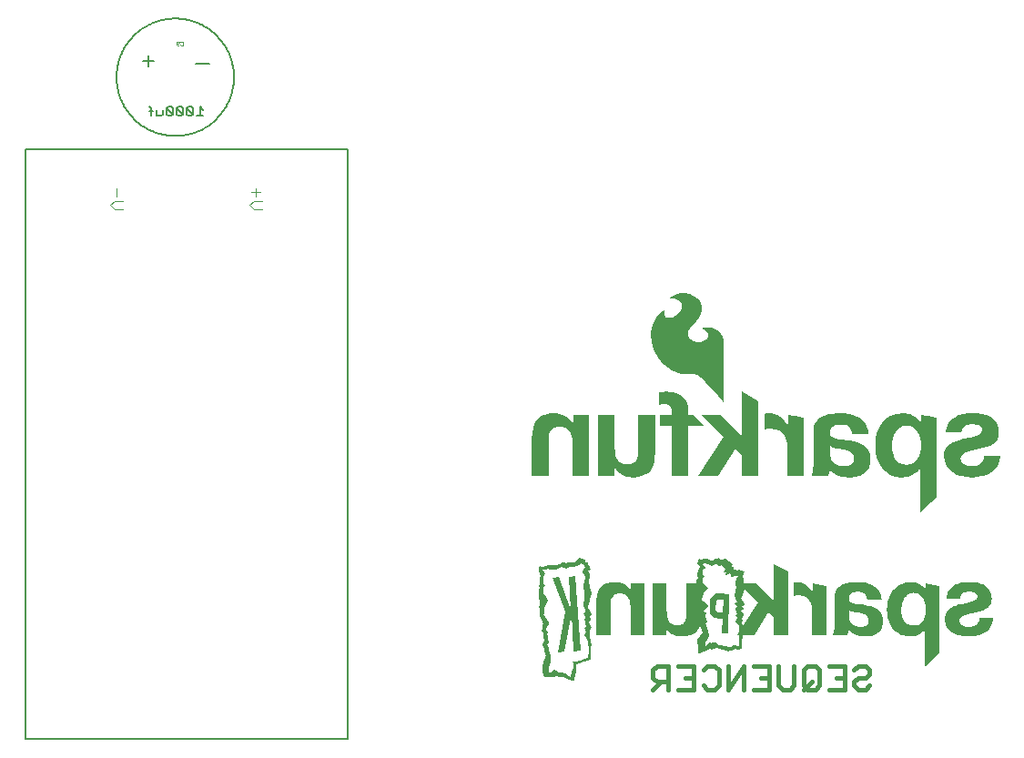
<source format=gbr>
G04 EAGLE Gerber RS-274X export*
G75*
%MOMM*%
%FSLAX34Y34*%
%LPD*%
%INSilkscreen Bottom*%
%IPPOS*%
%AMOC8*
5,1,8,0,0,1.08239X$1,22.5*%
G01*
%ADD10C,0.381000*%
%ADD11C,0.152400*%
%ADD12C,0.127000*%
%ADD13C,0.101600*%
%ADD14C,0.203200*%
%ADD15C,0.025400*%

G36*
X870210Y289886D02*
X870210Y289886D01*
X870220Y289892D01*
X870242Y289894D01*
X874842Y291694D01*
X874848Y291700D01*
X874860Y291703D01*
X878213Y293774D01*
X879255Y293395D01*
X879825Y293110D01*
X880109Y292731D01*
X880148Y292709D01*
X880187Y292686D01*
X880189Y292687D01*
X880190Y292686D01*
X880197Y292688D01*
X880255Y292700D01*
X881355Y293300D01*
X883914Y294678D01*
X895971Y291490D01*
X895972Y291490D01*
X895974Y291489D01*
X896042Y291494D01*
X896542Y291694D01*
X898121Y292286D01*
X898400Y292286D01*
X898410Y292290D01*
X898420Y292287D01*
X898481Y292319D01*
X898547Y292386D01*
X898700Y292386D01*
X898712Y292391D01*
X898736Y292392D01*
X899335Y292591D01*
X901800Y293380D01*
X903666Y292791D01*
X903681Y292793D01*
X903716Y292787D01*
X908016Y293387D01*
X908053Y293410D01*
X908092Y293433D01*
X908093Y293435D01*
X908095Y293437D01*
X908096Y293445D01*
X908114Y293498D01*
X908214Y298995D01*
X908414Y301792D01*
X908413Y301795D01*
X908414Y301800D01*
X908414Y303194D01*
X908514Y304189D01*
X908512Y304193D01*
X908514Y304200D01*
X908514Y306486D01*
X919600Y306486D01*
X919622Y306495D01*
X919645Y306495D01*
X919672Y306518D01*
X919685Y306524D01*
X919688Y306532D01*
X919697Y306540D01*
X932723Y327819D01*
X937686Y323051D01*
X937686Y306600D01*
X937689Y306594D01*
X937687Y306587D01*
X937707Y306552D01*
X937724Y306515D01*
X937731Y306513D01*
X937734Y306507D01*
X937800Y306486D01*
X951000Y306486D01*
X951006Y306489D01*
X951013Y306487D01*
X951048Y306507D01*
X951085Y306524D01*
X951087Y306531D01*
X951093Y306534D01*
X951114Y306600D01*
X951114Y365500D01*
X951103Y365524D01*
X951102Y365551D01*
X951082Y365572D01*
X951076Y365585D01*
X951066Y365588D01*
X951055Y365600D01*
X937855Y372800D01*
X937820Y372803D01*
X937787Y372814D01*
X937775Y372807D01*
X937762Y372808D01*
X937736Y372783D01*
X937707Y372766D01*
X937702Y372750D01*
X937694Y372743D01*
X937695Y372728D01*
X937686Y372700D01*
X937686Y337484D01*
X921382Y354479D01*
X921372Y354483D01*
X921366Y354493D01*
X921300Y354514D01*
X910370Y354514D01*
X910008Y355338D01*
X909710Y356430D01*
X909702Y356440D01*
X909681Y356481D01*
X909614Y356547D01*
X909614Y356600D01*
X909610Y356610D01*
X909611Y356628D01*
X909511Y357025D01*
X909313Y358016D01*
X909016Y361389D01*
X910210Y365669D01*
X910209Y365677D01*
X910213Y365683D01*
X910202Y365722D01*
X910196Y365762D01*
X910190Y365766D01*
X910188Y365773D01*
X910130Y365810D01*
X904930Y367210D01*
X904861Y367207D01*
X903791Y366818D01*
X902822Y367012D01*
X902808Y367009D01*
X902767Y367009D01*
X900904Y366451D01*
X900714Y369304D01*
X900714Y369800D01*
X900703Y369826D01*
X900701Y369854D01*
X900684Y369867D01*
X900676Y369885D01*
X900649Y369894D01*
X900626Y369911D01*
X900600Y369909D01*
X900587Y369914D01*
X900577Y369908D01*
X900558Y369906D01*
X898308Y369006D01*
X899106Y370957D01*
X899106Y370958D01*
X899107Y370959D01*
X899607Y372259D01*
X899605Y372289D01*
X899609Y372302D01*
X899608Y372303D01*
X899613Y372320D01*
X899602Y372339D01*
X899602Y372352D01*
X899591Y372361D01*
X899581Y372381D01*
X898981Y372981D01*
X898973Y372984D01*
X898966Y372993D01*
X897566Y373993D01*
X897555Y373995D01*
X897540Y374007D01*
X895940Y374607D01*
X895932Y374607D01*
X895922Y374612D01*
X895483Y374700D01*
X895306Y375142D01*
X895301Y375148D01*
X895298Y375159D01*
X895044Y375582D01*
X895081Y375619D01*
X895087Y375636D01*
X895102Y375648D01*
X895103Y375678D01*
X895114Y375707D01*
X895106Y375723D01*
X895107Y375741D01*
X895077Y375778D01*
X895071Y375790D01*
X895067Y375791D01*
X895063Y375795D01*
X892963Y377195D01*
X892950Y377197D01*
X892931Y377210D01*
X892231Y377410D01*
X892229Y377409D01*
X892227Y377411D01*
X892158Y377406D01*
X888928Y376134D01*
X887789Y377273D01*
X887404Y377851D01*
X887208Y378436D01*
X887200Y378445D01*
X887198Y378458D01*
X887169Y378479D01*
X887145Y378505D01*
X887132Y378505D01*
X887122Y378512D01*
X887054Y378504D01*
X886154Y378104D01*
X886152Y378103D01*
X886149Y378102D01*
X885354Y377705D01*
X883760Y377107D01*
X883759Y377106D01*
X883758Y377106D01*
X880488Y375818D01*
X878736Y376110D01*
X878151Y376402D01*
X878144Y376402D01*
X878136Y376408D01*
X874836Y377508D01*
X874821Y377507D01*
X874791Y377514D01*
X872291Y377314D01*
X872289Y377313D01*
X872285Y377313D01*
X870007Y377016D01*
X868129Y377511D01*
X868124Y377510D01*
X868120Y377512D01*
X868079Y377502D01*
X868037Y377495D01*
X868034Y377491D01*
X868029Y377490D01*
X867991Y377433D01*
X867393Y375442D01*
X866998Y374651D01*
X866998Y374647D01*
X866994Y374642D01*
X866594Y373642D01*
X866595Y373627D01*
X866586Y373613D01*
X866597Y373557D01*
X866598Y373549D01*
X866599Y373548D01*
X866600Y373545D01*
X867800Y371345D01*
X867801Y371344D01*
X867801Y371343D01*
X868870Y369496D01*
X868298Y368351D01*
X868298Y368348D01*
X868295Y368345D01*
X868004Y367665D01*
X867919Y367581D01*
X867914Y367568D01*
X867910Y367566D01*
X867908Y367562D01*
X867898Y367551D01*
X867801Y367357D01*
X867605Y367063D01*
X867602Y367048D01*
X867587Y367019D01*
X866587Y361119D01*
X866588Y361116D01*
X866586Y361113D01*
X866592Y361083D01*
X866591Y361079D01*
X866594Y361073D01*
X866600Y361045D01*
X867193Y359958D01*
X867275Y359630D01*
X866128Y358292D01*
X865749Y358102D01*
X865736Y358086D01*
X865729Y358083D01*
X865728Y358079D01*
X865708Y358068D01*
X865699Y358041D01*
X865690Y358030D01*
X865691Y358019D01*
X865686Y358003D01*
X865594Y354514D01*
X856600Y354514D01*
X856594Y354511D01*
X856587Y354514D01*
X856552Y354493D01*
X856515Y354476D01*
X856513Y354469D01*
X856507Y354466D01*
X856486Y354400D01*
X856486Y326004D01*
X856287Y323415D01*
X856088Y322325D01*
X855790Y321232D01*
X855493Y320242D01*
X854704Y318664D01*
X854116Y317978D01*
X853526Y317388D01*
X852841Y316898D01*
X852054Y316505D01*
X851262Y316208D01*
X850377Y315913D01*
X849295Y315814D01*
X846909Y315814D01*
X845720Y316012D01*
X844627Y316211D01*
X843645Y316506D01*
X842758Y316999D01*
X841968Y317492D01*
X841184Y318178D01*
X840593Y318966D01*
X839999Y319857D01*
X839505Y320845D01*
X839108Y321938D01*
X838712Y323126D01*
X838513Y324515D01*
X838314Y326011D01*
X838214Y327607D01*
X838114Y329403D01*
X838114Y354400D01*
X838111Y354406D01*
X838114Y354413D01*
X838093Y354448D01*
X838076Y354485D01*
X838069Y354487D01*
X838066Y354493D01*
X838000Y354514D01*
X824900Y354514D01*
X824894Y354511D01*
X824887Y354514D01*
X824852Y354493D01*
X824815Y354476D01*
X824813Y354469D01*
X824807Y354466D01*
X824786Y354400D01*
X824786Y306600D01*
X824789Y306594D01*
X824787Y306587D01*
X824807Y306552D01*
X824824Y306515D01*
X824831Y306513D01*
X824834Y306507D01*
X824900Y306486D01*
X837400Y306486D01*
X837406Y306489D01*
X837413Y306487D01*
X837448Y306507D01*
X837485Y306524D01*
X837487Y306531D01*
X837493Y306534D01*
X837514Y306600D01*
X837514Y313186D01*
X837635Y313186D01*
X838202Y312241D01*
X838205Y312239D01*
X838206Y312234D01*
X838906Y311234D01*
X838914Y311230D01*
X838919Y311219D01*
X840519Y309619D01*
X840522Y309618D01*
X840525Y309614D01*
X841325Y308914D01*
X841328Y308913D01*
X841330Y308910D01*
X842230Y308210D01*
X842233Y308209D01*
X842237Y308205D01*
X843137Y307605D01*
X843140Y307604D01*
X843141Y307604D01*
X843145Y307600D01*
X844045Y307100D01*
X844051Y307100D01*
X844058Y307094D01*
X847058Y305894D01*
X847066Y305894D01*
X847078Y305888D01*
X848078Y305688D01*
X848080Y305688D01*
X849179Y305488D01*
X850178Y305288D01*
X850182Y305289D01*
X850189Y305286D01*
X851189Y305186D01*
X851193Y305188D01*
X851200Y305186D01*
X852300Y305186D01*
X852302Y305187D01*
X852305Y305186D01*
X854805Y305286D01*
X854809Y305288D01*
X854815Y305287D01*
X857115Y305587D01*
X857118Y305589D01*
X857122Y305588D01*
X859122Y305988D01*
X859127Y305992D01*
X859136Y305992D01*
X860936Y306592D01*
X860941Y306596D01*
X860951Y306598D01*
X862551Y307398D01*
X862554Y307401D01*
X862559Y307402D01*
X864059Y308302D01*
X864064Y308310D01*
X864077Y308316D01*
X865277Y309416D01*
X865279Y309420D01*
X865284Y309423D01*
X866384Y310623D01*
X866387Y310630D01*
X866396Y310638D01*
X867296Y312038D01*
X867297Y312045D01*
X867304Y312052D01*
X868004Y313552D01*
X868004Y313556D01*
X868007Y313560D01*
X868607Y315160D01*
X868607Y315164D01*
X868610Y315168D01*
X868848Y315980D01*
X869392Y315351D01*
X869687Y313284D01*
X869693Y313274D01*
X869695Y313255D01*
X871568Y308918D01*
X868811Y305471D01*
X868809Y305465D01*
X868802Y305459D01*
X868202Y304459D01*
X868202Y304457D01*
X868201Y304456D01*
X866901Y302156D01*
X866899Y302145D01*
X866886Y302097D01*
X867086Y294697D01*
X867088Y294693D01*
X867087Y294686D01*
X867687Y289786D01*
X867689Y289782D01*
X867688Y289777D01*
X867713Y289743D01*
X867735Y289706D01*
X867740Y289705D01*
X867742Y289701D01*
X867810Y289686D01*
X870210Y289886D01*
G37*
G36*
X751416Y263697D02*
X751416Y263697D01*
X751457Y263701D01*
X751461Y263707D01*
X751468Y263708D01*
X751508Y263764D01*
X751608Y264064D01*
X751608Y264068D01*
X751611Y264072D01*
X751710Y264468D01*
X751908Y265064D01*
X751908Y265068D01*
X751911Y265072D01*
X752010Y265468D01*
X752108Y265764D01*
X752108Y265768D01*
X752111Y265772D01*
X752210Y266168D01*
X752308Y266464D01*
X752308Y266468D01*
X752311Y266472D01*
X752410Y266868D01*
X752508Y267164D01*
X752508Y267168D01*
X752511Y267172D01*
X752610Y267568D01*
X752708Y267864D01*
X752708Y267868D01*
X752711Y267872D01*
X752811Y268272D01*
X752809Y268283D01*
X752814Y268300D01*
X752814Y268682D01*
X752908Y268964D01*
X752908Y268968D01*
X752911Y268972D01*
X753003Y269342D01*
X753081Y269419D01*
X753085Y269429D01*
X753093Y269434D01*
X753114Y269500D01*
X753114Y269853D01*
X753181Y269919D01*
X753185Y269929D01*
X753193Y269934D01*
X753214Y270000D01*
X753214Y270353D01*
X753281Y270419D01*
X753285Y270429D01*
X753293Y270434D01*
X753314Y270500D01*
X753314Y270753D01*
X753381Y270819D01*
X753385Y270830D01*
X753411Y270872D01*
X753511Y271272D01*
X753509Y271283D01*
X753514Y271300D01*
X753514Y271478D01*
X753706Y271958D01*
X753706Y271972D01*
X753714Y272000D01*
X753714Y272073D01*
X753802Y272249D01*
X753803Y272264D01*
X753814Y272300D01*
X753814Y272353D01*
X753881Y272419D01*
X753885Y272429D01*
X753893Y272434D01*
X753914Y272500D01*
X753914Y272673D01*
X754002Y272849D01*
X754003Y272864D01*
X754014Y272900D01*
X754014Y273053D01*
X754081Y273119D01*
X754085Y273129D01*
X754093Y273134D01*
X754114Y273200D01*
X754114Y273353D01*
X754181Y273419D01*
X754185Y273429D01*
X754193Y273434D01*
X754214Y273500D01*
X754214Y273653D01*
X754281Y273719D01*
X754285Y273729D01*
X754293Y273734D01*
X754314Y273800D01*
X754314Y277700D01*
X754310Y277710D01*
X754313Y277720D01*
X754281Y277781D01*
X754214Y277847D01*
X754214Y278300D01*
X754210Y278310D01*
X754213Y278320D01*
X754181Y278381D01*
X754114Y278447D01*
X754114Y279186D01*
X754200Y279186D01*
X754206Y279189D01*
X754213Y279187D01*
X754248Y279207D01*
X754285Y279224D01*
X754287Y279231D01*
X754293Y279234D01*
X754310Y279286D01*
X755000Y279286D01*
X755006Y279289D01*
X755013Y279287D01*
X755048Y279307D01*
X755085Y279324D01*
X755087Y279331D01*
X755093Y279334D01*
X755110Y279386D01*
X755200Y279386D01*
X755206Y279389D01*
X755213Y279387D01*
X755248Y279407D01*
X755285Y279424D01*
X755287Y279431D01*
X755293Y279434D01*
X755310Y279486D01*
X755400Y279486D01*
X755406Y279489D01*
X755413Y279487D01*
X755448Y279507D01*
X755485Y279524D01*
X755487Y279531D01*
X755493Y279534D01*
X755510Y279586D01*
X755600Y279586D01*
X755606Y279589D01*
X755613Y279587D01*
X755648Y279607D01*
X755685Y279624D01*
X755687Y279631D01*
X755693Y279634D01*
X755711Y279690D01*
X755720Y279687D01*
X755781Y279719D01*
X755947Y279886D01*
X756000Y279886D01*
X756006Y279889D01*
X756013Y279887D01*
X756048Y279907D01*
X756085Y279924D01*
X756087Y279931D01*
X756093Y279934D01*
X756111Y279990D01*
X756120Y279987D01*
X756181Y280019D01*
X756247Y280086D01*
X756500Y280086D01*
X756506Y280089D01*
X756513Y280087D01*
X756548Y280107D01*
X756585Y280124D01*
X756587Y280131D01*
X756593Y280134D01*
X756610Y280186D01*
X756800Y280186D01*
X756810Y280190D01*
X756820Y280187D01*
X756881Y280219D01*
X756947Y280286D01*
X757000Y280286D01*
X757014Y280292D01*
X757051Y280298D01*
X757427Y280486D01*
X757500Y280486D01*
X757514Y280492D01*
X757551Y280498D01*
X757927Y280686D01*
X758100Y280686D01*
X758114Y280692D01*
X758151Y280698D01*
X758351Y280798D01*
X758360Y280808D01*
X758381Y280819D01*
X758468Y280906D01*
X758627Y280986D01*
X758800Y280986D01*
X758814Y280992D01*
X758851Y280998D01*
X759051Y281098D01*
X759060Y281108D01*
X759081Y281119D01*
X759147Y281186D01*
X759300Y281186D01*
X759314Y281192D01*
X759351Y281198D01*
X759727Y281386D01*
X760000Y281386D01*
X760010Y281390D01*
X760020Y281387D01*
X760081Y281419D01*
X760147Y281486D01*
X760300Y281486D01*
X760306Y281489D01*
X760313Y281487D01*
X760348Y281507D01*
X760385Y281524D01*
X760387Y281531D01*
X760393Y281534D01*
X760410Y281586D01*
X760500Y281586D01*
X760510Y281590D01*
X760520Y281587D01*
X760581Y281619D01*
X760647Y281686D01*
X760800Y281686D01*
X760810Y281690D01*
X760820Y281687D01*
X760881Y281719D01*
X760947Y281786D01*
X761100Y281786D01*
X761110Y281790D01*
X761120Y281787D01*
X761181Y281819D01*
X761247Y281886D01*
X761400Y281886D01*
X761410Y281890D01*
X761428Y281889D01*
X762228Y282089D01*
X762230Y282091D01*
X762233Y282091D01*
X763233Y282391D01*
X763239Y282396D01*
X763251Y282398D01*
X763444Y282494D01*
X764036Y282692D01*
X764041Y282696D01*
X764051Y282698D01*
X764244Y282794D01*
X765136Y283092D01*
X765141Y283096D01*
X765151Y283098D01*
X765344Y283194D01*
X765936Y283392D01*
X765941Y283396D01*
X765951Y283398D01*
X766144Y283494D01*
X766736Y283692D01*
X766741Y283696D01*
X766751Y283698D01*
X766944Y283794D01*
X767536Y283992D01*
X767563Y284016D01*
X767593Y284034D01*
X767598Y284048D01*
X767605Y284055D01*
X767605Y284070D01*
X767614Y284100D01*
X767614Y286200D01*
X767613Y286204D01*
X767614Y286206D01*
X767610Y286211D01*
X767613Y286220D01*
X767581Y286281D01*
X767514Y286347D01*
X767514Y286700D01*
X767510Y286710D01*
X767513Y286720D01*
X767481Y286781D01*
X767414Y286847D01*
X767414Y288487D01*
X767448Y288507D01*
X767485Y288524D01*
X767487Y288531D01*
X767493Y288534D01*
X767514Y288600D01*
X767514Y290553D01*
X767581Y290619D01*
X767585Y290629D01*
X767593Y290634D01*
X767614Y290700D01*
X767614Y292486D01*
X767711Y292872D01*
X767709Y292883D01*
X767714Y292900D01*
X767714Y294786D01*
X767811Y295172D01*
X767809Y295183D01*
X767814Y295200D01*
X767814Y296386D01*
X767911Y296772D01*
X767909Y296783D01*
X767914Y296800D01*
X767914Y298300D01*
X767910Y298310D01*
X767913Y298320D01*
X767881Y298381D01*
X767814Y298447D01*
X767814Y299900D01*
X767810Y299910D01*
X767813Y299920D01*
X767781Y299981D01*
X767714Y300047D01*
X767714Y300700D01*
X767710Y300710D01*
X767713Y300720D01*
X767681Y300781D01*
X767614Y300847D01*
X767614Y301000D01*
X767610Y301010D01*
X767613Y301020D01*
X767581Y301081D01*
X767514Y301147D01*
X767514Y301287D01*
X767548Y301307D01*
X767585Y301324D01*
X767587Y301331D01*
X767593Y301334D01*
X767614Y301400D01*
X767614Y301553D01*
X767681Y301619D01*
X767685Y301629D01*
X767693Y301634D01*
X767714Y301700D01*
X767714Y301800D01*
X767708Y301814D01*
X767702Y301851D01*
X767502Y302251D01*
X767492Y302260D01*
X767481Y302281D01*
X767394Y302368D01*
X767214Y302727D01*
X767214Y302900D01*
X767208Y302914D01*
X767202Y302951D01*
X767014Y303327D01*
X767014Y303500D01*
X767008Y303514D01*
X767002Y303551D01*
X766914Y303727D01*
X766914Y303900D01*
X766911Y303908D01*
X766913Y303915D01*
X766906Y303926D01*
X766902Y303951D01*
X766814Y304127D01*
X766814Y304300D01*
X766808Y304314D01*
X766802Y304351D01*
X766614Y304727D01*
X766614Y305300D01*
X766611Y305306D01*
X766614Y305313D01*
X766593Y305348D01*
X766576Y305385D01*
X766569Y305387D01*
X766566Y305393D01*
X766514Y305410D01*
X766514Y305487D01*
X766548Y305507D01*
X766585Y305524D01*
X766587Y305531D01*
X766593Y305534D01*
X766614Y305600D01*
X766614Y306087D01*
X766648Y306107D01*
X766685Y306124D01*
X766687Y306131D01*
X766693Y306134D01*
X766714Y306200D01*
X766714Y306353D01*
X766781Y306419D01*
X766785Y306429D01*
X766793Y306434D01*
X766814Y306500D01*
X766814Y306553D01*
X766881Y306619D01*
X766885Y306629D01*
X766893Y306634D01*
X766914Y306700D01*
X766914Y306753D01*
X766981Y306819D01*
X766985Y306829D01*
X766993Y306834D01*
X767014Y306900D01*
X767014Y307100D01*
X767011Y307107D01*
X767013Y307114D01*
X767006Y307125D01*
X767002Y307151D01*
X766914Y307327D01*
X766914Y307500D01*
X766908Y307514D01*
X766902Y307551D01*
X766814Y307727D01*
X766814Y307900D01*
X766811Y307907D01*
X766813Y307914D01*
X766809Y307922D01*
X766808Y307936D01*
X766714Y308219D01*
X766714Y308300D01*
X766708Y308314D01*
X766702Y308351D01*
X766614Y308527D01*
X766614Y308700D01*
X766611Y308707D01*
X766613Y308713D01*
X766606Y308725D01*
X766602Y308751D01*
X766514Y308927D01*
X766514Y309100D01*
X766508Y309114D01*
X766502Y309151D01*
X766414Y309327D01*
X766414Y309500D01*
X766411Y309506D01*
X766414Y309513D01*
X766412Y309516D01*
X766413Y309520D01*
X766381Y309581D01*
X766294Y309668D01*
X766214Y309827D01*
X766214Y309987D01*
X766248Y310007D01*
X766285Y310024D01*
X766287Y310031D01*
X766293Y310034D01*
X766314Y310100D01*
X766314Y310153D01*
X766381Y310219D01*
X766382Y310222D01*
X766385Y310224D01*
X766387Y310231D01*
X766393Y310234D01*
X766410Y310287D01*
X766413Y310287D01*
X766448Y310307D01*
X766485Y310324D01*
X766487Y310331D01*
X766493Y310334D01*
X766514Y310400D01*
X766514Y310453D01*
X766581Y310519D01*
X766585Y310529D01*
X766593Y310534D01*
X766610Y310587D01*
X766613Y310587D01*
X766648Y310607D01*
X766685Y310624D01*
X766687Y310631D01*
X766693Y310634D01*
X766714Y310700D01*
X766714Y310787D01*
X766748Y310807D01*
X766785Y310824D01*
X766787Y310831D01*
X766793Y310834D01*
X766814Y310900D01*
X766814Y311053D01*
X766981Y311219D01*
X766985Y311229D01*
X766993Y311234D01*
X767014Y311300D01*
X767014Y311453D01*
X767081Y311519D01*
X767085Y311529D01*
X767093Y311534D01*
X767110Y311587D01*
X767113Y311587D01*
X767148Y311607D01*
X767185Y311624D01*
X767187Y311631D01*
X767193Y311634D01*
X767214Y311700D01*
X767214Y311753D01*
X767281Y311819D01*
X767282Y311822D01*
X767285Y311823D01*
X767287Y311830D01*
X767293Y311834D01*
X767314Y311900D01*
X767314Y312053D01*
X767381Y312119D01*
X767385Y312129D01*
X767393Y312134D01*
X767414Y312200D01*
X767414Y312253D01*
X767481Y312319D01*
X767485Y312329D01*
X767493Y312334D01*
X767514Y312400D01*
X767514Y312487D01*
X767548Y312507D01*
X767585Y312524D01*
X767587Y312531D01*
X767593Y312534D01*
X767614Y312600D01*
X767614Y312653D01*
X767681Y312719D01*
X767685Y312729D01*
X767693Y312734D01*
X767714Y312800D01*
X767714Y312887D01*
X767748Y312907D01*
X767785Y312924D01*
X767787Y312931D01*
X767793Y312934D01*
X767814Y313000D01*
X767814Y313053D01*
X767881Y313119D01*
X767885Y313129D01*
X767893Y313134D01*
X767910Y313187D01*
X767913Y313187D01*
X767948Y313207D01*
X767985Y313224D01*
X767987Y313231D01*
X767993Y313234D01*
X768014Y313300D01*
X768014Y313500D01*
X768012Y313506D01*
X768014Y313512D01*
X768013Y313512D01*
X768014Y313513D01*
X767993Y313548D01*
X767976Y313585D01*
X767969Y313587D01*
X767966Y313593D01*
X767910Y313611D01*
X767913Y313620D01*
X767881Y313681D01*
X767814Y313747D01*
X767814Y313800D01*
X767810Y313810D01*
X767813Y313820D01*
X767781Y313881D01*
X767714Y313947D01*
X767714Y314000D01*
X767710Y314010D01*
X767713Y314020D01*
X767681Y314081D01*
X767614Y314147D01*
X767614Y314200D01*
X767610Y314210D01*
X767613Y314220D01*
X767581Y314281D01*
X767514Y314347D01*
X767514Y314600D01*
X767510Y314610D01*
X767513Y314620D01*
X767481Y314681D01*
X767414Y314747D01*
X767414Y314800D01*
X767408Y314814D01*
X767402Y314851D01*
X767306Y315044D01*
X767208Y315336D01*
X767198Y315347D01*
X767181Y315381D01*
X767000Y315562D01*
X766908Y315836D01*
X766904Y315841D01*
X766902Y315851D01*
X766806Y316044D01*
X766708Y316336D01*
X766704Y316341D01*
X766702Y316351D01*
X766606Y316544D01*
X766508Y316836D01*
X766504Y316841D01*
X766502Y316851D01*
X766406Y317044D01*
X766308Y317336D01*
X766304Y317341D01*
X766302Y317351D01*
X766206Y317544D01*
X766008Y318136D01*
X766004Y318141D01*
X766002Y318151D01*
X765906Y318344D01*
X765731Y318869D01*
X765747Y318886D01*
X765900Y318886D01*
X765906Y318889D01*
X765913Y318887D01*
X765948Y318907D01*
X765985Y318924D01*
X765987Y318931D01*
X765993Y318934D01*
X766011Y318990D01*
X766020Y318987D01*
X766081Y319019D01*
X766681Y319619D01*
X766685Y319629D01*
X766693Y319634D01*
X766714Y319700D01*
X766714Y319753D01*
X766781Y319819D01*
X766781Y319820D01*
X766782Y319821D01*
X766785Y319829D01*
X766793Y319834D01*
X766810Y319887D01*
X766813Y319887D01*
X766848Y319907D01*
X766885Y319924D01*
X766887Y319931D01*
X766893Y319934D01*
X766914Y320000D01*
X766914Y320053D01*
X766981Y320119D01*
X766985Y320129D01*
X766993Y320134D01*
X767014Y320200D01*
X767014Y320253D01*
X767281Y320519D01*
X767285Y320529D01*
X767293Y320534D01*
X767314Y320600D01*
X767314Y320653D01*
X767481Y320819D01*
X767485Y320829D01*
X767493Y320834D01*
X767510Y320887D01*
X767513Y320887D01*
X767548Y320907D01*
X767585Y320924D01*
X767587Y320931D01*
X767593Y320934D01*
X767614Y321000D01*
X767614Y321053D01*
X767647Y321086D01*
X767700Y321086D01*
X767730Y321099D01*
X767763Y321104D01*
X767771Y321118D01*
X767785Y321124D01*
X767795Y321155D01*
X767813Y321183D01*
X767810Y321202D01*
X767814Y321213D01*
X767806Y321225D01*
X767802Y321251D01*
X767702Y321451D01*
X767692Y321460D01*
X767681Y321481D01*
X767294Y321868D01*
X767202Y322051D01*
X767192Y322060D01*
X767181Y322081D01*
X767094Y322168D01*
X766902Y322551D01*
X766892Y322560D01*
X766881Y322581D01*
X766494Y322968D01*
X766402Y323151D01*
X766392Y323160D01*
X766381Y323181D01*
X766294Y323268D01*
X766202Y323451D01*
X766192Y323460D01*
X766181Y323481D01*
X766094Y323568D01*
X766073Y323609D01*
X766451Y323798D01*
X766460Y323808D01*
X766481Y323819D01*
X766647Y323986D01*
X766800Y323986D01*
X766826Y323997D01*
X766854Y323999D01*
X766872Y324018D01*
X766885Y324024D01*
X766889Y324035D01*
X766902Y324049D01*
X766985Y324215D01*
X767151Y324298D01*
X767160Y324308D01*
X767181Y324319D01*
X767368Y324506D01*
X767551Y324598D01*
X767552Y324599D01*
X767554Y324599D01*
X767572Y324617D01*
X767576Y324619D01*
X767577Y324623D01*
X767602Y324649D01*
X767694Y324832D01*
X768081Y325219D01*
X768086Y325232D01*
X768102Y325249D01*
X768202Y325449D01*
X768203Y325463D01*
X768211Y325474D01*
X768209Y325502D01*
X768211Y325508D01*
X768208Y325513D01*
X768206Y325542D01*
X768010Y326033D01*
X767912Y326522D01*
X767909Y326527D01*
X767908Y326536D01*
X767708Y327136D01*
X767704Y327141D01*
X767702Y327151D01*
X767504Y327547D01*
X767306Y328042D01*
X767301Y328048D01*
X767298Y328059D01*
X767000Y328555D01*
X766804Y328947D01*
X766606Y329442D01*
X766603Y329445D01*
X766602Y329451D01*
X766402Y329851D01*
X766396Y329856D01*
X766391Y329869D01*
X766101Y330256D01*
X765110Y332733D01*
X765014Y333211D01*
X765014Y333453D01*
X765081Y333519D01*
X765085Y333529D01*
X765093Y333534D01*
X765114Y333600D01*
X765114Y333773D01*
X765202Y333949D01*
X765203Y333964D01*
X765214Y334000D01*
X765214Y334153D01*
X765281Y334219D01*
X765285Y334229D01*
X765293Y334234D01*
X765314Y334300D01*
X765314Y334353D01*
X765381Y334419D01*
X765385Y334429D01*
X765393Y334434D01*
X765414Y334500D01*
X765414Y334553D01*
X765481Y334619D01*
X765485Y334629D01*
X765493Y334634D01*
X765514Y334700D01*
X765514Y334753D01*
X765547Y334786D01*
X765600Y334786D01*
X765636Y334802D01*
X765674Y334813D01*
X765678Y334821D01*
X765685Y334824D01*
X765697Y334862D01*
X765714Y334897D01*
X765711Y334907D01*
X765714Y334913D01*
X765706Y334926D01*
X765695Y334963D01*
X765514Y335235D01*
X765514Y335453D01*
X765581Y335519D01*
X765585Y335529D01*
X765593Y335534D01*
X765614Y335600D01*
X765614Y335753D01*
X765681Y335819D01*
X765685Y335829D01*
X765693Y335834D01*
X765714Y335900D01*
X765714Y336053D01*
X765781Y336119D01*
X765785Y336129D01*
X765793Y336134D01*
X765814Y336200D01*
X765814Y336253D01*
X765881Y336319D01*
X765885Y336329D01*
X765893Y336334D01*
X765914Y336400D01*
X765914Y336453D01*
X766081Y336619D01*
X766085Y336629D01*
X766093Y336634D01*
X766114Y336700D01*
X766114Y336753D01*
X766181Y336819D01*
X766185Y336829D01*
X766193Y336834D01*
X766214Y336900D01*
X766214Y336991D01*
X766312Y337579D01*
X766412Y338078D01*
X766412Y338079D01*
X766413Y338081D01*
X766512Y338679D01*
X766612Y339178D01*
X766612Y339179D01*
X766613Y339181D01*
X766811Y340369D01*
X767006Y340858D01*
X767006Y340867D01*
X767013Y340881D01*
X767111Y341469D01*
X767306Y341958D01*
X767306Y341967D01*
X767313Y341981D01*
X767411Y342569D01*
X767606Y343058D01*
X767606Y343067D01*
X767613Y343081D01*
X767711Y343669D01*
X767906Y344158D01*
X767906Y344167D01*
X767913Y344181D01*
X768011Y344772D01*
X768208Y345364D01*
X768208Y345370D01*
X768212Y345378D01*
X768312Y345878D01*
X768309Y345892D01*
X768310Y345931D01*
X768110Y346631D01*
X768108Y346633D01*
X768108Y346636D01*
X767709Y347834D01*
X767512Y348525D01*
X767413Y349119D01*
X767410Y349123D01*
X767410Y349131D01*
X767210Y349831D01*
X767208Y349833D01*
X767208Y349836D01*
X767009Y350434D01*
X766812Y351125D01*
X766713Y351719D01*
X766710Y351723D01*
X766710Y351731D01*
X766512Y352424D01*
X766313Y353816D01*
X766310Y353822D01*
X766310Y353831D01*
X766114Y354516D01*
X766114Y355200D01*
X766111Y355206D01*
X766112Y355207D01*
X766114Y355213D01*
X766113Y355214D01*
X766113Y355216D01*
X765918Y356581D01*
X766102Y356949D01*
X766103Y356959D01*
X766111Y356972D01*
X766811Y359772D01*
X766809Y359783D01*
X766814Y359800D01*
X766814Y360686D01*
X766911Y361072D01*
X766908Y361087D01*
X766912Y361122D01*
X766814Y361611D01*
X766814Y362500D01*
X766810Y362510D01*
X766811Y362528D01*
X766711Y362925D01*
X766612Y363422D01*
X766587Y363457D01*
X766566Y363493D01*
X766560Y363495D01*
X766558Y363499D01*
X766545Y363500D01*
X766500Y363514D01*
X766413Y363514D01*
X766393Y363548D01*
X766376Y363585D01*
X766369Y363587D01*
X766366Y363593D01*
X766300Y363614D01*
X766247Y363614D01*
X766214Y363647D01*
X766214Y363700D01*
X766211Y363706D01*
X766214Y363713D01*
X766193Y363748D01*
X766176Y363785D01*
X766169Y363787D01*
X766166Y363793D01*
X766113Y363810D01*
X766114Y363813D01*
X766093Y363848D01*
X766076Y363885D01*
X766069Y363887D01*
X766066Y363893D01*
X766014Y363910D01*
X766014Y364700D01*
X766010Y364710D01*
X766013Y364720D01*
X765981Y364781D01*
X765914Y364847D01*
X765914Y364900D01*
X765911Y364906D01*
X765914Y364913D01*
X765893Y364948D01*
X765876Y364985D01*
X765869Y364987D01*
X765866Y364993D01*
X765800Y365014D01*
X765747Y365014D01*
X765714Y365047D01*
X765714Y365100D01*
X765711Y365106D01*
X765714Y365113D01*
X765693Y365148D01*
X765676Y365185D01*
X765669Y365187D01*
X765666Y365193D01*
X765600Y365214D01*
X765547Y365214D01*
X765514Y365247D01*
X765514Y365300D01*
X765510Y365310D01*
X765513Y365320D01*
X765481Y365381D01*
X765314Y365547D01*
X765314Y365600D01*
X765312Y365605D01*
X765314Y365610D01*
X765311Y365614D01*
X765313Y365620D01*
X765281Y365681D01*
X765214Y365747D01*
X765214Y365800D01*
X765210Y365810D01*
X765213Y365820D01*
X765181Y365881D01*
X765114Y365947D01*
X765114Y366053D01*
X765147Y366086D01*
X765200Y366086D01*
X765210Y366090D01*
X765220Y366087D01*
X765281Y366119D01*
X765368Y366206D01*
X765551Y366298D01*
X765560Y366308D01*
X765581Y366319D01*
X765647Y366386D01*
X765700Y366386D01*
X765714Y366392D01*
X765751Y366398D01*
X765951Y366498D01*
X765960Y366508D01*
X765981Y366519D01*
X766168Y366706D01*
X766351Y366798D01*
X766360Y366808D01*
X766381Y366819D01*
X766568Y367006D01*
X766727Y367086D01*
X766800Y367086D01*
X766810Y367090D01*
X766820Y367087D01*
X766881Y367119D01*
X766968Y367206D01*
X767151Y367298D01*
X767155Y367303D01*
X767163Y367305D01*
X767463Y367505D01*
X767481Y367532D01*
X767505Y367554D01*
X767507Y367574D01*
X767513Y367584D01*
X767509Y367597D01*
X767512Y367622D01*
X767412Y368122D01*
X767405Y368132D01*
X767402Y368151D01*
X767204Y368547D01*
X767006Y369042D01*
X767003Y369045D01*
X767002Y369051D01*
X766202Y370651D01*
X766198Y370655D01*
X766195Y370663D01*
X765999Y370957D01*
X765204Y372547D01*
X765006Y373042D01*
X765003Y373045D01*
X765002Y373051D01*
X764808Y373440D01*
X764711Y373828D01*
X764707Y373833D01*
X764706Y373842D01*
X764506Y374342D01*
X764482Y374365D01*
X764466Y374393D01*
X764447Y374399D01*
X764439Y374407D01*
X764425Y374406D01*
X764400Y374414D01*
X762598Y374414D01*
X762313Y376317D01*
X762297Y376342D01*
X762289Y376371D01*
X762270Y376384D01*
X762263Y376396D01*
X762250Y376398D01*
X762232Y376410D01*
X756432Y378110D01*
X756407Y378106D01*
X756383Y378113D01*
X756354Y378099D01*
X756340Y378097D01*
X756334Y378089D01*
X756321Y378083D01*
X752338Y374298D01*
X751079Y373814D01*
X750947Y373814D01*
X750881Y373881D01*
X750871Y373885D01*
X750866Y373893D01*
X750800Y373914D01*
X750327Y373914D01*
X750151Y374002D01*
X750136Y374003D01*
X750100Y374014D01*
X749827Y374014D01*
X749651Y374102D01*
X749636Y374103D01*
X749600Y374114D01*
X749227Y374114D01*
X749051Y374202D01*
X749036Y374203D01*
X749000Y374214D01*
X748647Y374214D01*
X748581Y374281D01*
X748571Y374285D01*
X748566Y374293D01*
X748500Y374314D01*
X748147Y374314D01*
X748081Y374381D01*
X748071Y374385D01*
X748066Y374393D01*
X748000Y374414D01*
X747747Y374414D01*
X747681Y374481D01*
X747671Y374485D01*
X747666Y374493D01*
X747600Y374514D01*
X747100Y374514D01*
X747086Y374508D01*
X747049Y374502D01*
X746849Y374402D01*
X746840Y374392D01*
X746819Y374381D01*
X746732Y374294D01*
X746573Y374214D01*
X746500Y374214D01*
X746486Y374208D01*
X746449Y374202D01*
X746049Y374002D01*
X746040Y373992D01*
X746019Y373981D01*
X745932Y373894D01*
X745573Y373714D01*
X745500Y373714D01*
X745486Y373708D01*
X745449Y373702D01*
X745249Y373602D01*
X745240Y373592D01*
X745219Y373581D01*
X745032Y373394D01*
X744849Y373302D01*
X744840Y373292D01*
X744819Y373281D01*
X744653Y373114D01*
X744447Y373114D01*
X744381Y373181D01*
X744371Y373185D01*
X744366Y373193D01*
X744300Y373214D01*
X744247Y373214D01*
X744181Y373281D01*
X744171Y373285D01*
X744166Y373293D01*
X744110Y373311D01*
X744113Y373320D01*
X744081Y373381D01*
X743981Y373481D01*
X743971Y373485D01*
X743966Y373493D01*
X743900Y373514D01*
X743847Y373514D01*
X743781Y373581D01*
X743771Y373585D01*
X743766Y373593D01*
X743700Y373614D01*
X743547Y373614D01*
X743481Y373681D01*
X743471Y373685D01*
X743466Y373693D01*
X743400Y373714D01*
X743311Y373714D01*
X743313Y373720D01*
X743281Y373781D01*
X743181Y373881D01*
X743171Y373885D01*
X743166Y373893D01*
X743113Y373910D01*
X743114Y373913D01*
X743093Y373948D01*
X743076Y373985D01*
X743069Y373987D01*
X743066Y373993D01*
X743000Y374014D01*
X742947Y374014D01*
X742881Y374081D01*
X742871Y374085D01*
X742866Y374093D01*
X742800Y374114D01*
X742747Y374114D01*
X742614Y374247D01*
X742614Y374400D01*
X742601Y374430D01*
X742596Y374463D01*
X742582Y374471D01*
X742576Y374485D01*
X742545Y374495D01*
X742517Y374513D01*
X742498Y374510D01*
X742487Y374514D01*
X742475Y374506D01*
X742449Y374502D01*
X742053Y374304D01*
X741558Y374106D01*
X741552Y374101D01*
X741541Y374098D01*
X741049Y373803D01*
X738567Y372810D01*
X738078Y372712D01*
X738071Y372707D01*
X738058Y372706D01*
X736058Y371906D01*
X736052Y371901D01*
X736041Y371898D01*
X735545Y371600D01*
X735153Y371404D01*
X734678Y371214D01*
X732700Y371214D01*
X732686Y371208D01*
X732649Y371202D01*
X732500Y371128D01*
X732351Y371202D01*
X732336Y371203D01*
X732300Y371214D01*
X732119Y371214D01*
X731836Y371308D01*
X731823Y371307D01*
X731800Y371314D01*
X730127Y371314D01*
X729951Y371402D01*
X729936Y371403D01*
X729900Y371414D01*
X729219Y371414D01*
X728936Y371508D01*
X728923Y371507D01*
X728900Y371514D01*
X728300Y371514D01*
X728291Y371510D01*
X728280Y371513D01*
X728219Y371481D01*
X728153Y371414D01*
X727800Y371414D01*
X727791Y371410D01*
X727780Y371413D01*
X727719Y371381D01*
X727653Y371314D01*
X727400Y371314D01*
X727394Y371311D01*
X727387Y371314D01*
X727352Y371293D01*
X727315Y371276D01*
X727313Y371269D01*
X727307Y371266D01*
X727290Y371214D01*
X727200Y371214D01*
X727191Y371210D01*
X727180Y371213D01*
X727119Y371181D01*
X727053Y371114D01*
X727000Y371114D01*
X726988Y371109D01*
X726964Y371108D01*
X726682Y371014D01*
X726500Y371014D01*
X726491Y371010D01*
X726480Y371013D01*
X726419Y370981D01*
X726353Y370914D01*
X726200Y370914D01*
X726191Y370910D01*
X726180Y370913D01*
X726119Y370881D01*
X726053Y370814D01*
X725900Y370814D01*
X725886Y370808D01*
X725849Y370802D01*
X725673Y370714D01*
X725500Y370714D01*
X725486Y370708D01*
X725449Y370702D01*
X725273Y370614D01*
X724900Y370614D01*
X724886Y370608D01*
X724849Y370602D01*
X724673Y370514D01*
X724600Y370514D01*
X724586Y370508D01*
X724549Y370502D01*
X724373Y370414D01*
X724000Y370414D01*
X723986Y370408D01*
X723949Y370402D01*
X723773Y370314D01*
X721427Y370314D01*
X721251Y370402D01*
X721236Y370403D01*
X721200Y370414D01*
X719700Y370414D01*
X719691Y370410D01*
X719680Y370413D01*
X719619Y370381D01*
X719519Y370281D01*
X719516Y370271D01*
X719507Y370266D01*
X719486Y370200D01*
X719486Y369527D01*
X719398Y369351D01*
X719397Y369336D01*
X719386Y369300D01*
X719386Y368547D01*
X719319Y368481D01*
X719316Y368471D01*
X719307Y368466D01*
X719286Y368400D01*
X719286Y368247D01*
X719219Y368181D01*
X719216Y368171D01*
X719207Y368166D01*
X719186Y368100D01*
X719186Y367547D01*
X719119Y367481D01*
X719116Y367471D01*
X719107Y367466D01*
X719086Y367400D01*
X719086Y366647D01*
X719019Y366581D01*
X719016Y366571D01*
X719007Y366566D01*
X718986Y366500D01*
X718986Y366147D01*
X718919Y366081D01*
X718916Y366071D01*
X718907Y366066D01*
X718886Y366000D01*
X718886Y365800D01*
X718890Y365791D01*
X718887Y365780D01*
X718919Y365719D01*
X718986Y365653D01*
X718986Y365600D01*
X718988Y365595D01*
X718987Y365590D01*
X718989Y365586D01*
X718987Y365580D01*
X719019Y365519D01*
X719286Y365253D01*
X719286Y365200D01*
X719292Y365186D01*
X719298Y365149D01*
X719398Y364949D01*
X719408Y364940D01*
X719419Y364919D01*
X719486Y364853D01*
X719486Y364800D01*
X719488Y364795D01*
X719487Y364790D01*
X719493Y364780D01*
X719498Y364749D01*
X719586Y364573D01*
X719586Y364500D01*
X719590Y364491D01*
X719587Y364480D01*
X719619Y364419D01*
X719686Y364353D01*
X719686Y364200D01*
X719690Y364191D01*
X719687Y364180D01*
X719719Y364119D01*
X719786Y364053D01*
X719786Y364000D01*
X719788Y363995D01*
X719787Y363991D01*
X719793Y363980D01*
X719798Y363949D01*
X719886Y363773D01*
X719886Y363700D01*
X719890Y363691D01*
X719887Y363680D01*
X719919Y363619D01*
X719986Y363553D01*
X719986Y363500D01*
X719990Y363491D01*
X719987Y363480D01*
X720019Y363419D01*
X720086Y363353D01*
X720086Y363200D01*
X720088Y363195D01*
X720087Y363191D01*
X720087Y363190D01*
X720087Y363187D01*
X720107Y363152D01*
X720124Y363115D01*
X720131Y363113D01*
X720134Y363107D01*
X720186Y363090D01*
X720186Y363000D01*
X720189Y362994D01*
X720187Y362987D01*
X720207Y362952D01*
X720224Y362915D01*
X720231Y362913D01*
X720234Y362907D01*
X720286Y362890D01*
X720286Y362800D01*
X720289Y362794D01*
X720287Y362787D01*
X720307Y362752D01*
X720324Y362715D01*
X720331Y362713D01*
X720334Y362707D01*
X720387Y362690D01*
X720387Y362687D01*
X720407Y362652D01*
X720424Y362615D01*
X720431Y362613D01*
X720434Y362607D01*
X720490Y362589D01*
X720487Y362580D01*
X720519Y362519D01*
X720586Y362453D01*
X720586Y362400D01*
X720588Y362395D01*
X720587Y362391D01*
X720587Y362390D01*
X720587Y362387D01*
X720607Y362352D01*
X720624Y362315D01*
X720631Y362313D01*
X720634Y362307D01*
X720687Y362290D01*
X720687Y362287D01*
X720707Y362252D01*
X720724Y362215D01*
X720731Y362213D01*
X720734Y362207D01*
X720786Y362190D01*
X720786Y362047D01*
X720719Y361981D01*
X720716Y361971D01*
X720707Y361966D01*
X720686Y361900D01*
X720686Y361747D01*
X720619Y361681D01*
X720616Y361671D01*
X720607Y361666D01*
X720586Y361600D01*
X720586Y361447D01*
X720519Y361381D01*
X720516Y361371D01*
X720507Y361366D01*
X720486Y361300D01*
X720486Y361127D01*
X720398Y360951D01*
X720397Y360936D01*
X720386Y360900D01*
X720386Y360827D01*
X720298Y360651D01*
X720297Y360636D01*
X720286Y360600D01*
X720286Y360527D01*
X720098Y360151D01*
X720097Y360136D01*
X720086Y360100D01*
X720086Y360027D01*
X720006Y359868D01*
X719919Y359781D01*
X719916Y359771D01*
X719907Y359766D01*
X719886Y359700D01*
X719886Y359200D01*
X719888Y359196D01*
X719887Y359192D01*
X719889Y359188D01*
X719888Y359178D01*
X719986Y358689D01*
X719986Y356911D01*
X719888Y356422D01*
X719890Y356413D01*
X719886Y356400D01*
X719886Y355514D01*
X719789Y355128D01*
X719790Y355125D01*
X719788Y355122D01*
X719688Y354622D01*
X719690Y354613D01*
X719686Y354600D01*
X719686Y354211D01*
X719488Y353222D01*
X719490Y353213D01*
X719486Y353200D01*
X719486Y352811D01*
X719388Y352322D01*
X719390Y352313D01*
X719386Y352300D01*
X719386Y352100D01*
X719390Y352091D01*
X719387Y352080D01*
X719419Y352019D01*
X719486Y351953D01*
X719486Y351600D01*
X719490Y351591D01*
X719487Y351580D01*
X719519Y351519D01*
X719586Y351453D01*
X719586Y351300D01*
X719590Y351291D01*
X719587Y351280D01*
X719619Y351219D01*
X719686Y351153D01*
X719686Y351100D01*
X719689Y351094D01*
X719687Y351087D01*
X719707Y351052D01*
X719724Y351015D01*
X719731Y351013D01*
X719734Y351007D01*
X719800Y350986D01*
X719853Y350986D01*
X719995Y350844D01*
X720076Y350438D01*
X719719Y350081D01*
X719716Y350071D01*
X719707Y350066D01*
X719686Y350000D01*
X719686Y349947D01*
X719619Y349881D01*
X719616Y349871D01*
X719607Y349866D01*
X719586Y349800D01*
X719586Y349747D01*
X719519Y349681D01*
X719516Y349671D01*
X719507Y349666D01*
X719486Y349600D01*
X719486Y349547D01*
X719419Y349481D01*
X719416Y349471D01*
X719407Y349466D01*
X719386Y349400D01*
X719386Y349247D01*
X719319Y349181D01*
X719316Y349171D01*
X719307Y349166D01*
X719286Y349100D01*
X719286Y349027D01*
X719198Y348851D01*
X719197Y348836D01*
X719186Y348800D01*
X719186Y348647D01*
X719119Y348581D01*
X719116Y348571D01*
X719107Y348566D01*
X719089Y348510D01*
X719080Y348513D01*
X719019Y348481D01*
X718919Y348381D01*
X718916Y348371D01*
X718907Y348366D01*
X718886Y348300D01*
X718886Y347400D01*
X718891Y347388D01*
X718892Y347364D01*
X718986Y347082D01*
X718986Y346300D01*
X718991Y346289D01*
X718988Y346282D01*
X718991Y346276D01*
X718992Y346264D01*
X719086Y345982D01*
X719086Y344019D01*
X718992Y343736D01*
X718993Y343723D01*
X718986Y343700D01*
X718986Y343400D01*
X718990Y343391D01*
X718987Y343380D01*
X719019Y343319D01*
X719086Y343253D01*
X719086Y342447D01*
X719019Y342381D01*
X719016Y342373D01*
X719015Y342372D01*
X719014Y342370D01*
X719007Y342366D01*
X718986Y342300D01*
X718986Y340900D01*
X718990Y340891D01*
X718987Y340880D01*
X719019Y340819D01*
X719119Y340719D01*
X719123Y340718D01*
X719125Y340717D01*
X719129Y340716D01*
X719134Y340707D01*
X719190Y340689D01*
X719187Y340680D01*
X719219Y340619D01*
X719386Y340453D01*
X719386Y340400D01*
X719390Y340391D01*
X719387Y340380D01*
X719419Y340319D01*
X719486Y340253D01*
X719486Y340100D01*
X719490Y340091D01*
X719487Y340080D01*
X719519Y340019D01*
X719586Y339953D01*
X719586Y339300D01*
X719589Y339294D01*
X719587Y339287D01*
X719607Y339252D01*
X719624Y339215D01*
X719631Y339213D01*
X719634Y339207D01*
X719700Y339186D01*
X719887Y339186D01*
X719907Y339152D01*
X719924Y339115D01*
X719931Y339113D01*
X719934Y339107D01*
X719987Y339090D01*
X719987Y339087D01*
X720007Y339052D01*
X720024Y339015D01*
X720031Y339013D01*
X720034Y339007D01*
X720086Y338990D01*
X720086Y338600D01*
X720089Y338594D01*
X720087Y338587D01*
X720107Y338552D01*
X720124Y338515D01*
X720131Y338513D01*
X720134Y338507D01*
X720200Y338486D01*
X720254Y338486D01*
X720089Y337828D01*
X720090Y337823D01*
X720087Y337816D01*
X719988Y337122D01*
X719789Y336328D01*
X719790Y336322D01*
X719787Y336314D01*
X719687Y335514D01*
X719688Y335508D01*
X719686Y335500D01*
X719686Y334706D01*
X719586Y333813D01*
X719588Y333807D01*
X719586Y333800D01*
X719586Y332200D01*
X719588Y332195D01*
X719587Y332186D01*
X719686Y331393D01*
X719686Y329700D01*
X719688Y329695D01*
X719687Y329686D01*
X719786Y328893D01*
X719786Y328000D01*
X719788Y327995D01*
X719787Y327986D01*
X719886Y327193D01*
X719886Y325600D01*
X719890Y325591D01*
X719887Y325580D01*
X719919Y325519D01*
X719986Y325453D01*
X719986Y325400D01*
X719990Y325391D01*
X719987Y325380D01*
X720019Y325319D01*
X720086Y325253D01*
X720086Y325200D01*
X720090Y325191D01*
X720087Y325180D01*
X720119Y325119D01*
X720186Y325053D01*
X720186Y324900D01*
X720189Y324894D01*
X720187Y324887D01*
X720207Y324852D01*
X720224Y324815D01*
X720231Y324813D01*
X720234Y324807D01*
X720286Y324790D01*
X720286Y324500D01*
X720292Y324486D01*
X720298Y324449D01*
X720386Y324273D01*
X720386Y324000D01*
X720392Y323986D01*
X720398Y323949D01*
X720586Y323573D01*
X720586Y323300D01*
X720592Y323286D01*
X720598Y323249D01*
X721186Y322073D01*
X721186Y321800D01*
X721192Y321786D01*
X721198Y321749D01*
X721386Y321373D01*
X721386Y321200D01*
X721390Y321191D01*
X721387Y321180D01*
X721419Y321119D01*
X721600Y320938D01*
X721692Y320664D01*
X721696Y320659D01*
X721698Y320649D01*
X721794Y320456D01*
X721892Y320164D01*
X721900Y320155D01*
X721905Y320137D01*
X722101Y319843D01*
X722194Y319656D01*
X722392Y319064D01*
X722396Y319059D01*
X722398Y319049D01*
X722494Y318856D01*
X723164Y316847D01*
X722937Y316695D01*
X722929Y316682D01*
X722908Y316666D01*
X722905Y316663D01*
X722705Y316363D01*
X722703Y316352D01*
X722692Y316336D01*
X722594Y316044D01*
X722398Y315651D01*
X722397Y315636D01*
X722386Y315600D01*
X722386Y315214D01*
X722189Y314428D01*
X722191Y314417D01*
X722186Y314400D01*
X722186Y312214D01*
X722089Y311828D01*
X722091Y311817D01*
X722086Y311800D01*
X722086Y311314D01*
X721990Y310932D01*
X721892Y310636D01*
X721893Y310626D01*
X721887Y310617D01*
X721898Y310549D01*
X721998Y310349D01*
X722008Y310340D01*
X722019Y310319D01*
X722106Y310232D01*
X722198Y310049D01*
X722208Y310040D01*
X722219Y310019D01*
X722306Y309932D01*
X722398Y309749D01*
X722408Y309740D01*
X722419Y309719D01*
X722706Y309432D01*
X722798Y309249D01*
X722808Y309240D01*
X722819Y309219D01*
X723006Y309032D01*
X723086Y308873D01*
X723086Y308800D01*
X723092Y308786D01*
X723098Y308749D01*
X723198Y308549D01*
X723208Y308540D01*
X723219Y308519D01*
X723319Y308419D01*
X723332Y308414D01*
X723349Y308398D01*
X723447Y308349D01*
X723398Y308251D01*
X723397Y308236D01*
X723386Y308200D01*
X723386Y308027D01*
X723298Y307851D01*
X723297Y307836D01*
X723286Y307800D01*
X723286Y306700D01*
X723290Y306691D01*
X723287Y306680D01*
X723319Y306619D01*
X723386Y306553D01*
X723386Y305600D01*
X723390Y305591D01*
X723387Y305580D01*
X723419Y305519D01*
X723486Y305453D01*
X723486Y304500D01*
X723492Y304486D01*
X723498Y304449D01*
X723594Y304256D01*
X723686Y303982D01*
X723686Y303800D01*
X723692Y303787D01*
X723690Y303781D01*
X723694Y303773D01*
X723698Y303749D01*
X723786Y303573D01*
X723786Y303200D01*
X723792Y303186D01*
X723798Y303149D01*
X723886Y302973D01*
X723886Y302300D01*
X723887Y302297D01*
X723887Y302296D01*
X723891Y302287D01*
X723892Y302286D01*
X723898Y302249D01*
X723986Y302073D01*
X723986Y301700D01*
X723992Y301686D01*
X723998Y301649D01*
X724086Y301473D01*
X724086Y301300D01*
X724092Y301286D01*
X724098Y301249D01*
X724172Y301100D01*
X724106Y300968D01*
X723919Y300781D01*
X723914Y300768D01*
X723898Y300751D01*
X723706Y300368D01*
X723519Y300181D01*
X723514Y300168D01*
X723498Y300151D01*
X723198Y299551D01*
X723198Y299544D01*
X723192Y299536D01*
X723094Y299244D01*
X723006Y299068D01*
X722819Y298881D01*
X722814Y298868D01*
X722798Y298851D01*
X722406Y298068D01*
X722319Y297981D01*
X722306Y297947D01*
X722287Y297917D01*
X722289Y297902D01*
X722286Y297893D01*
X722293Y297880D01*
X722298Y297849D01*
X722498Y297449D01*
X722508Y297440D01*
X722519Y297419D01*
X722606Y297332D01*
X722786Y296973D01*
X722786Y296900D01*
X722792Y296886D01*
X722798Y296849D01*
X723198Y296049D01*
X723208Y296040D01*
X723219Y296019D01*
X723306Y295932D01*
X723498Y295549D01*
X723508Y295540D01*
X723519Y295519D01*
X723606Y295432D01*
X723798Y295049D01*
X723808Y295040D01*
X723819Y295019D01*
X723886Y294953D01*
X723886Y294700D01*
X723892Y294686D01*
X723898Y294649D01*
X723986Y294473D01*
X723986Y293200D01*
X723990Y293191D01*
X723987Y293180D01*
X724019Y293119D01*
X724086Y293053D01*
X724086Y292600D01*
X724088Y292595D01*
X724090Y292589D01*
X724088Y292584D01*
X724094Y292575D01*
X724105Y292537D01*
X724296Y292249D01*
X724492Y291664D01*
X724496Y291659D01*
X724498Y291649D01*
X724694Y291256D01*
X724890Y290668D01*
X724989Y290272D01*
X724992Y290269D01*
X724992Y290264D01*
X725090Y289968D01*
X725189Y289572D01*
X725192Y289569D01*
X725192Y289564D01*
X725290Y289268D01*
X725389Y288872D01*
X725392Y288869D01*
X725392Y288864D01*
X725490Y288568D01*
X725686Y287786D01*
X725686Y287500D01*
X725690Y287490D01*
X725689Y287472D01*
X725773Y287135D01*
X725719Y287081D01*
X725718Y287077D01*
X725714Y287075D01*
X725711Y287065D01*
X725698Y287051D01*
X725598Y286851D01*
X725597Y286836D01*
X725586Y286800D01*
X725586Y286747D01*
X725519Y286681D01*
X725514Y286668D01*
X725498Y286651D01*
X725406Y286468D01*
X725319Y286381D01*
X725316Y286371D01*
X725307Y286366D01*
X725286Y286300D01*
X725286Y286127D01*
X725206Y285968D01*
X725119Y285881D01*
X725116Y285871D01*
X725107Y285866D01*
X725086Y285800D01*
X725086Y285647D01*
X725019Y285581D01*
X725016Y285571D01*
X725007Y285566D01*
X724986Y285500D01*
X724986Y285327D01*
X724906Y285168D01*
X724819Y285081D01*
X724816Y285071D01*
X724807Y285066D01*
X724786Y285000D01*
X724786Y284827D01*
X724698Y284651D01*
X724697Y284636D01*
X724686Y284600D01*
X724686Y284547D01*
X724619Y284481D01*
X724616Y284471D01*
X724607Y284466D01*
X724586Y284400D01*
X724586Y284347D01*
X724519Y284281D01*
X724514Y284268D01*
X724498Y284251D01*
X724398Y284051D01*
X724397Y284036D01*
X724386Y284000D01*
X724386Y283947D01*
X724319Y283881D01*
X724316Y283871D01*
X724307Y283866D01*
X724286Y283800D01*
X724286Y283747D01*
X724219Y283681D01*
X724216Y283671D01*
X724207Y283666D01*
X724186Y283600D01*
X724186Y283527D01*
X724098Y283351D01*
X724097Y283336D01*
X724086Y283300D01*
X724086Y283247D01*
X724019Y283181D01*
X724017Y283175D01*
X724015Y283174D01*
X724013Y283170D01*
X724007Y283166D01*
X723986Y283100D01*
X723986Y283027D01*
X723898Y282851D01*
X723897Y282836D01*
X723886Y282800D01*
X723886Y282647D01*
X723819Y282581D01*
X723816Y282571D01*
X723807Y282566D01*
X723786Y282500D01*
X723786Y282347D01*
X723719Y282281D01*
X723716Y282271D01*
X723707Y282266D01*
X723686Y282200D01*
X723686Y281947D01*
X723619Y281881D01*
X723616Y281871D01*
X723607Y281866D01*
X723586Y281800D01*
X723586Y281547D01*
X723519Y281481D01*
X723516Y281471D01*
X723507Y281466D01*
X723486Y281400D01*
X723486Y281027D01*
X723398Y280851D01*
X723397Y280836D01*
X723386Y280800D01*
X723386Y280627D01*
X723298Y280451D01*
X723297Y280436D01*
X723286Y280400D01*
X723286Y280227D01*
X723098Y279851D01*
X723097Y279836D01*
X723086Y279800D01*
X723086Y279647D01*
X723019Y279581D01*
X723014Y279568D01*
X722998Y279551D01*
X722898Y279351D01*
X722897Y279336D01*
X722886Y279300D01*
X722886Y279147D01*
X722819Y279081D01*
X722814Y279068D01*
X722808Y279061D01*
X722807Y279061D01*
X722798Y279051D01*
X722698Y278851D01*
X722697Y278836D01*
X722686Y278800D01*
X722686Y278647D01*
X722619Y278581D01*
X722616Y278571D01*
X722607Y278566D01*
X722586Y278500D01*
X722586Y277600D01*
X722590Y277591D01*
X722587Y277580D01*
X722619Y277519D01*
X722686Y277453D01*
X722686Y275700D01*
X722691Y275688D01*
X722692Y275664D01*
X722786Y275382D01*
X722786Y273800D01*
X722791Y273788D01*
X722792Y273764D01*
X722886Y273482D01*
X722886Y271700D01*
X722892Y271686D01*
X722898Y271649D01*
X722986Y271473D01*
X722986Y271200D01*
X722992Y271186D01*
X722998Y271149D01*
X723086Y270973D01*
X723086Y270500D01*
X723092Y270486D01*
X723098Y270449D01*
X723186Y270273D01*
X723186Y269900D01*
X723191Y269888D01*
X723192Y269864D01*
X723286Y269582D01*
X723286Y269000D01*
X723292Y268986D01*
X723298Y268949D01*
X723386Y268773D01*
X723386Y268300D01*
X723392Y268286D01*
X723398Y268249D01*
X723498Y268049D01*
X723520Y268031D01*
X723534Y268007D01*
X723559Y267999D01*
X723570Y267990D01*
X723582Y267992D01*
X723600Y267986D01*
X723886Y267986D01*
X724272Y267889D01*
X724283Y267891D01*
X724300Y267886D01*
X724682Y267886D01*
X724964Y267792D01*
X724977Y267793D01*
X725000Y267786D01*
X725386Y267786D01*
X725772Y267689D01*
X725783Y267691D01*
X725800Y267686D01*
X726086Y267686D01*
X726472Y267589D01*
X726483Y267591D01*
X726500Y267586D01*
X726786Y267586D01*
X727572Y267389D01*
X727583Y267391D01*
X727600Y267386D01*
X727886Y267386D01*
X728672Y267189D01*
X728683Y267191D01*
X728700Y267186D01*
X728986Y267186D01*
X729372Y267089D01*
X729383Y267091D01*
X729400Y267086D01*
X730500Y267086D01*
X730510Y267090D01*
X730520Y267087D01*
X730581Y267119D01*
X730647Y267186D01*
X730800Y267186D01*
X730810Y267190D01*
X730820Y267187D01*
X730881Y267219D01*
X730947Y267286D01*
X731300Y267286D01*
X731306Y267289D01*
X731313Y267287D01*
X731348Y267307D01*
X731385Y267324D01*
X731387Y267331D01*
X731393Y267334D01*
X731410Y267386D01*
X731800Y267386D01*
X731810Y267390D01*
X731820Y267387D01*
X731881Y267419D01*
X731947Y267486D01*
X732500Y267486D01*
X732510Y267490D01*
X732520Y267487D01*
X732581Y267519D01*
X732647Y267586D01*
X732900Y267586D01*
X732914Y267592D01*
X732951Y267598D01*
X733127Y267686D01*
X733400Y267686D01*
X733414Y267692D01*
X733451Y267698D01*
X733627Y267786D01*
X733800Y267786D01*
X733814Y267792D01*
X733851Y267798D01*
X734027Y267886D01*
X734200Y267886D01*
X734214Y267892D01*
X734251Y267898D01*
X734427Y267986D01*
X734600Y267986D01*
X734610Y267990D01*
X734620Y267987D01*
X734681Y268019D01*
X734768Y268106D01*
X734927Y268186D01*
X735100Y268186D01*
X735114Y268192D01*
X735151Y268198D01*
X735327Y268286D01*
X735500Y268286D01*
X735514Y268292D01*
X735551Y268298D01*
X735751Y268398D01*
X735760Y268408D01*
X735781Y268419D01*
X735823Y268461D01*
X735932Y268406D01*
X736019Y268319D01*
X736029Y268316D01*
X736034Y268307D01*
X736100Y268286D01*
X736253Y268286D01*
X736319Y268219D01*
X736332Y268214D01*
X736349Y268198D01*
X736532Y268106D01*
X736619Y268019D01*
X736629Y268016D01*
X736634Y268007D01*
X736700Y267986D01*
X736773Y267986D01*
X736932Y267906D01*
X737119Y267719D01*
X737131Y267715D01*
X737137Y267705D01*
X737143Y267703D01*
X737149Y267698D01*
X737332Y267606D01*
X737819Y267119D01*
X737853Y267106D01*
X737883Y267087D01*
X737898Y267089D01*
X737907Y267086D01*
X737920Y267093D01*
X737951Y267098D01*
X738144Y267194D01*
X738419Y267286D01*
X738700Y267286D01*
X738712Y267291D01*
X738736Y267292D01*
X739619Y267586D01*
X739900Y267586D01*
X739912Y267591D01*
X739936Y267592D01*
X740219Y267686D01*
X740800Y267686D01*
X740812Y267691D01*
X740836Y267692D01*
X741119Y267786D01*
X741382Y267786D01*
X741664Y267692D01*
X741677Y267693D01*
X741700Y267686D01*
X742082Y267686D01*
X742364Y267592D01*
X742368Y267592D01*
X742372Y267589D01*
X742772Y267489D01*
X742783Y267491D01*
X742790Y267489D01*
X742787Y267480D01*
X742819Y267419D01*
X743019Y267219D01*
X743029Y267216D01*
X743034Y267207D01*
X743100Y267186D01*
X743153Y267186D01*
X743419Y266919D01*
X743429Y266916D01*
X743434Y266907D01*
X743500Y266886D01*
X743553Y266886D01*
X743619Y266819D01*
X743629Y266816D01*
X743634Y266807D01*
X743700Y266786D01*
X743753Y266786D01*
X743786Y266753D01*
X743786Y266700D01*
X743789Y266694D01*
X743787Y266687D01*
X743807Y266652D01*
X743824Y266615D01*
X743831Y266613D01*
X743834Y266607D01*
X743900Y266586D01*
X743953Y266586D01*
X744119Y266419D01*
X744129Y266416D01*
X744134Y266407D01*
X744200Y266386D01*
X744353Y266386D01*
X744519Y266219D01*
X744529Y266216D01*
X744534Y266207D01*
X744600Y266186D01*
X744653Y266186D01*
X744719Y266119D01*
X744729Y266116D01*
X744734Y266107D01*
X744800Y266086D01*
X744953Y266086D01*
X745119Y265919D01*
X745129Y265916D01*
X745134Y265907D01*
X745200Y265886D01*
X745273Y265886D01*
X745432Y265806D01*
X745519Y265719D01*
X745529Y265716D01*
X745534Y265707D01*
X745600Y265686D01*
X745673Y265686D01*
X745849Y265598D01*
X745864Y265597D01*
X745900Y265586D01*
X745973Y265586D01*
X746349Y265398D01*
X746356Y265398D01*
X746364Y265392D01*
X746649Y265296D01*
X746937Y265105D01*
X746950Y265103D01*
X746972Y265089D01*
X747368Y264990D01*
X748564Y264592D01*
X748568Y264592D01*
X748572Y264589D01*
X748968Y264490D01*
X749256Y264394D01*
X749649Y264198D01*
X749656Y264198D01*
X749664Y264192D01*
X750264Y263992D01*
X750268Y263992D01*
X750272Y263989D01*
X751068Y263790D01*
X751364Y263692D01*
X751371Y263692D01*
X751377Y263688D01*
X751416Y263697D01*
G37*
G36*
X891301Y522996D02*
X891301Y522996D01*
X891303Y522996D01*
X891303Y522998D01*
X891305Y523000D01*
X891305Y574300D01*
X891205Y578100D01*
X891205Y578101D01*
X890705Y581401D01*
X889905Y584101D01*
X889904Y584102D01*
X888704Y586402D01*
X888704Y586403D01*
X887304Y588203D01*
X887303Y588203D01*
X887303Y588204D01*
X885603Y589704D01*
X883803Y590904D01*
X883802Y590904D01*
X883802Y590905D01*
X881902Y591705D01*
X879702Y592405D01*
X879701Y592405D01*
X877701Y592705D01*
X877700Y592705D01*
X877670Y592707D01*
X877669Y592707D01*
X877575Y592712D01*
X877481Y592717D01*
X877387Y592721D01*
X877387Y592722D01*
X877386Y592722D01*
X877292Y592726D01*
X877198Y592731D01*
X877197Y592731D01*
X877103Y592736D01*
X877009Y592741D01*
X876915Y592746D01*
X876914Y592746D01*
X876820Y592751D01*
X876726Y592756D01*
X876725Y592756D01*
X876631Y592761D01*
X876537Y592766D01*
X876442Y592771D01*
X876348Y592776D01*
X876254Y592781D01*
X876253Y592781D01*
X876159Y592786D01*
X876065Y592791D01*
X876064Y592791D01*
X875970Y592796D01*
X875876Y592801D01*
X875800Y592805D01*
X875732Y592801D01*
X875648Y592796D01*
X875563Y592791D01*
X875479Y592786D01*
X875394Y592781D01*
X875310Y592776D01*
X875225Y592771D01*
X875141Y592766D01*
X875057Y592761D01*
X875056Y592761D01*
X874972Y592756D01*
X874888Y592751D01*
X874887Y592751D01*
X874803Y592746D01*
X874719Y592741D01*
X874718Y592741D01*
X874634Y592736D01*
X874550Y592731D01*
X874549Y592731D01*
X874465Y592726D01*
X874381Y592722D01*
X874380Y592721D01*
X874296Y592717D01*
X874212Y592712D01*
X874127Y592707D01*
X874100Y592705D01*
X874099Y592705D01*
X872799Y592405D01*
X871799Y592205D01*
X871099Y592005D01*
X871098Y592004D01*
X870898Y591904D01*
X870897Y591903D01*
X870896Y591903D01*
X870896Y591901D01*
X870895Y591898D01*
X870897Y591898D01*
X870898Y591896D01*
X871098Y591796D01*
X871098Y591795D01*
X871598Y591595D01*
X872298Y591295D01*
X873197Y590796D01*
X874197Y590196D01*
X875097Y589496D01*
X875896Y588597D01*
X876496Y587698D01*
X876895Y586499D01*
X876895Y585201D01*
X876495Y583802D01*
X875796Y582503D01*
X874697Y581304D01*
X873298Y580304D01*
X871498Y579505D01*
X869400Y579005D01*
X866101Y579005D01*
X863302Y579905D01*
X860903Y581404D01*
X859104Y583403D01*
X858205Y585901D01*
X858210Y585973D01*
X858210Y585978D01*
X858211Y585983D01*
X858220Y586117D01*
X858220Y586122D01*
X858221Y586127D01*
X858230Y586261D01*
X858230Y586262D01*
X858230Y586266D01*
X858231Y586271D01*
X858240Y586406D01*
X858240Y586411D01*
X858241Y586415D01*
X858241Y586416D01*
X858250Y586550D01*
X858250Y586555D01*
X858250Y586560D01*
X858251Y586560D01*
X858250Y586560D01*
X858260Y586694D01*
X858260Y586699D01*
X858260Y586704D01*
X858270Y586838D01*
X858270Y586843D01*
X858270Y586848D01*
X858280Y586982D01*
X858280Y586987D01*
X858280Y586992D01*
X858290Y587126D01*
X858290Y587131D01*
X858290Y587136D01*
X858299Y587270D01*
X858300Y587270D01*
X858300Y587275D01*
X858300Y587280D01*
X858309Y587414D01*
X858310Y587419D01*
X858310Y587424D01*
X858319Y587558D01*
X858320Y587563D01*
X858320Y587568D01*
X858329Y587702D01*
X858330Y587707D01*
X858330Y587712D01*
X858339Y587847D01*
X858340Y587851D01*
X858340Y587852D01*
X858340Y587856D01*
X858349Y587991D01*
X858350Y587996D01*
X858350Y588001D01*
X858359Y588135D01*
X858359Y588140D01*
X858360Y588145D01*
X858369Y588279D01*
X858369Y588284D01*
X858370Y588289D01*
X858379Y588423D01*
X858379Y588428D01*
X858380Y588433D01*
X858389Y588567D01*
X858389Y588572D01*
X858390Y588577D01*
X858399Y588711D01*
X858399Y588716D01*
X858400Y588721D01*
X858405Y588799D01*
X859604Y591697D01*
X862304Y594797D01*
X865604Y598197D01*
X868304Y601697D01*
X868304Y601698D01*
X870104Y605198D01*
X870105Y605199D01*
X871105Y608699D01*
X871104Y608699D01*
X871105Y608700D01*
X871105Y612100D01*
X871104Y612101D01*
X871105Y612102D01*
X870005Y615402D01*
X870004Y615402D01*
X870004Y615403D01*
X867804Y618503D01*
X867803Y618503D01*
X867803Y618504D01*
X864303Y621504D01*
X864302Y621504D01*
X859802Y623804D01*
X859801Y623804D01*
X859801Y623805D01*
X855401Y624705D01*
X855400Y624705D01*
X855212Y624700D01*
X855210Y624700D01*
X855008Y624695D01*
X855007Y624695D01*
X854804Y624690D01*
X854803Y624690D01*
X854600Y624685D01*
X854599Y624685D01*
X854397Y624681D01*
X854396Y624681D01*
X854395Y624680D01*
X854193Y624676D01*
X854192Y624676D01*
X853989Y624671D01*
X853988Y624671D01*
X853786Y624666D01*
X853784Y624666D01*
X853582Y624661D01*
X853581Y624661D01*
X853378Y624656D01*
X853377Y624656D01*
X853174Y624651D01*
X853173Y624651D01*
X852971Y624646D01*
X852969Y624646D01*
X852767Y624641D01*
X852766Y624641D01*
X852563Y624636D01*
X852562Y624636D01*
X852359Y624631D01*
X852358Y624631D01*
X852156Y624626D01*
X852155Y624626D01*
X851952Y624621D01*
X851951Y624621D01*
X851748Y624616D01*
X851747Y624616D01*
X851545Y624611D01*
X851543Y624611D01*
X851341Y624606D01*
X851340Y624606D01*
X851300Y624605D01*
X851299Y624604D01*
X851299Y624605D01*
X847699Y623705D01*
X847698Y623704D01*
X847698Y623705D01*
X844698Y622405D01*
X844698Y622404D01*
X842298Y621104D01*
X842297Y621104D01*
X840797Y620004D01*
X840297Y619604D01*
X840297Y619602D01*
X840295Y619601D01*
X840296Y619599D01*
X840296Y619597D01*
X840298Y619597D01*
X840300Y619595D01*
X840600Y619595D01*
X840601Y619595D01*
X841401Y619695D01*
X842501Y619895D01*
X844000Y619895D01*
X845599Y619695D01*
X847298Y619195D01*
X848997Y618296D01*
X850496Y616997D01*
X851296Y615997D01*
X851895Y614898D01*
X852295Y613799D01*
X852495Y612600D01*
X852494Y612592D01*
X852492Y612582D01*
X852490Y612572D01*
X852489Y612562D01*
X852487Y612552D01*
X852485Y612542D01*
X852484Y612533D01*
X852484Y612532D01*
X852482Y612523D01*
X852480Y612513D01*
X852479Y612503D01*
X852477Y612493D01*
X852475Y612483D01*
X852474Y612473D01*
X852472Y612463D01*
X852470Y612453D01*
X852469Y612443D01*
X852467Y612433D01*
X852466Y612423D01*
X852465Y612423D01*
X852466Y612423D01*
X852464Y612413D01*
X852462Y612403D01*
X852461Y612393D01*
X852459Y612383D01*
X852457Y612374D01*
X852457Y612373D01*
X852456Y612364D01*
X852454Y612354D01*
X852452Y612344D01*
X852451Y612334D01*
X852449Y612324D01*
X852447Y612314D01*
X852446Y612304D01*
X852444Y612294D01*
X852442Y612284D01*
X852441Y612274D01*
X852439Y612264D01*
X852437Y612254D01*
X852436Y612244D01*
X852434Y612234D01*
X852432Y612224D01*
X852431Y612215D01*
X852431Y612214D01*
X852429Y612205D01*
X852427Y612195D01*
X852426Y612185D01*
X852424Y612175D01*
X852422Y612165D01*
X852421Y612155D01*
X852419Y612145D01*
X852417Y612135D01*
X852416Y612125D01*
X852414Y612115D01*
X852413Y612105D01*
X852412Y612105D01*
X852413Y612105D01*
X852411Y612095D01*
X852409Y612085D01*
X852408Y612075D01*
X852406Y612065D01*
X852404Y612056D01*
X852404Y612055D01*
X852403Y612046D01*
X852401Y612036D01*
X852399Y612026D01*
X852398Y612016D01*
X852396Y612006D01*
X852394Y611996D01*
X852393Y611986D01*
X852391Y611976D01*
X852389Y611966D01*
X852388Y611956D01*
X852386Y611946D01*
X852384Y611936D01*
X852383Y611926D01*
X852381Y611916D01*
X852379Y611906D01*
X852378Y611897D01*
X852378Y611896D01*
X852376Y611887D01*
X852374Y611877D01*
X852373Y611867D01*
X852371Y611857D01*
X852369Y611847D01*
X852368Y611837D01*
X852366Y611827D01*
X852364Y611817D01*
X852363Y611807D01*
X852361Y611797D01*
X852360Y611787D01*
X852359Y611787D01*
X852360Y611787D01*
X852358Y611777D01*
X852356Y611767D01*
X852355Y611757D01*
X852353Y611747D01*
X852351Y611738D01*
X852351Y611737D01*
X852350Y611728D01*
X852348Y611718D01*
X852346Y611708D01*
X852345Y611698D01*
X852343Y611688D01*
X852341Y611678D01*
X852340Y611668D01*
X852338Y611658D01*
X852336Y611648D01*
X852335Y611638D01*
X852333Y611628D01*
X852331Y611618D01*
X852330Y611608D01*
X852328Y611598D01*
X852326Y611588D01*
X852325Y611579D01*
X852325Y611578D01*
X852323Y611569D01*
X852321Y611559D01*
X852320Y611549D01*
X852318Y611539D01*
X852316Y611529D01*
X852315Y611519D01*
X852313Y611509D01*
X852311Y611499D01*
X852310Y611489D01*
X852308Y611479D01*
X852307Y611469D01*
X852306Y611469D01*
X852307Y611469D01*
X852305Y611459D01*
X852303Y611449D01*
X852302Y611439D01*
X852300Y611429D01*
X852298Y611420D01*
X852298Y611419D01*
X852297Y611410D01*
X852295Y611401D01*
X851895Y610102D01*
X851196Y608703D01*
X850196Y607303D01*
X849096Y606104D01*
X847797Y605004D01*
X846397Y603904D01*
X844898Y603004D01*
X843398Y602305D01*
X841899Y601805D01*
X840500Y601505D01*
X839201Y601505D01*
X837703Y602104D01*
X836704Y603003D01*
X836105Y604102D01*
X835905Y605300D01*
X835805Y606500D01*
X835805Y607500D01*
X835905Y608199D01*
X836005Y608498D01*
X836004Y608500D01*
X836005Y608502D01*
X836003Y608502D01*
X836002Y608505D01*
X836000Y608504D01*
X835998Y608504D01*
X832598Y606604D01*
X832597Y606603D01*
X832596Y606603D01*
X829396Y603203D01*
X826596Y598503D01*
X826596Y598502D01*
X826595Y598502D01*
X824595Y592702D01*
X824596Y592701D01*
X824595Y592701D01*
X823595Y586301D01*
X823595Y586300D01*
X823995Y579300D01*
X823996Y579299D01*
X823995Y579299D01*
X825995Y571999D01*
X825996Y571998D01*
X829896Y564598D01*
X829896Y564597D01*
X832696Y560997D01*
X832697Y560997D01*
X832696Y560996D01*
X835796Y557896D01*
X835797Y557896D01*
X839197Y555096D01*
X842897Y552796D01*
X842898Y552796D01*
X842898Y552795D01*
X846898Y550995D01*
X846898Y550996D01*
X846899Y550995D01*
X851299Y549795D01*
X856099Y549195D01*
X856100Y549195D01*
X863799Y549195D01*
X866198Y548595D01*
X868297Y547596D01*
X870297Y546096D01*
X872297Y544296D01*
X874396Y542097D01*
X876696Y539497D01*
X879296Y536697D01*
X881596Y534197D01*
X883896Y531697D01*
X885896Y529297D01*
X887696Y527297D01*
X889196Y525497D01*
X890296Y524197D01*
X890996Y523297D01*
X890997Y523297D01*
X890996Y523296D01*
X891296Y522996D01*
X891298Y522996D01*
X891299Y522995D01*
X891301Y522996D01*
G37*
%LPC*%
G36*
X748319Y267813D02*
X748319Y267813D01*
X748311Y267811D01*
X748300Y267814D01*
X748247Y267814D01*
X748181Y267881D01*
X748172Y267884D01*
X748167Y267892D01*
X748166Y267892D01*
X748166Y267893D01*
X748100Y267914D01*
X748013Y267914D01*
X747993Y267948D01*
X747976Y267985D01*
X747969Y267987D01*
X747966Y267993D01*
X747900Y268014D01*
X747747Y268014D01*
X747681Y268081D01*
X747671Y268085D01*
X747666Y268093D01*
X747600Y268114D01*
X747547Y268114D01*
X747481Y268181D01*
X747471Y268185D01*
X747466Y268193D01*
X747400Y268214D01*
X747347Y268214D01*
X747281Y268281D01*
X747271Y268285D01*
X747266Y268293D01*
X747213Y268310D01*
X747214Y268313D01*
X747193Y268348D01*
X747176Y268385D01*
X747169Y268387D01*
X747166Y268393D01*
X747100Y268414D01*
X747047Y268414D01*
X746981Y268481D01*
X746971Y268485D01*
X746966Y268493D01*
X746900Y268514D01*
X746647Y268514D01*
X746581Y268581D01*
X746571Y268585D01*
X746566Y268593D01*
X746500Y268614D01*
X746447Y268614D01*
X746381Y268681D01*
X746372Y268684D01*
X746367Y268692D01*
X746366Y268692D01*
X746366Y268693D01*
X746300Y268714D01*
X746247Y268714D01*
X746114Y268847D01*
X746114Y268900D01*
X746110Y268910D01*
X746113Y268920D01*
X746081Y268981D01*
X745981Y269081D01*
X745971Y269085D01*
X745966Y269093D01*
X745900Y269114D01*
X745847Y269114D01*
X745714Y269247D01*
X745714Y269300D01*
X745711Y269306D01*
X745714Y269313D01*
X745693Y269348D01*
X745676Y269385D01*
X745669Y269387D01*
X745666Y269393D01*
X745600Y269414D01*
X745547Y269414D01*
X745081Y269881D01*
X745071Y269885D01*
X745066Y269893D01*
X745014Y269910D01*
X745014Y270000D01*
X745011Y270006D01*
X745014Y270013D01*
X744993Y270048D01*
X744976Y270085D01*
X744969Y270087D01*
X744966Y270093D01*
X744913Y270110D01*
X744914Y270113D01*
X744893Y270148D01*
X744876Y270185D01*
X744869Y270187D01*
X744866Y270193D01*
X744800Y270214D01*
X744747Y270214D01*
X744581Y270381D01*
X744571Y270385D01*
X744566Y270393D01*
X744510Y270411D01*
X744513Y270420D01*
X744481Y270481D01*
X744381Y270581D01*
X744371Y270585D01*
X744366Y270593D01*
X744313Y270610D01*
X744314Y270613D01*
X744293Y270648D01*
X744276Y270685D01*
X744269Y270687D01*
X744266Y270693D01*
X744210Y270711D01*
X744213Y270720D01*
X744181Y270781D01*
X744081Y270881D01*
X744067Y270886D01*
X744036Y270908D01*
X743736Y271008D01*
X743723Y271007D01*
X743700Y271014D01*
X743427Y271014D01*
X743251Y271102D01*
X743244Y271102D01*
X743236Y271108D01*
X741444Y271706D01*
X741251Y271802D01*
X741244Y271802D01*
X741236Y271808D01*
X740936Y271908D01*
X740923Y271907D01*
X740900Y271914D01*
X740619Y271914D01*
X740036Y272108D01*
X740023Y272107D01*
X740000Y272114D01*
X739719Y272114D01*
X739436Y272208D01*
X739423Y272207D01*
X739400Y272214D01*
X739300Y272214D01*
X739291Y272210D01*
X739280Y272213D01*
X739219Y272181D01*
X739153Y272114D01*
X739100Y272114D01*
X739086Y272108D01*
X739049Y272102D01*
X738873Y272014D01*
X738300Y272014D01*
X738291Y272010D01*
X738280Y272013D01*
X738219Y271981D01*
X738153Y271914D01*
X738000Y271914D01*
X737991Y271910D01*
X737980Y271913D01*
X737919Y271881D01*
X737885Y271847D01*
X737663Y271995D01*
X737652Y271997D01*
X737636Y272008D01*
X737351Y272104D01*
X736763Y272495D01*
X736752Y272497D01*
X736736Y272508D01*
X736462Y272600D01*
X736281Y272781D01*
X736272Y272784D01*
X736263Y272795D01*
X735963Y272995D01*
X735952Y272997D01*
X735936Y273008D01*
X735651Y273104D01*
X735063Y273495D01*
X735052Y273497D01*
X735036Y273508D01*
X734762Y273600D01*
X734581Y273781D01*
X734567Y273786D01*
X734536Y273808D01*
X734251Y273904D01*
X733963Y274095D01*
X733952Y274097D01*
X733936Y274108D01*
X733336Y274308D01*
X733322Y274307D01*
X733310Y274311D01*
X733297Y274311D01*
X733293Y274309D01*
X733280Y274313D01*
X733257Y274300D01*
X733243Y274299D01*
X733236Y274290D01*
X733219Y274281D01*
X732919Y273981D01*
X732916Y273971D01*
X732907Y273966D01*
X732889Y273910D01*
X732880Y273913D01*
X732819Y273881D01*
X732432Y273494D01*
X732273Y273414D01*
X732200Y273414D01*
X732191Y273410D01*
X732180Y273413D01*
X732119Y273381D01*
X731853Y273114D01*
X731800Y273114D01*
X731791Y273110D01*
X731780Y273113D01*
X731719Y273081D01*
X731553Y272914D01*
X731500Y272914D01*
X731494Y272911D01*
X731487Y272914D01*
X731452Y272893D01*
X731415Y272876D01*
X731413Y272869D01*
X731407Y272866D01*
X731386Y272800D01*
X731386Y272713D01*
X731352Y272693D01*
X731315Y272676D01*
X731313Y272669D01*
X731307Y272666D01*
X731289Y272610D01*
X731280Y272613D01*
X731219Y272581D01*
X731119Y272481D01*
X731116Y272471D01*
X731107Y272466D01*
X731089Y272410D01*
X731080Y272413D01*
X731019Y272381D01*
X730719Y272081D01*
X730716Y272071D01*
X730707Y272066D01*
X730690Y272013D01*
X730687Y272014D01*
X730652Y271993D01*
X730615Y271976D01*
X730613Y271969D01*
X730607Y271966D01*
X730590Y271913D01*
X730587Y271914D01*
X730552Y271893D01*
X730515Y271876D01*
X730513Y271869D01*
X730507Y271866D01*
X730490Y271813D01*
X730487Y271814D01*
X730452Y271793D01*
X730415Y271776D01*
X730413Y271769D01*
X730407Y271766D01*
X730386Y271700D01*
X730386Y271647D01*
X730300Y271562D01*
X730281Y271581D01*
X730271Y271585D01*
X730266Y271593D01*
X730200Y271614D01*
X729727Y271614D01*
X729551Y271702D01*
X729536Y271703D01*
X729500Y271714D01*
X729327Y271714D01*
X729151Y271802D01*
X729136Y271803D01*
X729100Y271814D01*
X729027Y271814D01*
X728851Y271902D01*
X728836Y271903D01*
X728800Y271914D01*
X728747Y271914D01*
X728681Y271981D01*
X728671Y271985D01*
X728666Y271993D01*
X728600Y272014D01*
X728347Y272014D01*
X728281Y272081D01*
X728271Y272085D01*
X728266Y272093D01*
X728200Y272114D01*
X728185Y272114D01*
X728202Y272149D01*
X728203Y272164D01*
X728214Y272200D01*
X728214Y274973D01*
X728402Y275349D01*
X728403Y275361D01*
X728412Y275378D01*
X728511Y275875D01*
X728708Y276660D01*
X728902Y277049D01*
X728903Y277064D01*
X728914Y277100D01*
X728914Y277453D01*
X728981Y277519D01*
X728985Y277529D01*
X728993Y277534D01*
X729014Y277600D01*
X729014Y277853D01*
X729081Y277919D01*
X729085Y277929D01*
X729093Y277934D01*
X729114Y278000D01*
X729114Y278273D01*
X729202Y278449D01*
X729203Y278464D01*
X729214Y278500D01*
X729214Y278673D01*
X729302Y278849D01*
X729303Y278864D01*
X729314Y278900D01*
X729314Y279082D01*
X729508Y279664D01*
X729507Y279677D01*
X729514Y279700D01*
X729514Y279882D01*
X729706Y280456D01*
X729802Y280649D01*
X729802Y280656D01*
X729808Y280664D01*
X729908Y280964D01*
X729907Y280977D01*
X729914Y281000D01*
X729914Y281273D01*
X730002Y281449D01*
X730002Y281456D01*
X730008Y281464D01*
X730106Y281756D01*
X730202Y281949D01*
X730202Y281956D01*
X730208Y281964D01*
X730308Y282264D01*
X730307Y282277D01*
X730314Y282300D01*
X730314Y282573D01*
X730402Y282749D01*
X730402Y282756D01*
X730408Y282764D01*
X730608Y283364D01*
X730607Y283379D01*
X730614Y283410D01*
X730514Y284610D01*
X730513Y284611D01*
X730514Y284613D01*
X730509Y284621D01*
X730508Y284636D01*
X730414Y284919D01*
X730414Y285200D01*
X730408Y285214D01*
X730402Y285251D01*
X730314Y285427D01*
X730314Y285700D01*
X730308Y285714D01*
X730302Y285751D01*
X730214Y285927D01*
X730214Y286200D01*
X730211Y286206D01*
X730214Y286213D01*
X730206Y286225D01*
X730202Y286251D01*
X730114Y286427D01*
X730114Y286900D01*
X730109Y286912D01*
X730108Y286936D01*
X730014Y287219D01*
X730014Y287900D01*
X730009Y287912D01*
X730009Y287925D01*
X730009Y287926D01*
X730009Y287927D01*
X730008Y287936D01*
X729914Y288219D01*
X729914Y288500D01*
X729908Y288514D01*
X729902Y288551D01*
X729808Y288740D01*
X729711Y289128D01*
X729705Y289136D01*
X729702Y289151D01*
X729509Y289537D01*
X729412Y290022D01*
X729411Y290024D01*
X729411Y290028D01*
X729311Y290428D01*
X729305Y290436D01*
X729302Y290451D01*
X729108Y290840D01*
X728911Y291625D01*
X728812Y292122D01*
X728805Y292132D01*
X728802Y292151D01*
X728608Y292540D01*
X728511Y292925D01*
X728412Y293422D01*
X728411Y293424D01*
X728411Y293428D01*
X728314Y293814D01*
X728314Y294300D01*
X728310Y294310D01*
X728311Y294324D01*
X728311Y294328D01*
X728211Y294725D01*
X728114Y295211D01*
X728114Y295700D01*
X728110Y295710D01*
X728113Y295720D01*
X728081Y295781D01*
X727914Y295947D01*
X727914Y296000D01*
X727910Y296010D01*
X727913Y296020D01*
X727881Y296081D01*
X727714Y296247D01*
X727714Y296400D01*
X727710Y296410D01*
X727713Y296420D01*
X727681Y296481D01*
X727514Y296647D01*
X727514Y296800D01*
X727510Y296810D01*
X727513Y296820D01*
X727481Y296881D01*
X727414Y296947D01*
X727414Y297000D01*
X727410Y297010D01*
X727413Y297020D01*
X727381Y297081D01*
X727294Y297168D01*
X727214Y297327D01*
X727214Y297400D01*
X727212Y297405D01*
X727214Y297409D01*
X727211Y297413D01*
X727213Y297420D01*
X727181Y297481D01*
X727076Y297586D01*
X727100Y297586D01*
X727110Y297590D01*
X727120Y297587D01*
X727181Y297619D01*
X727281Y297719D01*
X727286Y297732D01*
X727302Y297749D01*
X727394Y297932D01*
X727581Y298119D01*
X727581Y298120D01*
X727581Y298121D01*
X727585Y298129D01*
X727593Y298134D01*
X727614Y298200D01*
X727614Y298253D01*
X727681Y298319D01*
X727686Y298332D01*
X727702Y298349D01*
X727794Y298532D01*
X727981Y298719D01*
X727985Y298729D01*
X727993Y298734D01*
X728014Y298800D01*
X728014Y298853D01*
X728381Y299219D01*
X728385Y299229D01*
X728393Y299234D01*
X728414Y299300D01*
X728414Y299400D01*
X728408Y299414D01*
X728402Y299451D01*
X728314Y299627D01*
X728314Y299900D01*
X728310Y299910D01*
X728313Y299920D01*
X728281Y299981D01*
X728214Y300047D01*
X728214Y300400D01*
X728208Y300414D01*
X728202Y300451D01*
X728114Y300627D01*
X728114Y301000D01*
X728110Y301010D01*
X728113Y301020D01*
X728081Y301081D01*
X728014Y301147D01*
X728014Y301700D01*
X728010Y301710D01*
X728013Y301720D01*
X727981Y301781D01*
X727914Y301847D01*
X727914Y302300D01*
X727910Y302310D01*
X727913Y302320D01*
X727881Y302381D01*
X727814Y302447D01*
X727814Y302900D01*
X727810Y302910D01*
X727813Y302920D01*
X727781Y302981D01*
X727714Y303047D01*
X727714Y303700D01*
X727710Y303710D01*
X727713Y303720D01*
X727681Y303781D01*
X727614Y303847D01*
X727614Y304000D01*
X727611Y304006D01*
X727613Y304016D01*
X727414Y305408D01*
X727414Y305500D01*
X727410Y305510D01*
X727413Y305520D01*
X727381Y305581D01*
X727314Y305647D01*
X727314Y306000D01*
X727310Y306010D01*
X727313Y306020D01*
X727281Y306081D01*
X727214Y306147D01*
X727214Y306400D01*
X727210Y306410D01*
X727213Y306420D01*
X727181Y306481D01*
X727114Y306547D01*
X727114Y306773D01*
X727202Y306949D01*
X727203Y306964D01*
X727214Y307000D01*
X727214Y308473D01*
X727302Y308649D01*
X727303Y308664D01*
X727314Y308700D01*
X727314Y309273D01*
X727402Y309449D01*
X727403Y309464D01*
X727414Y309500D01*
X727414Y309682D01*
X727508Y309964D01*
X727504Y310009D01*
X727501Y310054D01*
X727499Y310056D01*
X727499Y310057D01*
X727494Y310061D01*
X727451Y310102D01*
X727268Y310194D01*
X727081Y310381D01*
X727068Y310386D01*
X727051Y310402D01*
X726868Y310494D01*
X726694Y310668D01*
X726602Y310851D01*
X726592Y310860D01*
X726581Y310881D01*
X726381Y311081D01*
X726375Y311083D01*
X726374Y311085D01*
X726366Y311088D01*
X726351Y311102D01*
X726185Y311185D01*
X726102Y311351D01*
X726092Y311360D01*
X726081Y311381D01*
X725614Y311847D01*
X725614Y312153D01*
X725681Y312219D01*
X725685Y312229D01*
X725693Y312234D01*
X725714Y312300D01*
X725714Y312653D01*
X726081Y313019D01*
X726084Y313028D01*
X726095Y313037D01*
X726489Y313627D01*
X726681Y313819D01*
X726684Y313828D01*
X726695Y313837D01*
X727695Y315337D01*
X727697Y315348D01*
X727708Y315364D01*
X727804Y315649D01*
X727995Y315937D01*
X727996Y315943D01*
X728002Y315949D01*
X728202Y316349D01*
X728202Y316356D01*
X728208Y316364D01*
X728304Y316649D01*
X728495Y316937D01*
X728497Y316948D01*
X728508Y316964D01*
X728608Y317264D01*
X728607Y317274D01*
X728613Y317283D01*
X728602Y317351D01*
X728306Y317944D01*
X728208Y318236D01*
X728204Y318241D01*
X728202Y318251D01*
X727302Y320051D01*
X727292Y320060D01*
X727281Y320081D01*
X727094Y320268D01*
X726902Y320651D01*
X726892Y320660D01*
X726881Y320681D01*
X726814Y320747D01*
X726814Y320900D01*
X726810Y320910D01*
X726813Y320920D01*
X726781Y320981D01*
X726714Y321047D01*
X726714Y321200D01*
X726710Y321210D01*
X726713Y321220D01*
X726681Y321281D01*
X726614Y321347D01*
X726614Y321500D01*
X726610Y321510D01*
X726613Y321520D01*
X726581Y321581D01*
X726514Y321647D01*
X726514Y321700D01*
X726511Y321706D01*
X726514Y321713D01*
X726493Y321748D01*
X726476Y321785D01*
X726469Y321787D01*
X726466Y321793D01*
X726414Y321810D01*
X726414Y321900D01*
X726410Y321910D01*
X726413Y321920D01*
X726381Y321981D01*
X726194Y322168D01*
X726102Y322351D01*
X726092Y322360D01*
X726081Y322381D01*
X726014Y322447D01*
X726014Y322500D01*
X726010Y322510D01*
X726013Y322520D01*
X725981Y322581D01*
X725881Y322681D01*
X725871Y322685D01*
X725866Y322693D01*
X725800Y322714D01*
X725747Y322714D01*
X725181Y323281D01*
X725171Y323285D01*
X725166Y323293D01*
X725100Y323314D01*
X725047Y323314D01*
X725014Y323347D01*
X725014Y323500D01*
X725008Y323514D01*
X725002Y323551D01*
X724814Y323927D01*
X724814Y324000D01*
X724810Y324010D01*
X724813Y324020D01*
X724781Y324081D01*
X724294Y324568D01*
X724214Y324727D01*
X724214Y324800D01*
X724210Y324810D01*
X724213Y324820D01*
X724181Y324881D01*
X723994Y325068D01*
X723914Y325227D01*
X723914Y325300D01*
X723908Y325314D01*
X723902Y325351D01*
X723814Y325527D01*
X723814Y325773D01*
X723902Y325949D01*
X723903Y325964D01*
X723914Y326000D01*
X723914Y326673D01*
X724002Y326849D01*
X724003Y326864D01*
X724014Y326900D01*
X724014Y328573D01*
X724102Y328749D01*
X724103Y328764D01*
X724114Y328800D01*
X724114Y328982D01*
X724208Y329264D01*
X724207Y329277D01*
X724214Y329300D01*
X724214Y330673D01*
X724302Y330849D01*
X724303Y330864D01*
X724314Y330900D01*
X724314Y331582D01*
X724408Y331864D01*
X724407Y331877D01*
X724414Y331900D01*
X724414Y332073D01*
X724502Y332249D01*
X724502Y332253D01*
X724506Y332258D01*
X724904Y333253D01*
X725102Y333649D01*
X725102Y333653D01*
X725106Y333658D01*
X725304Y334153D01*
X725702Y334949D01*
X725702Y334953D01*
X725706Y334958D01*
X725904Y335453D01*
X726302Y336249D01*
X726303Y336259D01*
X726311Y336272D01*
X726408Y336660D01*
X726602Y337049D01*
X726602Y337053D01*
X726606Y337058D01*
X726804Y337553D01*
X727402Y338749D01*
X727402Y338753D01*
X727406Y338758D01*
X727606Y339258D01*
X727606Y339271D01*
X727613Y339283D01*
X727602Y339351D01*
X727402Y339751D01*
X727396Y339756D01*
X727391Y339769D01*
X727098Y340160D01*
X726702Y340951D01*
X726696Y340956D01*
X726691Y340969D01*
X726398Y341360D01*
X726202Y341751D01*
X726196Y341756D01*
X726191Y341769D01*
X725893Y342166D01*
X725695Y342463D01*
X725693Y342465D01*
X725691Y342469D01*
X725398Y342860D01*
X725202Y343251D01*
X725192Y343260D01*
X725181Y343281D01*
X724887Y343575D01*
X724593Y343966D01*
X724395Y344263D01*
X724393Y344265D01*
X724391Y344269D01*
X724091Y344669D01*
X724085Y344672D01*
X724081Y344681D01*
X723514Y345247D01*
X723514Y347400D01*
X723509Y347412D01*
X723508Y347436D01*
X723414Y347719D01*
X723414Y348300D01*
X723409Y348312D01*
X723408Y348336D01*
X723314Y348619D01*
X723314Y348900D01*
X723308Y348914D01*
X723302Y348951D01*
X723206Y349144D01*
X723114Y349419D01*
X723114Y349753D01*
X723281Y349919D01*
X723286Y349932D01*
X723302Y349949D01*
X723402Y350149D01*
X723403Y350164D01*
X723414Y350200D01*
X723414Y350253D01*
X723481Y350319D01*
X723485Y350330D01*
X723489Y350332D01*
X723491Y350337D01*
X723502Y350349D01*
X723602Y350549D01*
X723603Y350564D01*
X723614Y350600D01*
X723614Y350653D01*
X723681Y350719D01*
X723685Y350729D01*
X723693Y350734D01*
X723714Y350800D01*
X723714Y350953D01*
X723781Y351019D01*
X723785Y351029D01*
X723793Y351034D01*
X723814Y351100D01*
X723814Y351173D01*
X723894Y351332D01*
X724181Y351619D01*
X724185Y351629D01*
X724193Y351634D01*
X724210Y351687D01*
X724213Y351687D01*
X724248Y351707D01*
X724285Y351724D01*
X724287Y351731D01*
X724293Y351734D01*
X724314Y351800D01*
X724314Y351853D01*
X724681Y352219D01*
X724685Y352229D01*
X724693Y352234D01*
X724714Y352300D01*
X724714Y352700D01*
X724713Y352704D01*
X724714Y352706D01*
X724712Y352709D01*
X724714Y352713D01*
X724693Y352748D01*
X724676Y352785D01*
X724669Y352787D01*
X724666Y352793D01*
X724614Y352810D01*
X724614Y353000D01*
X724610Y353010D01*
X724613Y353020D01*
X724581Y353081D01*
X723914Y353747D01*
X723914Y353900D01*
X723910Y353910D01*
X723913Y353920D01*
X723881Y353981D01*
X723794Y354068D01*
X723602Y354451D01*
X723592Y354460D01*
X723581Y354481D01*
X723494Y354568D01*
X723414Y354727D01*
X723414Y354900D01*
X723410Y354910D01*
X723413Y354920D01*
X723381Y354981D01*
X723294Y355068D01*
X723202Y355251D01*
X723192Y355260D01*
X723181Y355281D01*
X723114Y355347D01*
X723114Y355353D01*
X723181Y355419D01*
X723185Y355429D01*
X723193Y355434D01*
X723214Y355500D01*
X723214Y357700D01*
X723209Y357712D01*
X723208Y357736D01*
X723114Y358019D01*
X723114Y359182D01*
X723208Y359464D01*
X723207Y359477D01*
X723214Y359500D01*
X723214Y359873D01*
X723402Y360249D01*
X723403Y360264D01*
X723414Y360300D01*
X723414Y360353D01*
X723481Y360419D01*
X723485Y360429D01*
X723493Y360434D01*
X723514Y360500D01*
X723514Y360653D01*
X723581Y360719D01*
X723584Y360728D01*
X723585Y360729D01*
X723586Y360730D01*
X723593Y360734D01*
X723614Y360800D01*
X723614Y360853D01*
X723681Y360919D01*
X723685Y360929D01*
X723693Y360934D01*
X723714Y361000D01*
X723714Y361053D01*
X723781Y361119D01*
X723785Y361129D01*
X723793Y361134D01*
X723814Y361200D01*
X723814Y361253D01*
X723881Y361319D01*
X723885Y361329D01*
X723893Y361334D01*
X723914Y361400D01*
X723914Y361553D01*
X723981Y361619D01*
X723985Y361629D01*
X723993Y361634D01*
X724014Y361700D01*
X724014Y361773D01*
X724102Y361949D01*
X724103Y361964D01*
X724114Y362000D01*
X724114Y362053D01*
X724181Y362119D01*
X724185Y362129D01*
X724193Y362134D01*
X724214Y362200D01*
X724214Y362353D01*
X724281Y362419D01*
X724285Y362429D01*
X724293Y362434D01*
X724314Y362500D01*
X724314Y362553D01*
X724381Y362619D01*
X724385Y362629D01*
X724393Y362634D01*
X724414Y362700D01*
X724414Y362853D01*
X724481Y362919D01*
X724485Y362929D01*
X724493Y362934D01*
X724514Y363000D01*
X724514Y363153D01*
X724581Y363219D01*
X724585Y363229D01*
X724593Y363234D01*
X724614Y363300D01*
X724614Y363453D01*
X724681Y363519D01*
X724685Y363529D01*
X724693Y363534D01*
X724710Y363586D01*
X724800Y363586D01*
X724806Y363589D01*
X724813Y363587D01*
X724848Y363607D01*
X724885Y363624D01*
X724887Y363631D01*
X724893Y363634D01*
X724914Y363700D01*
X724914Y363787D01*
X724948Y363807D01*
X724985Y363824D01*
X724987Y363831D01*
X724993Y363834D01*
X725014Y363900D01*
X725014Y364000D01*
X725010Y364010D01*
X725013Y364020D01*
X724981Y364081D01*
X724881Y364181D01*
X724871Y364185D01*
X724866Y364193D01*
X724813Y364210D01*
X724814Y364213D01*
X724793Y364248D01*
X724776Y364285D01*
X724769Y364287D01*
X724766Y364293D01*
X724710Y364311D01*
X724713Y364320D01*
X724681Y364381D01*
X723914Y365147D01*
X723914Y365200D01*
X723910Y365210D01*
X723913Y365220D01*
X723881Y365281D01*
X723714Y365447D01*
X723714Y365500D01*
X723713Y365502D01*
X723714Y365502D01*
X723713Y365504D01*
X723710Y365510D01*
X723713Y365520D01*
X723681Y365581D01*
X723614Y365647D01*
X723614Y365700D01*
X723611Y365706D01*
X723614Y365713D01*
X723593Y365748D01*
X723576Y365785D01*
X723569Y365787D01*
X723566Y365793D01*
X723510Y365811D01*
X723513Y365820D01*
X723481Y365881D01*
X723414Y365947D01*
X723414Y366100D01*
X723410Y366110D01*
X723413Y366120D01*
X723381Y366181D01*
X723214Y366347D01*
X723214Y366500D01*
X723211Y366506D01*
X723214Y366513D01*
X723193Y366548D01*
X723176Y366585D01*
X723169Y366587D01*
X723166Y366593D01*
X723114Y366610D01*
X723114Y366700D01*
X723111Y366706D01*
X723114Y366713D01*
X723093Y366748D01*
X723076Y366785D01*
X723069Y366787D01*
X723066Y366793D01*
X723014Y366810D01*
X723014Y366900D01*
X723011Y366906D01*
X723014Y366913D01*
X722993Y366948D01*
X722976Y366985D01*
X722969Y366987D01*
X722966Y366993D01*
X722914Y367010D01*
X722914Y367287D01*
X722948Y367307D01*
X722985Y367324D01*
X722987Y367331D01*
X722993Y367334D01*
X723010Y367386D01*
X723273Y367386D01*
X723449Y367298D01*
X723464Y367297D01*
X723500Y367286D01*
X724800Y367286D01*
X724814Y367292D01*
X724851Y367298D01*
X725027Y367386D01*
X725300Y367386D01*
X725310Y367390D01*
X725320Y367387D01*
X725381Y367419D01*
X725447Y367486D01*
X725600Y367486D01*
X725610Y367490D01*
X725620Y367487D01*
X725681Y367519D01*
X725747Y367586D01*
X726000Y367586D01*
X726006Y367589D01*
X726013Y367587D01*
X726048Y367607D01*
X726085Y367624D01*
X726087Y367631D01*
X726093Y367634D01*
X726110Y367686D01*
X726200Y367686D01*
X726210Y367690D01*
X726220Y367687D01*
X726281Y367719D01*
X726347Y367786D01*
X726500Y367786D01*
X726510Y367790D01*
X726520Y367787D01*
X726581Y367819D01*
X726647Y367886D01*
X726900Y367886D01*
X726906Y367889D01*
X726913Y367887D01*
X726948Y367907D01*
X726985Y367924D01*
X726987Y367931D01*
X726993Y367934D01*
X727010Y367986D01*
X727100Y367986D01*
X727110Y367990D01*
X727120Y367987D01*
X727181Y368019D01*
X727247Y368086D01*
X727400Y368086D01*
X727406Y368089D01*
X727413Y368087D01*
X727448Y368107D01*
X727485Y368124D01*
X727487Y368131D01*
X727493Y368134D01*
X727502Y368161D01*
X727507Y368152D01*
X727524Y368115D01*
X727531Y368113D01*
X727534Y368107D01*
X727600Y368086D01*
X727687Y368086D01*
X727707Y368052D01*
X727724Y368015D01*
X727731Y368013D01*
X727734Y368007D01*
X727800Y367986D01*
X727853Y367986D01*
X727919Y367919D01*
X727928Y367916D01*
X727932Y367909D01*
X727933Y367909D01*
X727934Y367907D01*
X728000Y367886D01*
X728053Y367886D01*
X728119Y367819D01*
X728129Y367816D01*
X728134Y367807D01*
X728200Y367786D01*
X728500Y367786D01*
X728510Y367790D01*
X728520Y367787D01*
X728581Y367819D01*
X728623Y367861D01*
X728749Y367798D01*
X728764Y367797D01*
X728800Y367786D01*
X729173Y367786D01*
X729349Y367698D01*
X729364Y367697D01*
X729400Y367686D01*
X729653Y367686D01*
X729719Y367619D01*
X729729Y367616D01*
X729734Y367607D01*
X729800Y367586D01*
X734900Y367586D01*
X734914Y367592D01*
X734948Y367596D01*
X738843Y369394D01*
X740194Y369877D01*
X744252Y367996D01*
X744274Y367996D01*
X744293Y367986D01*
X744331Y367995D01*
X744345Y367995D01*
X744350Y368000D01*
X744360Y368003D01*
X747922Y370179D01*
X750978Y369588D01*
X750991Y369591D01*
X751037Y369592D01*
X756237Y371392D01*
X756248Y371402D01*
X756281Y371419D01*
X758137Y373275D01*
X760514Y372770D01*
X760505Y372744D01*
X760486Y372712D01*
X760490Y372701D01*
X760486Y372691D01*
X760512Y372627D01*
X761003Y372038D01*
X761596Y370752D01*
X761607Y370743D01*
X761619Y370719D01*
X761686Y370653D01*
X761686Y370600D01*
X761690Y370591D01*
X761687Y370580D01*
X761719Y370519D01*
X761786Y370453D01*
X761786Y370300D01*
X761790Y370291D01*
X761787Y370280D01*
X761819Y370219D01*
X761886Y370153D01*
X761886Y370100D01*
X761889Y370094D01*
X761887Y370087D01*
X761907Y370052D01*
X761924Y370015D01*
X761931Y370013D01*
X761934Y370007D01*
X761986Y369990D01*
X761986Y369900D01*
X761990Y369891D01*
X761987Y369880D01*
X762019Y369819D01*
X762086Y369753D01*
X762086Y369700D01*
X762087Y369698D01*
X762087Y369697D01*
X762090Y369691D01*
X762087Y369680D01*
X762119Y369619D01*
X762286Y369453D01*
X762286Y369427D01*
X762206Y369268D01*
X761819Y368881D01*
X761816Y368873D01*
X761813Y368872D01*
X761810Y368861D01*
X761792Y368836D01*
X761700Y368562D01*
X761119Y367981D01*
X761114Y367968D01*
X761098Y367951D01*
X761006Y367768D01*
X760819Y367581D01*
X760816Y367572D01*
X760805Y367563D01*
X760611Y367273D01*
X760419Y367081D01*
X760414Y367068D01*
X760398Y367051D01*
X760306Y366868D01*
X759919Y366481D01*
X759917Y366474D01*
X759914Y366473D01*
X759910Y366461D01*
X759892Y366436D01*
X759800Y366162D01*
X759619Y365981D01*
X759606Y365947D01*
X759587Y365917D01*
X759589Y365902D01*
X759586Y365893D01*
X759593Y365880D01*
X759598Y365849D01*
X759798Y365449D01*
X759804Y365444D01*
X759809Y365431D01*
X760102Y365040D01*
X760498Y364249D01*
X760504Y364244D01*
X760509Y364231D01*
X760802Y363840D01*
X760998Y363449D01*
X761004Y363444D01*
X761009Y363431D01*
X761300Y363044D01*
X761494Y362558D01*
X761497Y362555D01*
X761498Y362549D01*
X761691Y362163D01*
X761788Y361678D01*
X761795Y361668D01*
X761798Y361649D01*
X761991Y361263D01*
X762088Y360779D01*
X762186Y360191D01*
X762186Y359709D01*
X762087Y359119D01*
X762089Y359111D01*
X762086Y359100D01*
X762086Y358523D01*
X761795Y357845D01*
X761795Y357841D01*
X761792Y357836D01*
X761592Y357236D01*
X761592Y357234D01*
X761590Y357231D01*
X761390Y356531D01*
X761391Y356525D01*
X761387Y356516D01*
X761187Y355116D01*
X761187Y355115D01*
X761187Y355114D01*
X761087Y354314D01*
X761088Y354308D01*
X761086Y354300D01*
X761086Y353608D01*
X760987Y352916D01*
X760989Y352910D01*
X760986Y352900D01*
X760986Y351400D01*
X760988Y351395D01*
X760987Y351386D01*
X761086Y350593D01*
X761086Y349100D01*
X761089Y349094D01*
X761087Y349084D01*
X761186Y348392D01*
X761186Y346900D01*
X761190Y346891D01*
X761187Y346880D01*
X761219Y346819D01*
X761286Y346753D01*
X761286Y346700D01*
X761289Y346694D01*
X761287Y346687D01*
X761307Y346652D01*
X761324Y346615D01*
X761331Y346613D01*
X761334Y346607D01*
X761400Y346586D01*
X761453Y346586D01*
X761486Y346553D01*
X761486Y346500D01*
X761490Y346491D01*
X761487Y346480D01*
X761519Y346419D01*
X761592Y346347D01*
X761687Y345586D01*
X761687Y345585D01*
X761687Y345584D01*
X761786Y344892D01*
X761786Y342808D01*
X761687Y342116D01*
X761689Y342110D01*
X761686Y342100D01*
X761686Y341508D01*
X761488Y340124D01*
X761290Y339431D01*
X761291Y339426D01*
X761287Y339419D01*
X761187Y338819D01*
X761188Y338818D01*
X761187Y338816D01*
X761088Y338124D01*
X760890Y337431D01*
X760891Y337425D01*
X760887Y337416D01*
X760787Y336717D01*
X760688Y336125D01*
X760490Y335431D01*
X760491Y335429D01*
X760489Y335426D01*
X760494Y335358D01*
X760690Y334867D01*
X760788Y334378D01*
X760789Y334376D01*
X760789Y334372D01*
X760889Y333972D01*
X760893Y333967D01*
X760894Y333958D01*
X761090Y333467D01*
X761188Y332978D01*
X761193Y332971D01*
X761194Y332958D01*
X761391Y332465D01*
X761489Y332072D01*
X761493Y332067D01*
X761494Y332058D01*
X761690Y331567D01*
X761788Y331078D01*
X761795Y331068D01*
X761798Y331049D01*
X761996Y330653D01*
X762190Y330167D01*
X762388Y329178D01*
X762395Y329168D01*
X762398Y329149D01*
X762591Y328763D01*
X762761Y327914D01*
X762400Y327914D01*
X762394Y327911D01*
X762387Y327914D01*
X762352Y327893D01*
X762315Y327876D01*
X762313Y327869D01*
X762307Y327866D01*
X762286Y327800D01*
X762286Y327747D01*
X762019Y327481D01*
X762016Y327471D01*
X762007Y327466D01*
X761986Y327400D01*
X761986Y327347D01*
X761953Y327314D01*
X761900Y327314D01*
X761891Y327310D01*
X761880Y327313D01*
X761819Y327281D01*
X761753Y327214D01*
X761700Y327214D01*
X761691Y327210D01*
X761680Y327213D01*
X761619Y327181D01*
X761553Y327114D01*
X761400Y327114D01*
X761391Y327110D01*
X761380Y327113D01*
X761319Y327081D01*
X761219Y326981D01*
X761216Y326971D01*
X761207Y326966D01*
X761186Y326900D01*
X761186Y326847D01*
X761019Y326681D01*
X761006Y326647D01*
X760987Y326617D01*
X760989Y326602D01*
X760986Y326593D01*
X760993Y326580D01*
X760998Y326549D01*
X761094Y326356D01*
X761192Y326064D01*
X761196Y326059D01*
X761198Y326049D01*
X761294Y325856D01*
X761392Y325564D01*
X761396Y325559D01*
X761398Y325549D01*
X761498Y325349D01*
X761508Y325340D01*
X761519Y325319D01*
X761700Y325138D01*
X761792Y324864D01*
X761796Y324859D01*
X761798Y324849D01*
X761994Y324456D01*
X762092Y324164D01*
X762102Y324153D01*
X762119Y324119D01*
X762300Y323938D01*
X762392Y323664D01*
X762396Y323659D01*
X762398Y323649D01*
X762594Y323256D01*
X762769Y322731D01*
X762619Y322581D01*
X762616Y322571D01*
X762607Y322566D01*
X762589Y322510D01*
X762580Y322513D01*
X762519Y322481D01*
X762419Y322381D01*
X762416Y322373D01*
X762415Y322372D01*
X762414Y322370D01*
X762407Y322366D01*
X762386Y322300D01*
X762386Y322247D01*
X762219Y322081D01*
X762216Y322071D01*
X762207Y322066D01*
X762186Y322000D01*
X762186Y321947D01*
X762119Y321881D01*
X762116Y321871D01*
X762107Y321866D01*
X762086Y321800D01*
X762086Y321747D01*
X761919Y321581D01*
X761916Y321573D01*
X761915Y321572D01*
X761914Y321570D01*
X761907Y321566D01*
X761886Y321500D01*
X761886Y321347D01*
X761719Y321181D01*
X761716Y321171D01*
X761707Y321166D01*
X761686Y321100D01*
X761686Y321000D01*
X761690Y320991D01*
X761687Y320980D01*
X761719Y320919D01*
X761786Y320853D01*
X761786Y320500D01*
X761789Y320494D01*
X761787Y320487D01*
X761807Y320452D01*
X761824Y320415D01*
X761831Y320413D01*
X761834Y320407D01*
X761886Y320390D01*
X761886Y320300D01*
X761890Y320290D01*
X761889Y320272D01*
X761986Y319886D01*
X761986Y319500D01*
X761991Y319488D01*
X761992Y319464D01*
X762090Y319168D01*
X762286Y318386D01*
X762286Y318000D01*
X762291Y317988D01*
X762292Y317964D01*
X762390Y317668D01*
X762489Y317272D01*
X762492Y317269D01*
X762492Y317264D01*
X762590Y316968D01*
X762689Y316572D01*
X762692Y316569D01*
X762692Y316564D01*
X762790Y316268D01*
X762889Y315872D01*
X762892Y315869D01*
X762892Y315864D01*
X762992Y315564D01*
X763000Y315555D01*
X763005Y315537D01*
X763194Y315253D01*
X763289Y314872D01*
X763292Y314869D01*
X763292Y314864D01*
X763369Y314631D01*
X762953Y314214D01*
X762900Y314214D01*
X762891Y314210D01*
X762880Y314213D01*
X762819Y314181D01*
X762719Y314081D01*
X762716Y314071D01*
X762707Y314066D01*
X762686Y314000D01*
X762686Y313947D01*
X762219Y313481D01*
X762214Y313468D01*
X762198Y313451D01*
X762106Y313268D01*
X762019Y313181D01*
X762014Y313168D01*
X761998Y313151D01*
X761898Y312951D01*
X761897Y312933D01*
X761887Y312917D01*
X761894Y312870D01*
X761894Y312858D01*
X761897Y312855D01*
X761898Y312849D01*
X762186Y312273D01*
X762186Y312100D01*
X762192Y312086D01*
X762198Y312049D01*
X762486Y311473D01*
X762486Y311300D01*
X762492Y311286D01*
X762498Y311249D01*
X762586Y311073D01*
X762586Y310900D01*
X762592Y310886D01*
X762598Y310849D01*
X762686Y310673D01*
X762686Y310500D01*
X762691Y310488D01*
X762692Y310464D01*
X762792Y310164D01*
X762796Y310159D01*
X762798Y310149D01*
X762886Y309973D01*
X762886Y309800D01*
X762892Y309786D01*
X762898Y309749D01*
X762972Y309600D01*
X762806Y309268D01*
X762619Y309081D01*
X762614Y309068D01*
X762598Y309051D01*
X762498Y308851D01*
X762498Y308844D01*
X762492Y308836D01*
X762400Y308562D01*
X762219Y308381D01*
X762214Y308368D01*
X762198Y308351D01*
X761998Y307951D01*
X761998Y307944D01*
X761992Y307936D01*
X761894Y307644D01*
X761798Y307451D01*
X761797Y307436D01*
X761786Y307400D01*
X761786Y306400D01*
X761792Y306386D01*
X761798Y306349D01*
X761898Y306149D01*
X761903Y306145D01*
X761905Y306137D01*
X762305Y305537D01*
X762313Y305532D01*
X762319Y305519D01*
X762500Y305338D01*
X762592Y305064D01*
X762600Y305055D01*
X762605Y305037D01*
X762996Y304449D01*
X763092Y304164D01*
X763096Y304159D01*
X763098Y304149D01*
X763294Y303756D01*
X763392Y303464D01*
X763400Y303455D01*
X763405Y303437D01*
X763596Y303149D01*
X763692Y302864D01*
X763696Y302859D01*
X763698Y302849D01*
X763894Y302456D01*
X763992Y302164D01*
X764000Y302155D01*
X764005Y302137D01*
X764201Y301843D01*
X764394Y301456D01*
X764492Y301164D01*
X764500Y301155D01*
X764505Y301137D01*
X764686Y300865D01*
X764686Y300700D01*
X764688Y300695D01*
X764687Y300690D01*
X764689Y300686D01*
X764687Y300680D01*
X764719Y300619D01*
X764786Y300553D01*
X764786Y300200D01*
X764789Y300194D01*
X764787Y300187D01*
X764807Y300152D01*
X764824Y300115D01*
X764831Y300113D01*
X764834Y300107D01*
X764886Y300090D01*
X764886Y299700D01*
X764890Y299690D01*
X764889Y299672D01*
X765186Y298486D01*
X765186Y298100D01*
X765190Y298092D01*
X765188Y298078D01*
X765286Y297589D01*
X765286Y296800D01*
X765290Y296790D01*
X765289Y296772D01*
X765386Y296386D01*
X765386Y294200D01*
X765390Y294192D01*
X765388Y294178D01*
X765486Y293689D01*
X765486Y291147D01*
X765419Y291081D01*
X765416Y291071D01*
X765407Y291066D01*
X765386Y291000D01*
X765386Y289119D01*
X765292Y288836D01*
X765293Y288823D01*
X765286Y288800D01*
X765286Y286627D01*
X765198Y286451D01*
X765197Y286436D01*
X765186Y286400D01*
X765186Y285611D01*
X765180Y285613D01*
X765119Y285581D01*
X765053Y285514D01*
X764700Y285514D01*
X764691Y285510D01*
X764680Y285513D01*
X764619Y285481D01*
X764553Y285414D01*
X764300Y285414D01*
X764291Y285410D01*
X764280Y285413D01*
X764219Y285381D01*
X764132Y285294D01*
X763973Y285214D01*
X763900Y285214D01*
X763886Y285208D01*
X763849Y285202D01*
X763649Y285102D01*
X763640Y285092D01*
X763619Y285081D01*
X763532Y284994D01*
X763173Y284814D01*
X763000Y284814D01*
X762991Y284810D01*
X762980Y284813D01*
X762919Y284781D01*
X762832Y284694D01*
X762473Y284514D01*
X762400Y284514D01*
X762386Y284508D01*
X762349Y284502D01*
X761973Y284314D01*
X761800Y284314D01*
X761791Y284310D01*
X761780Y284313D01*
X761719Y284281D01*
X761653Y284214D01*
X761500Y284214D01*
X761486Y284208D01*
X761449Y284202D01*
X761249Y284102D01*
X761240Y284092D01*
X761219Y284081D01*
X761153Y284014D01*
X761000Y284014D01*
X760986Y284008D01*
X760949Y284002D01*
X760773Y283914D01*
X760700Y283914D01*
X760686Y283908D01*
X760649Y283902D01*
X760473Y283814D01*
X760300Y283814D01*
X760291Y283810D01*
X760280Y283813D01*
X760219Y283781D01*
X760132Y283694D01*
X759973Y283614D01*
X759900Y283614D01*
X759886Y283608D01*
X759849Y283602D01*
X759473Y283414D01*
X759400Y283414D01*
X759386Y283408D01*
X759349Y283402D01*
X758949Y283202D01*
X758940Y283192D01*
X758919Y283181D01*
X758853Y283114D01*
X758500Y283114D01*
X758491Y283110D01*
X758480Y283113D01*
X758419Y283081D01*
X758353Y283014D01*
X758100Y283014D01*
X758086Y283008D01*
X758049Y283002D01*
X757873Y282914D01*
X757800Y282914D01*
X757786Y282908D01*
X757749Y282902D01*
X757573Y282814D01*
X757400Y282814D01*
X757391Y282810D01*
X757380Y282813D01*
X757319Y282781D01*
X757253Y282714D01*
X757000Y282714D01*
X756986Y282708D01*
X756949Y282702D01*
X756773Y282614D01*
X756600Y282614D01*
X756591Y282610D01*
X756580Y282613D01*
X756519Y282581D01*
X756453Y282514D01*
X756300Y282514D01*
X756291Y282510D01*
X756280Y282513D01*
X756219Y282481D01*
X756153Y282414D01*
X756000Y282414D01*
X755986Y282408D01*
X755949Y282402D01*
X755773Y282314D01*
X755500Y282314D01*
X755491Y282310D01*
X755480Y282313D01*
X755419Y282281D01*
X755353Y282214D01*
X752800Y282214D01*
X752791Y282210D01*
X752780Y282213D01*
X752719Y282181D01*
X752653Y282114D01*
X751400Y282114D01*
X751391Y282110D01*
X751380Y282113D01*
X751319Y282081D01*
X751253Y282014D01*
X751200Y282014D01*
X751194Y282011D01*
X751187Y282014D01*
X751152Y281993D01*
X751115Y281976D01*
X751113Y281969D01*
X751107Y281966D01*
X751090Y281913D01*
X751087Y281914D01*
X751052Y281893D01*
X751015Y281876D01*
X751013Y281869D01*
X751007Y281866D01*
X750986Y281800D01*
X750986Y281747D01*
X750919Y281681D01*
X750916Y281671D01*
X750907Y281666D01*
X750886Y281600D01*
X750886Y281400D01*
X750890Y281391D01*
X750887Y281380D01*
X750919Y281319D01*
X750986Y281253D01*
X750986Y281100D01*
X750992Y281086D01*
X750998Y281049D01*
X751086Y280873D01*
X751086Y280700D01*
X751087Y280697D01*
X751087Y280696D01*
X751090Y280690D01*
X751087Y280680D01*
X751119Y280619D01*
X751186Y280553D01*
X751186Y280100D01*
X751192Y280086D01*
X751198Y280049D01*
X751286Y279873D01*
X751286Y279300D01*
X751290Y279291D01*
X751287Y279280D01*
X751319Y279219D01*
X751386Y279153D01*
X751386Y278600D01*
X751390Y278591D01*
X751387Y278580D01*
X751419Y278519D01*
X751486Y278453D01*
X751486Y278000D01*
X751490Y277991D01*
X751487Y277980D01*
X751519Y277919D01*
X751586Y277853D01*
X751586Y277704D01*
X751489Y276150D01*
X751319Y275981D01*
X751314Y275968D01*
X751298Y275951D01*
X751198Y275751D01*
X751197Y275736D01*
X751186Y275700D01*
X751186Y275647D01*
X751019Y275481D01*
X751014Y275468D01*
X750998Y275451D01*
X750898Y275251D01*
X750897Y275236D01*
X750886Y275200D01*
X750886Y275147D01*
X750719Y274981D01*
X750716Y274971D01*
X750707Y274966D01*
X750686Y274900D01*
X750686Y274747D01*
X750619Y274681D01*
X750616Y274671D01*
X750607Y274666D01*
X750586Y274600D01*
X750586Y274527D01*
X750506Y274368D01*
X750419Y274281D01*
X750416Y274274D01*
X750415Y274273D01*
X750414Y274270D01*
X750407Y274266D01*
X750386Y274200D01*
X750386Y274147D01*
X750319Y274081D01*
X750316Y274071D01*
X750307Y274066D01*
X750286Y274000D01*
X750286Y273847D01*
X750219Y273781D01*
X750216Y273771D01*
X750207Y273766D01*
X750186Y273700D01*
X750186Y273547D01*
X750119Y273481D01*
X750117Y273474D01*
X750115Y273473D01*
X750114Y273470D01*
X750107Y273466D01*
X750086Y273400D01*
X750086Y273313D01*
X750052Y273293D01*
X750015Y273276D01*
X750013Y273269D01*
X750007Y273266D01*
X749986Y273200D01*
X749986Y273047D01*
X749919Y272981D01*
X749916Y272971D01*
X749907Y272966D01*
X749886Y272900D01*
X749886Y272713D01*
X749852Y272693D01*
X749815Y272676D01*
X749813Y272669D01*
X749807Y272666D01*
X749786Y272600D01*
X749786Y272347D01*
X749719Y272281D01*
X749716Y272271D01*
X749707Y272266D01*
X749686Y272200D01*
X749686Y272013D01*
X749652Y271993D01*
X749615Y271976D01*
X749613Y271969D01*
X749607Y271966D01*
X749586Y271900D01*
X749586Y271547D01*
X749519Y271481D01*
X749516Y271471D01*
X749507Y271466D01*
X749486Y271400D01*
X749486Y271247D01*
X749419Y271181D01*
X749416Y271171D01*
X749407Y271166D01*
X749386Y271100D01*
X749386Y270747D01*
X749319Y270681D01*
X749316Y270671D01*
X749307Y270666D01*
X749286Y270600D01*
X749286Y270247D01*
X749219Y270181D01*
X749216Y270171D01*
X749207Y270166D01*
X749186Y270100D01*
X749186Y269747D01*
X749119Y269681D01*
X749116Y269671D01*
X749107Y269666D01*
X749086Y269600D01*
X749086Y269227D01*
X748998Y269051D01*
X748997Y269036D01*
X748986Y269000D01*
X748986Y268647D01*
X748919Y268581D01*
X748916Y268571D01*
X748907Y268566D01*
X748886Y268500D01*
X748886Y268227D01*
X748798Y268051D01*
X748797Y268036D01*
X748786Y268000D01*
X748786Y267735D01*
X748319Y267813D01*
G37*
%LPD*%
G36*
X1074101Y421097D02*
X1074101Y421097D01*
X1074103Y421096D01*
X1076003Y422796D01*
X1077903Y424596D01*
X1079903Y426296D01*
X1081803Y427996D01*
X1083803Y429796D01*
X1085703Y431496D01*
X1087703Y433196D01*
X1089603Y434896D01*
X1089604Y434899D01*
X1089605Y434900D01*
X1089605Y508800D01*
X1089601Y508804D01*
X1089601Y508805D01*
X1087801Y509105D01*
X1085901Y509405D01*
X1084101Y509805D01*
X1082201Y510105D01*
X1080401Y510405D01*
X1078501Y510705D01*
X1076701Y511105D01*
X1074801Y511405D01*
X1074800Y511405D01*
X1074795Y511401D01*
X1074796Y511401D01*
X1074795Y511400D01*
X1074795Y504205D01*
X1074703Y504205D01*
X1073204Y506303D01*
X1071504Y508103D01*
X1071503Y508103D01*
X1071503Y508104D01*
X1069603Y509604D01*
X1069602Y509604D01*
X1067502Y510804D01*
X1067502Y510805D01*
X1065302Y511805D01*
X1065301Y511804D01*
X1065301Y511805D01*
X1062901Y512405D01*
X1060501Y512805D01*
X1060500Y512805D01*
X1060416Y512808D01*
X1060287Y512813D01*
X1060158Y512818D01*
X1060157Y512818D01*
X1060029Y512823D01*
X1060028Y512823D01*
X1059900Y512828D01*
X1059899Y512828D01*
X1059770Y512833D01*
X1059641Y512838D01*
X1059512Y512843D01*
X1059511Y512843D01*
X1059383Y512848D01*
X1059382Y512848D01*
X1059254Y512853D01*
X1059253Y512853D01*
X1059124Y512858D01*
X1058995Y512863D01*
X1058866Y512868D01*
X1058865Y512868D01*
X1058737Y512873D01*
X1058736Y512873D01*
X1058608Y512878D01*
X1058607Y512878D01*
X1058479Y512883D01*
X1058478Y512883D01*
X1058349Y512888D01*
X1058220Y512893D01*
X1058091Y512898D01*
X1058090Y512898D01*
X1057962Y512903D01*
X1057961Y512903D01*
X1057900Y512905D01*
X1051700Y512305D01*
X1051699Y512304D01*
X1051698Y512305D01*
X1046398Y510405D01*
X1046398Y510404D01*
X1046397Y510404D01*
X1041997Y507504D01*
X1041997Y507503D01*
X1041996Y507503D01*
X1038396Y503803D01*
X1035596Y499203D01*
X1035596Y499202D01*
X1035595Y499202D01*
X1033695Y494102D01*
X1033695Y494101D01*
X1033696Y494101D01*
X1033695Y494101D01*
X1032595Y488401D01*
X1032595Y488400D01*
X1032195Y482500D01*
X1032595Y476900D01*
X1032595Y476899D01*
X1033695Y471599D01*
X1033696Y471599D01*
X1033695Y471598D01*
X1035695Y466598D01*
X1035696Y466598D01*
X1035696Y466597D01*
X1038396Y462197D01*
X1038397Y462197D01*
X1038396Y462197D01*
X1041896Y458597D01*
X1041897Y458596D01*
X1046097Y455696D01*
X1046098Y455696D01*
X1046098Y455695D01*
X1051198Y453895D01*
X1051199Y453896D01*
X1051200Y453895D01*
X1057000Y453295D01*
X1059600Y453395D01*
X1059601Y453395D01*
X1062001Y453895D01*
X1064401Y454495D01*
X1064402Y454496D01*
X1064402Y454495D01*
X1066702Y455495D01*
X1066702Y455496D01*
X1068802Y456696D01*
X1068803Y456696D01*
X1070703Y458196D01*
X1070703Y458197D01*
X1070704Y458196D01*
X1072404Y459896D01*
X1072404Y459897D01*
X1074002Y461795D01*
X1074095Y461795D01*
X1074095Y421100D01*
X1074096Y421099D01*
X1074096Y421097D01*
X1074098Y421097D01*
X1074099Y421095D01*
X1074101Y421097D01*
G37*
G36*
X1078713Y277887D02*
X1078713Y277887D01*
X1078776Y277915D01*
X1091876Y289615D01*
X1091882Y289627D01*
X1091893Y289634D01*
X1091914Y289700D01*
X1091914Y352200D01*
X1091896Y352240D01*
X1091881Y352281D01*
X1091877Y352283D01*
X1091876Y352285D01*
X1091866Y352289D01*
X1091820Y352313D01*
X1079320Y354513D01*
X1079303Y354508D01*
X1079287Y354514D01*
X1079260Y354497D01*
X1079229Y354490D01*
X1079221Y354474D01*
X1079207Y354466D01*
X1079191Y354416D01*
X1079186Y354407D01*
X1079187Y354404D01*
X1079186Y354400D01*
X1079186Y348414D01*
X1079165Y348414D01*
X1078598Y349359D01*
X1078591Y349364D01*
X1078586Y349375D01*
X1077186Y350975D01*
X1077183Y350977D01*
X1077181Y350981D01*
X1076381Y351781D01*
X1076377Y351782D01*
X1076374Y351787D01*
X1075674Y352387D01*
X1075672Y352387D01*
X1075670Y352390D01*
X1074770Y353090D01*
X1074765Y353091D01*
X1074761Y353097D01*
X1073961Y353597D01*
X1073958Y353597D01*
X1073956Y353600D01*
X1073056Y354100D01*
X1073051Y354100D01*
X1073046Y354104D01*
X1072146Y354504D01*
X1072145Y354504D01*
X1072142Y354506D01*
X1071142Y354906D01*
X1071138Y354906D01*
X1071133Y354909D01*
X1070133Y355209D01*
X1070128Y355209D01*
X1070122Y355212D01*
X1067122Y355812D01*
X1067113Y355810D01*
X1067100Y355814D01*
X1066005Y355814D01*
X1064910Y355914D01*
X1064906Y355912D01*
X1064900Y355914D01*
X1064700Y355914D01*
X1064686Y355908D01*
X1064649Y355902D01*
X1064473Y355814D01*
X1064200Y355814D01*
X1064194Y355811D01*
X1064187Y355814D01*
X1064152Y355793D01*
X1064115Y355776D01*
X1064113Y355769D01*
X1064107Y355766D01*
X1064090Y355714D01*
X1063900Y355714D01*
X1063891Y355710D01*
X1063880Y355713D01*
X1063819Y355681D01*
X1063753Y355614D01*
X1063500Y355614D01*
X1063491Y355610D01*
X1063480Y355613D01*
X1063419Y355581D01*
X1063353Y355514D01*
X1063300Y355514D01*
X1063295Y355512D01*
X1063288Y355513D01*
X1063287Y355514D01*
X1063287Y355513D01*
X1063286Y355513D01*
X1060786Y355213D01*
X1060782Y355211D01*
X1060776Y355212D01*
X1058476Y354712D01*
X1058472Y354709D01*
X1058465Y354709D01*
X1056265Y354009D01*
X1056260Y354004D01*
X1056249Y354002D01*
X1054249Y353002D01*
X1054246Y352999D01*
X1054240Y352998D01*
X1052440Y351898D01*
X1052436Y351891D01*
X1052425Y351886D01*
X1050825Y350486D01*
X1050823Y350483D01*
X1050819Y350481D01*
X1049319Y348981D01*
X1049318Y348978D01*
X1049314Y348975D01*
X1049228Y348877D01*
X1049128Y348763D01*
X1049128Y348762D01*
X1049028Y348648D01*
X1048928Y348534D01*
X1048828Y348420D01*
X1048728Y348306D01*
X1048728Y348305D01*
X1048628Y348191D01*
X1048528Y348077D01*
X1048428Y347963D01*
X1048328Y347849D01*
X1048328Y347848D01*
X1048228Y347734D01*
X1048128Y347620D01*
X1048028Y347506D01*
X1047928Y347392D01*
X1047928Y347391D01*
X1047914Y347375D01*
X1047912Y347368D01*
X1047903Y347360D01*
X1046803Y345560D01*
X1046802Y345556D01*
X1046799Y345553D01*
X1045799Y343653D01*
X1045799Y343649D01*
X1045795Y343645D01*
X1044895Y341545D01*
X1044895Y341541D01*
X1044892Y341536D01*
X1044192Y339436D01*
X1044192Y339431D01*
X1044188Y339424D01*
X1043688Y337124D01*
X1043689Y337122D01*
X1043687Y337120D01*
X1043287Y334820D01*
X1043289Y334815D01*
X1043286Y334810D01*
X1043086Y332510D01*
X1043087Y332508D01*
X1043086Y332505D01*
X1042986Y330005D01*
X1042987Y330001D01*
X1042986Y329995D01*
X1043086Y327695D01*
X1043087Y327693D01*
X1043086Y327690D01*
X1043286Y325390D01*
X1043288Y325386D01*
X1043288Y325380D01*
X1043688Y323180D01*
X1043690Y323176D01*
X1043690Y323170D01*
X1044290Y320970D01*
X1044292Y320968D01*
X1044292Y320964D01*
X1044992Y318864D01*
X1044994Y318862D01*
X1044994Y318858D01*
X1045794Y316858D01*
X1045799Y316853D01*
X1045801Y316843D01*
X1046901Y314943D01*
X1046905Y314940D01*
X1046907Y314934D01*
X1048107Y313234D01*
X1048108Y313233D01*
X1048109Y313231D01*
X1049409Y311531D01*
X1049416Y311527D01*
X1049422Y311516D01*
X1050922Y310116D01*
X1050925Y310115D01*
X1050928Y310111D01*
X1052528Y308811D01*
X1052534Y308810D01*
X1052540Y308803D01*
X1054340Y307703D01*
X1054347Y307702D01*
X1054353Y307696D01*
X1056353Y306796D01*
X1056358Y306796D01*
X1056364Y306792D01*
X1058464Y306092D01*
X1058469Y306092D01*
X1058476Y306088D01*
X1060776Y305588D01*
X1060782Y305590D01*
X1060791Y305586D01*
X1063291Y305386D01*
X1063295Y305387D01*
X1063300Y305386D01*
X1063353Y305386D01*
X1063419Y305319D01*
X1063429Y305316D01*
X1063434Y305307D01*
X1063500Y305286D01*
X1063687Y305286D01*
X1063707Y305252D01*
X1063724Y305215D01*
X1063731Y305213D01*
X1063734Y305207D01*
X1063800Y305186D01*
X1065200Y305186D01*
X1065204Y305188D01*
X1065210Y305186D01*
X1066310Y305286D01*
X1066315Y305289D01*
X1066322Y305288D01*
X1067321Y305488D01*
X1068420Y305688D01*
X1068421Y305688D01*
X1068422Y305688D01*
X1069422Y305888D01*
X1069427Y305892D01*
X1069436Y305892D01*
X1070336Y306192D01*
X1070338Y306194D01*
X1070342Y306194D01*
X1071342Y306594D01*
X1071344Y306595D01*
X1071346Y306596D01*
X1072246Y306996D01*
X1072249Y306999D01*
X1072256Y307000D01*
X1073156Y307500D01*
X1073158Y307503D01*
X1073163Y307505D01*
X1074062Y308104D01*
X1074861Y308603D01*
X1074865Y308609D01*
X1074875Y308614D01*
X1076475Y310014D01*
X1076477Y310017D01*
X1076481Y310019D01*
X1077181Y310719D01*
X1077182Y310722D01*
X1077186Y310725D01*
X1077276Y310828D01*
X1077376Y310942D01*
X1077476Y311056D01*
X1077476Y311057D01*
X1077576Y311171D01*
X1077676Y311285D01*
X1077776Y311399D01*
X1077876Y311513D01*
X1077876Y311514D01*
X1077886Y311525D01*
X1077888Y311531D01*
X1077895Y311537D01*
X1078461Y312386D01*
X1078586Y312386D01*
X1078586Y278000D01*
X1078606Y277956D01*
X1078624Y277915D01*
X1078664Y277902D01*
X1078713Y277887D01*
X1078713Y277887D01*
G37*
G36*
X1010400Y453195D02*
X1010400Y453195D01*
X1010401Y453195D01*
X1012401Y453395D01*
X1014201Y453695D01*
X1016001Y454195D01*
X1017701Y454695D01*
X1017702Y454696D01*
X1017702Y454695D01*
X1019302Y455395D01*
X1019302Y455396D01*
X1019303Y455396D01*
X1020803Y456296D01*
X1022103Y457296D01*
X1023303Y458396D01*
X1023303Y458397D01*
X1023304Y458397D01*
X1024404Y459597D01*
X1025404Y460997D01*
X1025404Y460998D01*
X1026204Y462498D01*
X1026205Y462498D01*
X1026805Y464198D01*
X1026805Y464199D01*
X1027305Y465999D01*
X1027605Y467999D01*
X1027605Y468000D01*
X1027705Y470100D01*
X1027705Y470101D01*
X1027205Y474501D01*
X1027204Y474501D01*
X1027205Y474502D01*
X1026005Y478002D01*
X1026004Y478002D01*
X1026004Y478003D01*
X1024104Y480803D01*
X1024103Y480803D01*
X1024103Y480804D01*
X1021603Y483004D01*
X1021602Y483004D01*
X1018802Y484604D01*
X1018802Y484605D01*
X1015502Y485805D01*
X1015501Y485805D01*
X1012101Y486705D01*
X1008601Y487305D01*
X1005001Y487705D01*
X1001601Y488105D01*
X998501Y488505D01*
X995701Y489205D01*
X993302Y490005D01*
X991504Y491204D01*
X990405Y492702D01*
X990105Y494800D01*
X990105Y496000D01*
X990305Y496999D01*
X990505Y497998D01*
X990904Y498798D01*
X991304Y499497D01*
X991804Y500097D01*
X992403Y500696D01*
X993102Y501096D01*
X993802Y501495D01*
X994601Y501795D01*
X995401Y501995D01*
X996301Y502195D01*
X997201Y502295D01*
X998101Y502395D01*
X999100Y502395D01*
X999101Y502395D01*
X1000100Y502495D01*
X1001200Y502395D01*
X1002300Y502295D01*
X1003299Y502195D01*
X1004199Y501995D01*
X1005098Y501695D01*
X1006698Y500896D01*
X1007297Y500496D01*
X1007996Y499897D01*
X1008496Y499297D01*
X1008996Y498597D01*
X1009396Y497798D01*
X1009795Y496998D01*
X1010095Y495999D01*
X1010295Y494999D01*
X1010395Y493900D01*
X1010400Y493895D01*
X1025900Y493895D01*
X1025905Y493899D01*
X1025904Y493900D01*
X1025905Y493901D01*
X1025605Y496501D01*
X1025105Y498901D01*
X1025104Y498901D01*
X1025105Y498902D01*
X1024305Y501002D01*
X1024304Y501002D01*
X1024304Y501003D01*
X1023204Y502903D01*
X1021904Y504703D01*
X1020504Y506203D01*
X1020503Y506203D01*
X1020503Y506204D01*
X1018903Y507604D01*
X1017103Y508804D01*
X1017102Y508804D01*
X1015202Y509804D01*
X1015202Y509805D01*
X1013102Y510605D01*
X1011002Y511305D01*
X1011001Y511305D01*
X1008701Y511905D01*
X1006401Y512305D01*
X1004101Y512605D01*
X1004100Y512605D01*
X1001700Y512805D01*
X997200Y512805D01*
X997099Y512800D01*
X997098Y512800D01*
X996994Y512795D01*
X996890Y512790D01*
X996786Y512785D01*
X996785Y512785D01*
X996681Y512780D01*
X996577Y512775D01*
X996473Y512770D01*
X996472Y512770D01*
X996368Y512765D01*
X996264Y512760D01*
X996160Y512755D01*
X996159Y512755D01*
X996055Y512750D01*
X995951Y512746D01*
X995950Y512745D01*
X995847Y512741D01*
X995846Y512741D01*
X995742Y512736D01*
X995638Y512731D01*
X995637Y512731D01*
X995534Y512726D01*
X995533Y512726D01*
X995429Y512721D01*
X995325Y512716D01*
X995324Y512716D01*
X995221Y512711D01*
X995220Y512711D01*
X995116Y512706D01*
X995100Y512705D01*
X992900Y512505D01*
X992899Y512505D01*
X990699Y512205D01*
X988599Y511805D01*
X986499Y511305D01*
X986498Y511305D01*
X984598Y510605D01*
X982698Y509805D01*
X982698Y509804D01*
X980998Y508904D01*
X980997Y508904D01*
X979397Y507804D01*
X979396Y507804D01*
X977996Y506404D01*
X977996Y506403D01*
X976796Y504903D01*
X975796Y503203D01*
X975796Y503202D01*
X975795Y503202D01*
X975095Y501302D01*
X975096Y501301D01*
X975095Y501301D01*
X974695Y499101D01*
X974695Y499100D01*
X974495Y496700D01*
X974495Y463501D01*
X974395Y462501D01*
X974295Y461601D01*
X974195Y460801D01*
X974095Y459901D01*
X973995Y459101D01*
X973795Y458301D01*
X973695Y457601D01*
X973495Y456901D01*
X973295Y456302D01*
X973096Y455702D01*
X972796Y455203D01*
X972796Y455202D01*
X972795Y455202D01*
X972595Y454702D01*
X972596Y454701D01*
X972595Y454701D01*
X972596Y454699D01*
X972598Y454696D01*
X972599Y454696D01*
X972600Y454695D01*
X988300Y454695D01*
X988303Y454698D01*
X988305Y454698D01*
X988405Y454998D01*
X988604Y455398D01*
X988605Y455398D01*
X988805Y455998D01*
X988805Y455999D01*
X988905Y456399D01*
X989005Y456698D01*
X989005Y456699D01*
X989105Y457099D01*
X989205Y457398D01*
X989204Y457399D01*
X989205Y457400D01*
X989205Y457699D01*
X989305Y458099D01*
X989304Y458100D01*
X989305Y458100D01*
X989305Y458799D01*
X989405Y459098D01*
X989404Y459099D01*
X989405Y459100D01*
X989405Y460188D01*
X990396Y459196D01*
X990397Y459196D01*
X991297Y458396D01*
X992397Y457596D01*
X993497Y456896D01*
X993498Y456896D01*
X995698Y455696D01*
X995698Y455695D01*
X998098Y454695D01*
X998099Y454696D01*
X998099Y454695D01*
X999399Y454395D01*
X1000598Y453995D01*
X1000599Y453996D01*
X1000599Y453995D01*
X1001899Y453795D01*
X1003199Y453495D01*
X1003200Y453495D01*
X1004499Y453395D01*
X1005799Y453195D01*
X1005800Y453195D01*
X1010400Y453195D01*
X1010400Y453195D01*
G37*
G36*
X886302Y454797D02*
X886302Y454797D01*
X886304Y454797D01*
X901801Y480092D01*
X907795Y474298D01*
X907795Y454800D01*
X907799Y454795D01*
X907800Y454795D01*
X923300Y454795D01*
X923305Y454799D01*
X923305Y454800D01*
X923305Y524400D01*
X923303Y524402D01*
X923302Y524404D01*
X907802Y532904D01*
X907801Y532904D01*
X907801Y532905D01*
X907799Y532904D01*
X907796Y532903D01*
X907796Y532901D01*
X907795Y532900D01*
X907795Y491012D01*
X888204Y511403D01*
X888201Y511404D01*
X888200Y511405D01*
X869800Y511405D01*
X869799Y511404D01*
X869797Y511404D01*
X869797Y511402D01*
X869795Y511401D01*
X869797Y511399D01*
X869797Y511396D01*
X891194Y490599D01*
X867396Y454803D01*
X867396Y454801D01*
X867395Y454801D01*
X867396Y454799D01*
X867397Y454796D01*
X867399Y454797D01*
X867400Y454795D01*
X886300Y454795D01*
X886302Y454797D01*
G37*
%LPC*%
G36*
X896519Y295813D02*
X896519Y295813D01*
X896516Y295812D01*
X896513Y295813D01*
X888818Y296713D01*
X887827Y296911D01*
X887154Y297103D01*
X884373Y299388D01*
X884372Y299388D01*
X884372Y299389D01*
X884308Y299414D01*
X881308Y299614D01*
X881304Y299613D01*
X881300Y299614D01*
X880400Y299614D01*
X880391Y299610D01*
X880380Y299613D01*
X880319Y299581D01*
X879842Y299103D01*
X879472Y299011D01*
X879454Y298997D01*
X879432Y298992D01*
X879411Y298962D01*
X879399Y298953D01*
X879398Y298945D01*
X879392Y298936D01*
X879375Y298885D01*
X878908Y299741D01*
X878712Y300625D01*
X878686Y300660D01*
X878662Y300696D01*
X878658Y300697D01*
X878656Y300700D01*
X878612Y300704D01*
X878569Y300710D01*
X878566Y300708D01*
X878563Y300708D01*
X878555Y300701D01*
X878512Y300672D01*
X876715Y298477D01*
X874347Y296109D01*
X873728Y296031D01*
X873914Y297887D01*
X874111Y299663D01*
X874997Y301139D01*
X875593Y302034D01*
X875891Y302431D01*
X875893Y302438D01*
X875900Y302444D01*
X877800Y305844D01*
X877801Y305858D01*
X877814Y305900D01*
X877814Y306700D01*
X877810Y306710D01*
X877810Y306718D01*
X877811Y306722D01*
X877810Y306724D01*
X877810Y306729D01*
X876910Y310129D01*
X876908Y310132D01*
X876908Y310137D01*
X875008Y315737D01*
X874999Y315747D01*
X874989Y315771D01*
X873859Y317184D01*
X875573Y318612D01*
X875581Y318628D01*
X875584Y318629D01*
X875587Y318639D01*
X875606Y318656D01*
X875608Y318683D01*
X875614Y318696D01*
X875610Y318707D01*
X875610Y318713D01*
X875612Y318718D01*
X875611Y318720D01*
X875612Y318725D01*
X875212Y320522D01*
X875013Y321717D01*
X874913Y322416D01*
X874908Y322424D01*
X874907Y322439D01*
X874512Y323526D01*
X874416Y324394D01*
X875012Y327176D01*
X875005Y327210D01*
X875005Y327244D01*
X874994Y327257D01*
X874992Y327268D01*
X874979Y327275D01*
X874961Y327297D01*
X872633Y328751D01*
X872801Y329337D01*
X876877Y333015D01*
X876878Y333019D01*
X876882Y333020D01*
X876883Y333024D01*
X876885Y333025D01*
X876893Y333050D01*
X876897Y333061D01*
X876914Y333101D01*
X876913Y333104D01*
X876914Y333108D01*
X876912Y333112D01*
X876913Y333114D01*
X876909Y333120D01*
X876889Y333172D01*
X874795Y335764D01*
X874300Y336656D01*
X874288Y336664D01*
X874265Y336694D01*
X872379Y337984D01*
X871019Y339733D01*
X871312Y342075D01*
X872302Y345044D01*
X876788Y350528D01*
X876789Y350531D01*
X876792Y350533D01*
X876801Y350576D01*
X876813Y350618D01*
X876811Y350621D01*
X876812Y350624D01*
X876778Y350684D01*
X871609Y355455D01*
X871220Y358958D01*
X872774Y360513D01*
X873466Y361007D01*
X873471Y361015D01*
X873474Y361016D01*
X873477Y361025D01*
X873485Y361039D01*
X873509Y361067D01*
X873509Y361080D01*
X873514Y361088D01*
X873509Y361102D01*
X873508Y361136D01*
X873308Y361736D01*
X873298Y361747D01*
X873283Y361778D01*
X871620Y363539D01*
X871713Y364286D01*
X871712Y364292D01*
X871714Y364300D01*
X871714Y365986D01*
X872003Y367142D01*
X873169Y368308D01*
X874049Y368797D01*
X874542Y368994D01*
X874567Y369020D01*
X874597Y369039D01*
X874599Y369052D01*
X874607Y369061D01*
X874605Y369097D01*
X874610Y369132D01*
X874601Y369145D01*
X874601Y369154D01*
X874589Y369163D01*
X874571Y369189D01*
X874080Y369582D01*
X873090Y370771D01*
X872203Y371954D01*
X871946Y372723D01*
X872516Y372886D01*
X873800Y372886D01*
X873814Y372892D01*
X873847Y372896D01*
X874893Y373371D01*
X875839Y372803D01*
X876737Y372205D01*
X876744Y372204D01*
X876752Y372196D01*
X878052Y371596D01*
X878058Y371596D01*
X878066Y371591D01*
X879966Y370991D01*
X879974Y370992D01*
X879980Y370987D01*
X880049Y370997D01*
X883440Y372592D01*
X884464Y372872D01*
X885914Y371325D01*
X886412Y370727D01*
X886416Y370725D01*
X886419Y370719D01*
X886486Y370653D01*
X886486Y370600D01*
X886491Y370588D01*
X886492Y370564D01*
X886592Y370264D01*
X886594Y370262D01*
X886594Y370258D01*
X886794Y369758D01*
X886823Y369730D01*
X886848Y369698D01*
X886856Y369698D01*
X886861Y369693D01*
X886901Y369696D01*
X886941Y369694D01*
X886948Y369699D01*
X886954Y369700D01*
X886963Y369711D01*
X886995Y369737D01*
X887189Y370027D01*
X887874Y370712D01*
X888866Y371406D01*
X888866Y371408D01*
X888869Y371409D01*
X889136Y371609D01*
X889286Y371084D01*
X889286Y370400D01*
X889297Y370374D01*
X889300Y370346D01*
X889316Y370333D01*
X889324Y370315D01*
X889351Y370306D01*
X889374Y370289D01*
X889400Y370291D01*
X889413Y370287D01*
X889423Y370292D01*
X889442Y370294D01*
X889858Y370460D01*
X890906Y368935D01*
X890915Y368930D01*
X890919Y368920D01*
X890980Y368888D01*
X892075Y368688D01*
X893017Y368432D01*
X892705Y367963D01*
X892705Y367962D01*
X892703Y367960D01*
X891905Y366664D01*
X891109Y365569D01*
X890809Y365169D01*
X890799Y365127D01*
X890787Y365087D01*
X890789Y365082D01*
X890788Y365077D01*
X890813Y365043D01*
X890834Y365007D01*
X890840Y365005D01*
X890842Y365001D01*
X890855Y365000D01*
X890900Y364986D01*
X893445Y364986D01*
X892691Y362534D01*
X892695Y362502D01*
X892690Y362471D01*
X892700Y362458D01*
X892702Y362441D01*
X892728Y362423D01*
X892748Y362398D01*
X892769Y362395D01*
X892779Y362388D01*
X892792Y362391D01*
X892816Y362387D01*
X893516Y362487D01*
X893520Y362489D01*
X893526Y362489D01*
X894826Y362789D01*
X894830Y362792D01*
X894839Y362793D01*
X897232Y363654D01*
X898793Y359460D01*
X898808Y359445D01*
X898815Y359424D01*
X898840Y359413D01*
X898859Y359394D01*
X898880Y359395D01*
X898900Y359386D01*
X898937Y359397D01*
X898952Y359398D01*
X898956Y359404D01*
X898966Y359407D01*
X901348Y361094D01*
X902907Y361484D01*
X904254Y361304D01*
X904092Y360737D01*
X902494Y356742D01*
X902495Y356728D01*
X902486Y356700D01*
X902486Y352000D01*
X902493Y351985D01*
X902490Y351968D01*
X902520Y351924D01*
X902524Y351915D01*
X902527Y351914D01*
X902529Y351911D01*
X902973Y351555D01*
X901088Y342924D01*
X901089Y342922D01*
X901088Y342921D01*
X901096Y342852D01*
X903822Y336914D01*
X903200Y336914D01*
X903186Y336908D01*
X903149Y336902D01*
X901349Y336002D01*
X901339Y335990D01*
X901323Y335985D01*
X901310Y335955D01*
X901290Y335930D01*
X901292Y335914D01*
X901286Y335899D01*
X901303Y335846D01*
X901304Y335838D01*
X901306Y335836D01*
X901307Y335833D01*
X903546Y332718D01*
X902125Y331486D01*
X902112Y331457D01*
X902091Y331433D01*
X902091Y331413D01*
X902086Y331402D01*
X902091Y331389D01*
X902091Y331376D01*
X902091Y331374D01*
X902091Y331373D01*
X902092Y331364D01*
X902292Y330764D01*
X902293Y330762D01*
X902294Y330758D01*
X904058Y326249D01*
X901942Y324998D01*
X901939Y324994D01*
X901933Y324993D01*
X901912Y324956D01*
X901888Y324922D01*
X901889Y324917D01*
X901886Y324912D01*
X901900Y324845D01*
X903370Y322198D01*
X901899Y319353D01*
X901897Y319322D01*
X901886Y319293D01*
X901894Y319272D01*
X901893Y319259D01*
X901903Y319250D01*
X901911Y319228D01*
X905197Y315146D01*
X905487Y314179D01*
X905780Y309931D01*
X903605Y306663D01*
X903598Y306624D01*
X903587Y306587D01*
X903591Y306580D01*
X903589Y306571D01*
X903614Y306540D01*
X903634Y306507D01*
X903644Y306504D01*
X903648Y306498D01*
X903663Y306498D01*
X903700Y306486D01*
X905706Y306486D01*
X905586Y305213D01*
X905387Y303715D01*
X905387Y303714D01*
X905287Y302914D01*
X905187Y302216D01*
X905190Y302206D01*
X905186Y302191D01*
X905386Y299795D01*
X905386Y297309D01*
X905203Y296121D01*
X903724Y296213D01*
X902148Y296804D01*
X901056Y297399D01*
X900059Y297998D01*
X900045Y298000D01*
X900035Y298009D01*
X900001Y298005D01*
X899966Y298009D01*
X899956Y298000D01*
X899942Y297998D01*
X899896Y297947D01*
X899403Y296864D01*
X899387Y296845D01*
X899283Y296731D01*
X899179Y296617D01*
X899075Y296503D01*
X899075Y296502D01*
X898971Y296388D01*
X898867Y296274D01*
X898764Y296160D01*
X898556Y295931D01*
X898452Y295817D01*
X898446Y295811D01*
X897105Y295715D01*
X896519Y295813D01*
G37*
%LPD*%
G36*
X728405Y454799D02*
X728405Y454799D01*
X728405Y454800D01*
X728405Y486800D01*
X728505Y490099D01*
X728905Y492899D01*
X729605Y495298D01*
X730604Y497197D01*
X732003Y498696D01*
X733702Y499796D01*
X735801Y500495D01*
X738300Y500695D01*
X741299Y500495D01*
X743798Y499795D01*
X745797Y498596D01*
X747496Y496897D01*
X748795Y494698D01*
X749695Y491899D01*
X750195Y488499D01*
X750395Y484500D01*
X750395Y454800D01*
X750399Y454795D01*
X750400Y454795D01*
X765900Y454795D01*
X765905Y454799D01*
X765905Y454800D01*
X765905Y504300D01*
X765705Y511400D01*
X765700Y511405D01*
X751000Y511405D01*
X750995Y511401D01*
X750995Y511400D01*
X750995Y503505D01*
X750803Y503505D01*
X749204Y505803D01*
X747404Y507703D01*
X747403Y507704D01*
X745303Y509304D01*
X743203Y510604D01*
X743202Y510604D01*
X743202Y510605D01*
X740802Y511705D01*
X740802Y511704D01*
X740801Y511705D01*
X738401Y512405D01*
X736001Y512805D01*
X736000Y512805D01*
X735995Y512805D01*
X735871Y512810D01*
X735747Y512815D01*
X735746Y512815D01*
X735623Y512820D01*
X735622Y512820D01*
X735498Y512825D01*
X735374Y512830D01*
X735250Y512835D01*
X735249Y512835D01*
X735126Y512840D01*
X735125Y512840D01*
X735002Y512845D01*
X735001Y512845D01*
X734877Y512850D01*
X734753Y512855D01*
X734629Y512860D01*
X734628Y512860D01*
X734505Y512865D01*
X734504Y512865D01*
X734381Y512870D01*
X734380Y512870D01*
X734256Y512875D01*
X734132Y512880D01*
X734131Y512880D01*
X734008Y512885D01*
X734007Y512885D01*
X733884Y512890D01*
X733883Y512890D01*
X733759Y512895D01*
X733635Y512900D01*
X733511Y512905D01*
X733510Y512905D01*
X733500Y512905D01*
X733494Y512905D01*
X733424Y512900D01*
X733355Y512895D01*
X733285Y512890D01*
X733216Y512885D01*
X733146Y512880D01*
X733077Y512875D01*
X733007Y512870D01*
X732937Y512865D01*
X732868Y512860D01*
X732798Y512855D01*
X732729Y512850D01*
X732659Y512845D01*
X732590Y512840D01*
X732520Y512835D01*
X732451Y512830D01*
X732450Y512830D01*
X732381Y512825D01*
X732311Y512820D01*
X732242Y512815D01*
X732172Y512810D01*
X732103Y512805D01*
X732033Y512800D01*
X731964Y512795D01*
X731894Y512790D01*
X731824Y512785D01*
X731755Y512780D01*
X731685Y512775D01*
X731616Y512770D01*
X731546Y512765D01*
X731477Y512760D01*
X731407Y512756D01*
X731338Y512751D01*
X731337Y512751D01*
X731268Y512746D01*
X731198Y512741D01*
X731129Y512736D01*
X731059Y512731D01*
X730990Y512726D01*
X730920Y512721D01*
X730851Y512716D01*
X730781Y512711D01*
X730711Y512706D01*
X730642Y512701D01*
X730572Y512696D01*
X730503Y512691D01*
X730433Y512686D01*
X730364Y512681D01*
X730294Y512676D01*
X730225Y512671D01*
X730224Y512671D01*
X730155Y512666D01*
X730085Y512661D01*
X730016Y512656D01*
X729946Y512651D01*
X729877Y512646D01*
X729807Y512641D01*
X729738Y512636D01*
X729668Y512631D01*
X729598Y512626D01*
X729529Y512621D01*
X729459Y512616D01*
X729390Y512611D01*
X729320Y512606D01*
X729251Y512601D01*
X729181Y512597D01*
X729112Y512592D01*
X729111Y512592D01*
X729042Y512587D01*
X728972Y512582D01*
X728903Y512577D01*
X728833Y512572D01*
X728764Y512567D01*
X728694Y512562D01*
X728625Y512557D01*
X728555Y512552D01*
X728485Y512547D01*
X728416Y512542D01*
X728346Y512537D01*
X728277Y512532D01*
X728207Y512527D01*
X728138Y512522D01*
X728068Y512517D01*
X727999Y512512D01*
X727998Y512512D01*
X727929Y512507D01*
X727900Y512505D01*
X727899Y512505D01*
X723299Y511305D01*
X723298Y511304D01*
X719698Y509304D01*
X719697Y509303D01*
X719696Y509303D01*
X716996Y506503D01*
X714996Y503203D01*
X714996Y503202D01*
X714995Y503201D01*
X713795Y499201D01*
X713095Y494701D01*
X713095Y494700D01*
X712795Y489600D01*
X712795Y454800D01*
X712799Y454795D01*
X712800Y454795D01*
X728400Y454795D01*
X728405Y454799D01*
G37*
G36*
X812200Y453695D02*
X812200Y453695D01*
X812201Y453696D01*
X812201Y453695D01*
X816801Y454995D01*
X816802Y454996D01*
X820402Y456996D01*
X820403Y456997D01*
X820404Y456996D01*
X823104Y459696D01*
X823104Y459697D01*
X823104Y459698D01*
X825004Y463098D01*
X825005Y463098D01*
X826305Y466998D01*
X826305Y466999D01*
X827005Y471599D01*
X827005Y471600D01*
X827205Y476600D01*
X827205Y511400D01*
X827201Y511405D01*
X827200Y511405D01*
X811700Y511405D01*
X811695Y511401D01*
X811695Y511400D01*
X811695Y479400D01*
X811595Y476201D01*
X811195Y473301D01*
X810495Y471002D01*
X809496Y469003D01*
X808097Y467504D01*
X806398Y466405D01*
X804299Y465805D01*
X801700Y465505D01*
X798801Y465805D01*
X796302Y466505D01*
X794203Y467604D01*
X792604Y469303D01*
X791305Y471602D01*
X790405Y474401D01*
X789905Y477701D01*
X789705Y481700D01*
X789705Y511400D01*
X789701Y511405D01*
X789700Y511405D01*
X774200Y511405D01*
X774195Y511401D01*
X774195Y511400D01*
X774195Y461900D01*
X774295Y454800D01*
X774299Y454795D01*
X774300Y454795D01*
X789100Y454795D01*
X789105Y454799D01*
X789105Y454800D01*
X789105Y462695D01*
X789297Y462695D01*
X790896Y460397D01*
X792696Y458497D01*
X792697Y458497D01*
X792697Y458496D01*
X794697Y456896D01*
X796897Y455596D01*
X796898Y455596D01*
X796898Y455595D01*
X799198Y454595D01*
X799198Y454596D01*
X799199Y454595D01*
X801599Y453895D01*
X804099Y453395D01*
X804100Y453395D01*
X806600Y453295D01*
X812200Y453695D01*
G37*
G36*
X1126700Y453495D02*
X1126700Y453495D01*
X1126701Y453495D01*
X1131401Y454295D01*
X1131402Y454295D01*
X1135802Y455695D01*
X1135802Y455696D01*
X1139802Y457596D01*
X1139803Y457596D01*
X1143203Y460296D01*
X1143203Y460297D01*
X1143204Y460297D01*
X1145804Y463797D01*
X1145804Y463798D01*
X1145805Y463798D01*
X1147605Y468098D01*
X1147604Y468099D01*
X1147605Y468099D01*
X1148305Y473199D01*
X1148305Y473200D01*
X1148301Y473205D01*
X1148301Y473204D01*
X1148300Y473205D01*
X1133600Y473205D01*
X1133595Y473201D01*
X1133295Y470901D01*
X1132596Y468902D01*
X1131396Y467303D01*
X1129897Y466004D01*
X1128098Y465005D01*
X1125999Y464205D01*
X1123899Y463805D01*
X1123876Y463804D01*
X1123762Y463799D01*
X1123761Y463799D01*
X1123648Y463794D01*
X1123647Y463794D01*
X1123533Y463789D01*
X1123419Y463784D01*
X1123418Y463784D01*
X1123305Y463779D01*
X1123304Y463779D01*
X1123190Y463774D01*
X1123076Y463769D01*
X1122962Y463764D01*
X1122961Y463764D01*
X1122848Y463759D01*
X1122847Y463759D01*
X1122733Y463754D01*
X1122619Y463749D01*
X1122618Y463749D01*
X1122505Y463744D01*
X1122504Y463744D01*
X1122390Y463739D01*
X1122276Y463734D01*
X1122162Y463729D01*
X1122161Y463729D01*
X1122048Y463724D01*
X1122047Y463724D01*
X1121933Y463719D01*
X1121819Y463715D01*
X1121818Y463714D01*
X1121705Y463710D01*
X1121704Y463710D01*
X1121600Y463705D01*
X1121528Y463710D01*
X1121527Y463710D01*
X1121448Y463715D01*
X1121369Y463719D01*
X1121368Y463719D01*
X1121289Y463724D01*
X1121210Y463729D01*
X1121209Y463729D01*
X1121130Y463734D01*
X1121051Y463739D01*
X1121050Y463739D01*
X1120971Y463744D01*
X1120892Y463749D01*
X1120891Y463749D01*
X1120812Y463754D01*
X1120733Y463759D01*
X1120732Y463759D01*
X1120653Y463764D01*
X1120574Y463769D01*
X1120573Y463769D01*
X1120494Y463774D01*
X1120415Y463779D01*
X1120414Y463779D01*
X1120335Y463784D01*
X1120256Y463789D01*
X1120255Y463789D01*
X1120176Y463794D01*
X1120097Y463799D01*
X1120096Y463799D01*
X1120017Y463804D01*
X1120001Y463805D01*
X1118201Y464005D01*
X1116502Y464505D01*
X1114903Y465204D01*
X1113503Y466204D01*
X1112404Y467503D01*
X1111705Y469001D01*
X1111505Y470900D01*
X1111805Y472498D01*
X1112704Y473897D01*
X1114103Y475096D01*
X1116102Y476195D01*
X1118701Y477095D01*
X1121701Y477995D01*
X1125201Y478795D01*
X1129101Y479695D01*
X1132501Y480495D01*
X1132502Y480495D01*
X1135702Y481495D01*
X1138802Y482695D01*
X1138802Y482696D01*
X1141502Y484196D01*
X1141503Y484196D01*
X1143703Y486096D01*
X1143703Y486097D01*
X1143704Y486097D01*
X1145504Y488397D01*
X1145504Y488398D01*
X1145505Y488398D01*
X1146605Y491298D01*
X1146604Y491299D01*
X1146605Y491299D01*
X1147005Y494799D01*
X1147005Y494800D01*
X1147005Y494801D01*
X1146505Y499701D01*
X1146504Y499701D01*
X1146505Y499702D01*
X1144905Y503702D01*
X1144904Y503702D01*
X1144904Y503703D01*
X1142404Y506803D01*
X1142403Y506803D01*
X1142403Y506804D01*
X1139303Y509304D01*
X1139302Y509304D01*
X1139302Y509305D01*
X1135502Y511005D01*
X1135502Y511004D01*
X1135501Y511005D01*
X1131401Y512105D01*
X1127001Y512705D01*
X1127000Y512705D01*
X1126968Y512706D01*
X1126854Y512711D01*
X1126740Y512716D01*
X1126739Y512716D01*
X1126626Y512721D01*
X1126625Y512721D01*
X1126511Y512726D01*
X1126397Y512731D01*
X1126396Y512731D01*
X1126283Y512736D01*
X1126282Y512736D01*
X1126168Y512741D01*
X1126054Y512746D01*
X1125940Y512751D01*
X1125939Y512751D01*
X1125826Y512756D01*
X1125825Y512756D01*
X1125711Y512761D01*
X1125597Y512766D01*
X1125483Y512771D01*
X1125482Y512771D01*
X1125368Y512776D01*
X1125254Y512781D01*
X1125140Y512786D01*
X1125139Y512786D01*
X1125026Y512791D01*
X1125025Y512791D01*
X1124911Y512796D01*
X1124797Y512801D01*
X1124683Y512806D01*
X1124682Y512806D01*
X1124569Y512811D01*
X1124568Y512811D01*
X1124454Y512816D01*
X1124340Y512821D01*
X1124339Y512821D01*
X1124226Y512826D01*
X1124225Y512826D01*
X1124111Y512831D01*
X1123997Y512836D01*
X1123883Y512841D01*
X1123882Y512841D01*
X1123769Y512845D01*
X1123769Y512846D01*
X1123768Y512846D01*
X1123654Y512850D01*
X1123540Y512855D01*
X1123539Y512855D01*
X1123426Y512860D01*
X1123425Y512860D01*
X1123311Y512865D01*
X1123197Y512870D01*
X1123083Y512875D01*
X1123082Y512875D01*
X1122969Y512880D01*
X1122968Y512880D01*
X1122854Y512885D01*
X1122740Y512890D01*
X1122739Y512890D01*
X1122626Y512895D01*
X1122625Y512895D01*
X1122511Y512900D01*
X1122400Y512905D01*
X1122292Y512900D01*
X1122291Y512900D01*
X1122180Y512895D01*
X1122179Y512895D01*
X1122068Y512890D01*
X1122067Y512890D01*
X1121956Y512885D01*
X1121844Y512880D01*
X1121733Y512875D01*
X1121732Y512875D01*
X1121621Y512870D01*
X1121620Y512870D01*
X1121509Y512865D01*
X1121508Y512865D01*
X1121397Y512860D01*
X1121285Y512855D01*
X1121174Y512850D01*
X1121173Y512850D01*
X1121062Y512846D01*
X1121061Y512846D01*
X1121061Y512845D01*
X1120950Y512841D01*
X1120949Y512841D01*
X1120838Y512836D01*
X1120726Y512831D01*
X1120615Y512826D01*
X1120614Y512826D01*
X1120503Y512821D01*
X1120502Y512821D01*
X1120391Y512816D01*
X1120390Y512816D01*
X1120279Y512811D01*
X1120167Y512806D01*
X1120056Y512801D01*
X1120055Y512801D01*
X1119944Y512796D01*
X1119943Y512796D01*
X1119832Y512791D01*
X1119831Y512791D01*
X1119720Y512786D01*
X1119608Y512781D01*
X1119497Y512776D01*
X1119496Y512776D01*
X1119385Y512771D01*
X1119384Y512771D01*
X1119273Y512766D01*
X1119272Y512766D01*
X1119161Y512761D01*
X1119049Y512756D01*
X1118938Y512751D01*
X1118937Y512751D01*
X1118826Y512746D01*
X1118825Y512746D01*
X1118714Y512741D01*
X1118602Y512736D01*
X1118490Y512731D01*
X1118379Y512726D01*
X1118378Y512726D01*
X1118267Y512721D01*
X1118266Y512721D01*
X1118155Y512716D01*
X1118043Y512711D01*
X1117931Y512706D01*
X1117900Y512705D01*
X1117899Y512705D01*
X1113499Y512105D01*
X1109499Y510905D01*
X1109498Y510904D01*
X1105798Y509104D01*
X1105797Y509104D01*
X1102697Y506704D01*
X1102697Y506703D01*
X1102696Y506703D01*
X1100196Y503603D01*
X1100196Y503602D01*
X1100195Y503602D01*
X1098395Y499602D01*
X1098396Y499601D01*
X1098395Y499601D01*
X1097495Y494901D01*
X1097496Y494900D01*
X1097498Y494895D01*
X1097499Y494896D01*
X1097500Y494895D01*
X1112200Y494895D01*
X1112204Y494898D01*
X1112205Y494899D01*
X1112605Y496899D01*
X1113304Y498598D01*
X1114304Y499896D01*
X1115603Y500996D01*
X1117202Y501695D01*
X1118901Y502195D01*
X1120801Y502495D01*
X1124200Y502495D01*
X1125699Y502395D01*
X1127099Y502095D01*
X1128498Y501695D01*
X1129697Y500996D01*
X1130596Y500097D01*
X1131295Y498798D01*
X1131495Y497300D01*
X1131095Y495402D01*
X1129997Y493904D01*
X1128198Y492704D01*
X1125998Y491805D01*
X1123299Y491005D01*
X1120299Y490305D01*
X1113899Y488905D01*
X1110499Y488005D01*
X1107299Y487005D01*
X1107298Y487004D01*
X1107298Y487005D01*
X1104198Y485705D01*
X1104198Y485704D01*
X1104197Y485704D01*
X1101497Y484104D01*
X1099197Y482104D01*
X1099197Y482103D01*
X1099196Y482103D01*
X1097496Y479603D01*
X1097496Y479602D01*
X1097495Y479602D01*
X1096295Y476602D01*
X1096296Y476601D01*
X1096295Y476601D01*
X1095895Y473001D01*
X1095896Y473000D01*
X1095895Y472999D01*
X1096495Y467899D01*
X1096496Y467899D01*
X1096495Y467898D01*
X1098195Y463598D01*
X1098196Y463598D01*
X1098196Y463597D01*
X1100696Y460197D01*
X1100697Y460197D01*
X1100697Y460196D01*
X1104097Y457596D01*
X1104098Y457596D01*
X1107998Y455596D01*
X1107999Y455595D01*
X1112299Y454295D01*
X1116999Y453495D01*
X1117000Y453495D01*
X1121800Y453295D01*
X1126700Y453495D01*
G37*
G36*
X1023003Y305187D02*
X1023003Y305187D01*
X1023007Y305186D01*
X1026407Y305386D01*
X1026413Y305389D01*
X1026422Y305388D01*
X1027922Y305688D01*
X1027925Y305690D01*
X1027929Y305690D01*
X1030929Y306490D01*
X1030936Y306495D01*
X1030948Y306496D01*
X1032248Y307096D01*
X1032252Y307101D01*
X1032260Y307103D01*
X1033560Y307903D01*
X1033562Y307906D01*
X1033567Y307908D01*
X1034667Y308708D01*
X1034670Y308712D01*
X1034676Y308715D01*
X1035676Y309615D01*
X1035678Y309620D01*
X1035685Y309623D01*
X1035736Y309680D01*
X1035840Y309794D01*
X1035944Y309908D01*
X1036048Y310022D01*
X1036048Y310023D01*
X1036151Y310137D01*
X1036152Y310137D01*
X1036359Y310365D01*
X1036463Y310479D01*
X1036463Y310480D01*
X1036567Y310594D01*
X1036671Y310708D01*
X1036685Y310723D01*
X1036686Y310728D01*
X1036692Y310733D01*
X1037492Y311833D01*
X1037494Y311842D01*
X1037504Y311852D01*
X1038104Y313152D01*
X1038104Y313154D01*
X1038105Y313155D01*
X1038705Y314555D01*
X1038705Y314563D01*
X1038711Y314572D01*
X1039111Y316172D01*
X1039110Y316178D01*
X1039113Y316186D01*
X1039313Y317786D01*
X1039312Y317789D01*
X1039314Y317794D01*
X1039414Y319594D01*
X1039412Y319600D01*
X1039414Y319608D01*
X1039214Y322308D01*
X1039210Y322316D01*
X1039211Y322328D01*
X1038611Y324728D01*
X1038607Y324733D01*
X1038606Y324742D01*
X1037806Y326742D01*
X1037798Y326750D01*
X1037793Y326766D01*
X1036593Y328466D01*
X1036588Y328469D01*
X1036584Y328478D01*
X1035284Y329878D01*
X1035276Y329881D01*
X1035269Y329891D01*
X1033669Y331091D01*
X1033660Y331093D01*
X1033651Y331102D01*
X1031851Y332002D01*
X1031848Y332002D01*
X1031844Y332005D01*
X1029944Y332805D01*
X1029939Y332805D01*
X1029933Y332809D01*
X1027933Y333409D01*
X1027930Y333409D01*
X1027926Y333411D01*
X1025826Y333911D01*
X1025822Y333910D01*
X1025816Y333913D01*
X1019516Y334813D01*
X1019514Y334813D01*
X1019511Y334814D01*
X1015515Y335213D01*
X1013728Y335511D01*
X1013136Y335708D01*
X1013128Y335708D01*
X1013116Y335713D01*
X1012426Y335812D01*
X1010640Y336407D01*
X1010151Y336603D01*
X1009664Y336895D01*
X1008482Y337782D01*
X1008198Y338160D01*
X1007804Y338947D01*
X1007614Y339422D01*
X1007614Y341394D01*
X1007712Y342273D01*
X1008006Y343058D01*
X1008304Y343752D01*
X1008594Y344332D01*
X1009081Y344819D01*
X1009083Y344824D01*
X1009089Y344829D01*
X1009478Y345315D01*
X1010057Y345701D01*
X1010648Y345996D01*
X1011338Y346292D01*
X1012024Y346488D01*
X1012714Y346587D01*
X1014313Y346786D01*
X1015206Y346886D01*
X1015994Y346886D01*
X1016887Y346786D01*
X1016893Y346788D01*
X1016900Y346786D01*
X1017787Y346786D01*
X1018675Y346588D01*
X1018680Y346589D01*
X1018686Y346587D01*
X1019470Y346489D01*
X1020852Y345896D01*
X1021443Y345601D01*
X1022027Y345211D01*
X1023011Y344227D01*
X1023403Y343640D01*
X1023798Y342949D01*
X1024091Y342264D01*
X1024289Y341474D01*
X1024487Y340581D01*
X1024586Y339687D01*
X1024587Y339687D01*
X1024610Y339648D01*
X1024634Y339607D01*
X1024700Y339586D01*
X1037900Y339586D01*
X1037914Y339592D01*
X1037928Y339589D01*
X1037955Y339610D01*
X1037985Y339624D01*
X1037990Y339638D01*
X1038002Y339648D01*
X1038012Y339708D01*
X1038014Y339713D01*
X1038013Y339714D01*
X1038013Y339715D01*
X1037713Y341915D01*
X1037713Y341916D01*
X1037710Y341920D01*
X1037711Y341928D01*
X1037211Y343928D01*
X1037207Y343933D01*
X1037206Y343941D01*
X1036506Y345741D01*
X1036502Y345745D01*
X1036501Y345753D01*
X1035601Y347453D01*
X1035596Y347457D01*
X1035593Y347466D01*
X1034593Y348866D01*
X1034586Y348870D01*
X1034581Y348881D01*
X1033281Y350181D01*
X1033279Y350182D01*
X1033278Y350184D01*
X1031978Y351384D01*
X1031969Y351387D01*
X1031961Y351397D01*
X1030361Y352397D01*
X1030358Y352397D01*
X1030356Y352400D01*
X1028756Y353300D01*
X1028750Y353300D01*
X1028744Y353306D01*
X1027044Y354006D01*
X1027040Y354006D01*
X1027036Y354008D01*
X1025236Y354608D01*
X1025233Y354608D01*
X1025229Y354611D01*
X1023329Y355111D01*
X1023324Y355110D01*
X1023317Y355113D01*
X1021317Y355413D01*
X1019418Y355713D01*
X1019413Y355711D01*
X1019406Y355714D01*
X1017406Y355814D01*
X1017405Y355814D01*
X1015305Y355914D01*
X1015301Y355912D01*
X1015294Y355914D01*
X1013497Y355814D01*
X1011700Y355814D01*
X1011695Y355812D01*
X1011687Y355814D01*
X1009887Y355614D01*
X1007988Y355414D01*
X1007983Y355411D01*
X1007975Y355412D01*
X1006175Y355012D01*
X1006175Y355011D01*
X1006174Y355011D01*
X1004474Y354611D01*
X1004470Y354608D01*
X1004462Y354608D01*
X1002762Y354008D01*
X1002760Y354006D01*
X1002758Y354006D01*
X1001258Y353406D01*
X1001252Y353401D01*
X1001241Y353398D01*
X999741Y352498D01*
X999739Y352495D01*
X999735Y352494D01*
X998435Y351594D01*
X998432Y351588D01*
X998423Y351584D01*
X997223Y350484D01*
X997220Y350477D01*
X997209Y350470D01*
X996209Y349170D01*
X996208Y349163D01*
X996201Y349157D01*
X995401Y347757D01*
X995400Y347748D01*
X995392Y347738D01*
X994792Y346038D01*
X994793Y346032D01*
X994788Y346025D01*
X994388Y344225D01*
X994390Y344219D01*
X994386Y344211D01*
X994186Y342111D01*
X994188Y342106D01*
X994186Y342100D01*
X994186Y314807D01*
X994087Y314014D01*
X994088Y314008D01*
X994086Y314000D01*
X994086Y313208D01*
X993987Y312516D01*
X993987Y312515D01*
X993987Y312514D01*
X993887Y311714D01*
X993687Y310317D01*
X993587Y309719D01*
X993588Y309718D01*
X993587Y309716D01*
X993489Y309030D01*
X993294Y308542D01*
X993294Y308539D01*
X993292Y308536D01*
X993092Y307936D01*
X993092Y307930D01*
X993088Y307922D01*
X992991Y307437D01*
X992802Y307060D01*
X992509Y306669D01*
X992499Y306627D01*
X992487Y306587D01*
X992489Y306582D01*
X992488Y306577D01*
X992513Y306543D01*
X992534Y306507D01*
X992540Y306505D01*
X992542Y306501D01*
X992555Y306500D01*
X992600Y306486D01*
X1006000Y306486D01*
X1006033Y306500D01*
X1006068Y306508D01*
X1006077Y306520D01*
X1006085Y306524D01*
X1006090Y306538D01*
X1006108Y306564D01*
X1006206Y306856D01*
X1006302Y307049D01*
X1006302Y307056D01*
X1006308Y307064D01*
X1006508Y307664D01*
X1006507Y307677D01*
X1006514Y307700D01*
X1006514Y307982D01*
X1006708Y308564D01*
X1006707Y308577D01*
X1006714Y308600D01*
X1006714Y308882D01*
X1006808Y309164D01*
X1006807Y309177D01*
X1006814Y309200D01*
X1006814Y309482D01*
X1006908Y309764D01*
X1006907Y309777D01*
X1006914Y309800D01*
X1006914Y310073D01*
X1007002Y310249D01*
X1007003Y310264D01*
X1007014Y310300D01*
X1007014Y310882D01*
X1007050Y310989D01*
X1007619Y310419D01*
X1007626Y310417D01*
X1007631Y310409D01*
X1010031Y308609D01*
X1010040Y308607D01*
X1010049Y308598D01*
X1010445Y308400D01*
X1010941Y308102D01*
X1010945Y308102D01*
X1010949Y308098D01*
X1011349Y307898D01*
X1011353Y307898D01*
X1011358Y307894D01*
X1011853Y307696D01*
X1012249Y307498D01*
X1012253Y307498D01*
X1012258Y307494D01*
X1013253Y307096D01*
X1013649Y306898D01*
X1013656Y306898D01*
X1013664Y306892D01*
X1014260Y306693D01*
X1014758Y306494D01*
X1014761Y306494D01*
X1014764Y306492D01*
X1015364Y306292D01*
X1015371Y306292D01*
X1015381Y306287D01*
X1015972Y306189D01*
X1016564Y305992D01*
X1016570Y305992D01*
X1016578Y305988D01*
X1017078Y305888D01*
X1017079Y305888D01*
X1017081Y305887D01*
X1017672Y305789D01*
X1018264Y305592D01*
X1018271Y305592D01*
X1018281Y305587D01*
X1018881Y305487D01*
X1018889Y305489D01*
X1018900Y305486D01*
X1019491Y305486D01*
X1020681Y305287D01*
X1020689Y305289D01*
X1020700Y305286D01*
X1021191Y305286D01*
X1021781Y305187D01*
X1021789Y305189D01*
X1021800Y305186D01*
X1023000Y305186D01*
X1023003Y305187D01*
G37*
G36*
X858005Y454799D02*
X858005Y454799D01*
X858005Y454800D01*
X858005Y500995D01*
X873300Y500995D01*
X873301Y500996D01*
X873303Y500996D01*
X873303Y500998D01*
X873305Y500999D01*
X873303Y501001D01*
X873304Y501004D01*
X870704Y503604D01*
X870703Y503604D01*
X869304Y504904D01*
X865404Y508804D01*
X865403Y508804D01*
X864004Y510104D01*
X862704Y511404D01*
X862701Y511404D01*
X862700Y511405D01*
X858005Y511405D01*
X858005Y515700D01*
X857705Y519400D01*
X857705Y519401D01*
X856805Y522701D01*
X856804Y522702D01*
X856805Y522702D01*
X855405Y525602D01*
X855404Y525603D01*
X853304Y528103D01*
X853303Y528103D01*
X853303Y528104D01*
X850603Y530104D01*
X850602Y530104D01*
X847402Y531704D01*
X847401Y531704D01*
X847401Y531705D01*
X843501Y532605D01*
X843500Y532605D01*
X843490Y532606D01*
X843418Y532611D01*
X843417Y532611D01*
X843345Y532616D01*
X843272Y532621D01*
X843199Y532626D01*
X843126Y532631D01*
X843053Y532635D01*
X842980Y532640D01*
X842907Y532645D01*
X842835Y532650D01*
X842834Y532650D01*
X842762Y532655D01*
X842689Y532660D01*
X842616Y532665D01*
X842543Y532670D01*
X842470Y532675D01*
X842397Y532680D01*
X842324Y532685D01*
X842252Y532690D01*
X842251Y532690D01*
X842179Y532695D01*
X842106Y532700D01*
X842033Y532705D01*
X841960Y532710D01*
X841887Y532715D01*
X841814Y532720D01*
X841741Y532725D01*
X841669Y532730D01*
X841668Y532730D01*
X841596Y532735D01*
X841523Y532740D01*
X841450Y532745D01*
X841377Y532750D01*
X841304Y532755D01*
X841231Y532760D01*
X841158Y532765D01*
X841086Y532770D01*
X841085Y532770D01*
X841013Y532775D01*
X840940Y532780D01*
X840867Y532785D01*
X840794Y532790D01*
X840721Y532794D01*
X840648Y532799D01*
X840575Y532804D01*
X840503Y532809D01*
X840502Y532809D01*
X840430Y532814D01*
X840357Y532819D01*
X840284Y532824D01*
X840211Y532829D01*
X840138Y532834D01*
X840065Y532839D01*
X839992Y532844D01*
X839920Y532849D01*
X839919Y532849D01*
X839847Y532854D01*
X839774Y532859D01*
X839701Y532864D01*
X839628Y532869D01*
X839555Y532874D01*
X839482Y532879D01*
X839409Y532884D01*
X839337Y532889D01*
X839336Y532889D01*
X839264Y532894D01*
X839191Y532899D01*
X839118Y532904D01*
X839100Y532905D01*
X836000Y532905D01*
X834900Y532805D01*
X832900Y532605D01*
X830900Y532605D01*
X830895Y532601D01*
X830895Y532600D01*
X830895Y521000D01*
X830899Y520995D01*
X830900Y520995D01*
X831600Y520995D01*
X831601Y520995D01*
X833001Y521195D01*
X837999Y521195D01*
X839298Y520895D01*
X840297Y520396D01*
X841096Y519796D01*
X841696Y518898D01*
X842095Y517799D01*
X842395Y516399D01*
X842495Y514800D01*
X842495Y511405D01*
X831800Y511405D01*
X831795Y511401D01*
X831795Y511400D01*
X831795Y501000D01*
X831799Y500995D01*
X831800Y500995D01*
X842495Y500995D01*
X842495Y454800D01*
X842499Y454795D01*
X842500Y454795D01*
X858000Y454795D01*
X858005Y454799D01*
G37*
G36*
X785906Y306489D02*
X785906Y306489D01*
X785913Y306487D01*
X785948Y306507D01*
X785985Y306524D01*
X785987Y306531D01*
X785993Y306534D01*
X786014Y306600D01*
X786014Y334996D01*
X786114Y336392D01*
X786213Y337586D01*
X786411Y338774D01*
X787007Y340760D01*
X787400Y341643D01*
X788388Y343026D01*
X788974Y343613D01*
X789659Y344102D01*
X791237Y344891D01*
X792217Y345087D01*
X793211Y345186D01*
X794301Y345285D01*
X795591Y345186D01*
X796780Y345087D01*
X797868Y344790D01*
X798860Y344493D01*
X799745Y344100D01*
X800627Y343511D01*
X802008Y342131D01*
X802499Y341246D01*
X802997Y340251D01*
X803491Y339163D01*
X803788Y337879D01*
X803987Y336484D01*
X804043Y336063D01*
X804186Y334989D01*
X804286Y333393D01*
X804386Y331696D01*
X804386Y306600D01*
X804389Y306594D01*
X804387Y306587D01*
X804407Y306552D01*
X804424Y306515D01*
X804431Y306513D01*
X804434Y306507D01*
X804500Y306486D01*
X817600Y306486D01*
X817606Y306489D01*
X817613Y306487D01*
X817648Y306507D01*
X817685Y306524D01*
X817687Y306531D01*
X817693Y306534D01*
X817714Y306600D01*
X817714Y354400D01*
X817711Y354406D01*
X817714Y354413D01*
X817693Y354448D01*
X817676Y354485D01*
X817669Y354487D01*
X817666Y354493D01*
X817600Y354514D01*
X805100Y354514D01*
X805094Y354511D01*
X805087Y354514D01*
X805052Y354493D01*
X805015Y354476D01*
X805013Y354469D01*
X805007Y354466D01*
X804986Y354400D01*
X804986Y347914D01*
X804960Y347914D01*
X804294Y348866D01*
X804291Y348867D01*
X804290Y348870D01*
X803590Y349770D01*
X803585Y349773D01*
X803581Y349781D01*
X801981Y351381D01*
X801978Y351382D01*
X801975Y351386D01*
X801175Y352086D01*
X801173Y352087D01*
X801170Y352090D01*
X800270Y352790D01*
X800267Y352791D01*
X800263Y352795D01*
X799363Y353395D01*
X799359Y353396D01*
X799356Y353400D01*
X798456Y353900D01*
X798453Y353900D01*
X798451Y353902D01*
X797451Y354402D01*
X797447Y354402D01*
X797442Y354406D01*
X796442Y354806D01*
X796438Y354806D01*
X796433Y354809D01*
X794433Y355409D01*
X794428Y355409D01*
X794422Y355412D01*
X793422Y355612D01*
X793417Y355611D01*
X793410Y355614D01*
X792311Y355714D01*
X791311Y355814D01*
X791307Y355812D01*
X791300Y355814D01*
X790200Y355814D01*
X790198Y355813D01*
X790195Y355814D01*
X787695Y355714D01*
X787693Y355713D01*
X787690Y355714D01*
X785490Y355514D01*
X785484Y355510D01*
X785474Y355511D01*
X783374Y355011D01*
X783370Y355008D01*
X783364Y355008D01*
X781564Y354408D01*
X781561Y354405D01*
X781554Y354405D01*
X779954Y353705D01*
X779949Y353699D01*
X779937Y353695D01*
X778437Y352695D01*
X778433Y352689D01*
X778423Y352684D01*
X777223Y351584D01*
X777221Y351580D01*
X777216Y351577D01*
X776116Y350377D01*
X776114Y350371D01*
X776106Y350365D01*
X775206Y349065D01*
X775205Y349057D01*
X775196Y349048D01*
X774496Y347548D01*
X774496Y347544D01*
X774492Y347538D01*
X773892Y345838D01*
X773892Y345835D01*
X773890Y345832D01*
X773390Y344132D01*
X773391Y344128D01*
X773388Y344124D01*
X772988Y342224D01*
X772989Y342219D01*
X772986Y342212D01*
X772786Y340312D01*
X772787Y340309D01*
X772786Y340305D01*
X772686Y338205D01*
X772586Y336005D01*
X772587Y336003D01*
X772586Y336000D01*
X772586Y306600D01*
X772589Y306594D01*
X772587Y306587D01*
X772607Y306552D01*
X772624Y306515D01*
X772631Y306513D01*
X772634Y306507D01*
X772700Y306486D01*
X785900Y306486D01*
X785906Y306489D01*
G37*
G36*
X1121004Y305188D02*
X1121004Y305188D01*
X1121011Y305186D01*
X1123011Y305386D01*
X1123013Y305387D01*
X1123016Y305387D01*
X1125116Y305687D01*
X1125117Y305687D01*
X1125118Y305687D01*
X1127018Y305987D01*
X1127022Y305990D01*
X1127029Y305990D01*
X1128929Y306490D01*
X1128933Y306492D01*
X1128940Y306493D01*
X1130840Y307193D01*
X1130841Y307194D01*
X1130844Y307194D01*
X1132544Y307894D01*
X1132549Y307900D01*
X1132561Y307903D01*
X1134161Y308903D01*
X1134161Y308904D01*
X1134163Y308905D01*
X1135663Y309905D01*
X1135667Y309910D01*
X1135674Y309913D01*
X1137074Y311113D01*
X1137077Y311120D01*
X1137087Y311126D01*
X1138287Y312526D01*
X1138289Y312533D01*
X1138297Y312539D01*
X1139297Y314139D01*
X1139297Y314143D01*
X1139301Y314147D01*
X1140201Y315847D01*
X1140202Y315855D01*
X1140209Y315866D01*
X1140809Y317766D01*
X1140809Y317769D01*
X1140811Y317774D01*
X1141311Y319874D01*
X1141310Y319880D01*
X1141314Y319890D01*
X1141514Y322090D01*
X1141510Y322100D01*
X1141513Y322108D01*
X1141512Y322109D01*
X1141514Y322113D01*
X1141495Y322144D01*
X1141483Y322178D01*
X1141472Y322183D01*
X1141466Y322193D01*
X1141400Y322214D01*
X1128900Y322214D01*
X1128899Y322214D01*
X1128898Y322214D01*
X1128857Y322195D01*
X1128815Y322176D01*
X1128814Y322175D01*
X1128786Y322111D01*
X1128686Y321111D01*
X1128588Y320225D01*
X1128294Y319344D01*
X1127899Y318554D01*
X1127506Y317866D01*
X1126916Y317178D01*
X1126323Y316585D01*
X1125733Y316093D01*
X1124944Y315600D01*
X1124154Y315205D01*
X1123362Y314908D01*
X1122470Y314610D01*
X1121581Y314413D01*
X1119794Y314214D01*
X1118108Y314214D01*
X1117416Y314313D01*
X1117410Y314311D01*
X1117400Y314314D01*
X1116616Y314314D01*
X1114538Y314908D01*
X1113155Y315501D01*
X1111973Y316289D01*
X1111489Y316773D01*
X1111099Y317357D01*
X1110804Y317948D01*
X1110509Y318636D01*
X1110314Y319414D01*
X1110314Y320192D01*
X1110509Y321558D01*
X1111286Y322723D01*
X1112463Y323704D01*
X1113251Y324098D01*
X1113252Y324100D01*
X1113256Y324100D01*
X1114148Y324596D01*
X1115235Y324991D01*
X1116330Y325290D01*
X1116332Y325292D01*
X1116336Y325292D01*
X1117535Y325691D01*
X1118829Y326089D01*
X1120224Y326388D01*
X1120225Y326389D01*
X1120228Y326389D01*
X1121825Y326788D01*
X1123421Y327088D01*
X1123423Y327089D01*
X1123426Y327089D01*
X1125125Y327489D01*
X1126524Y327788D01*
X1126526Y327790D01*
X1126529Y327790D01*
X1128029Y328190D01*
X1128030Y328190D01*
X1128031Y328190D01*
X1129431Y328590D01*
X1129432Y328591D01*
X1129434Y328591D01*
X1130734Y328991D01*
X1130736Y328993D01*
X1130741Y328993D01*
X1132041Y329493D01*
X1132043Y329496D01*
X1132048Y329496D01*
X1133348Y330096D01*
X1133349Y330097D01*
X1133351Y330098D01*
X1134551Y330698D01*
X1134554Y330702D01*
X1134561Y330704D01*
X1135661Y331404D01*
X1135663Y331405D01*
X1135666Y331406D01*
X1136666Y332106D01*
X1136670Y332114D01*
X1136681Y332119D01*
X1137581Y333019D01*
X1137582Y333022D01*
X1137585Y333024D01*
X1138385Y333924D01*
X1138387Y333930D01*
X1138394Y333934D01*
X1139094Y334934D01*
X1139095Y334944D01*
X1139105Y334956D01*
X1139605Y336156D01*
X1139605Y336160D01*
X1139608Y336164D01*
X1140008Y337364D01*
X1140008Y337369D01*
X1140012Y337376D01*
X1140312Y338776D01*
X1140310Y338783D01*
X1140314Y338793D01*
X1140414Y340393D01*
X1140412Y340398D01*
X1140414Y340405D01*
X1140314Y342605D01*
X1140311Y342612D01*
X1140312Y342624D01*
X1139912Y344524D01*
X1139909Y344528D01*
X1139908Y344536D01*
X1139308Y346336D01*
X1139305Y346339D01*
X1139305Y346346D01*
X1138605Y347946D01*
X1138598Y347952D01*
X1138593Y347966D01*
X1137593Y349366D01*
X1137589Y349368D01*
X1137587Y349374D01*
X1136487Y350674D01*
X1136480Y350677D01*
X1136474Y350687D01*
X1135174Y351787D01*
X1135168Y351789D01*
X1135162Y351796D01*
X1133762Y352696D01*
X1133758Y352697D01*
X1133754Y352701D01*
X1132254Y353501D01*
X1132250Y353501D01*
X1132246Y353505D01*
X1130646Y354205D01*
X1130639Y354205D01*
X1130631Y354210D01*
X1127031Y355210D01*
X1127025Y355209D01*
X1127019Y355213D01*
X1125219Y355513D01*
X1125216Y355512D01*
X1125212Y355514D01*
X1123312Y355714D01*
X1123309Y355713D01*
X1123306Y355714D01*
X1121406Y355814D01*
X1121404Y355813D01*
X1121400Y355814D01*
X1117500Y355814D01*
X1117498Y355813D01*
X1117494Y355814D01*
X1115594Y355714D01*
X1115589Y355712D01*
X1115582Y355713D01*
X1113682Y355413D01*
X1113681Y355413D01*
X1111881Y355113D01*
X1111878Y355111D01*
X1111874Y355111D01*
X1110174Y354711D01*
X1110170Y354708D01*
X1110162Y354708D01*
X1108462Y354108D01*
X1108459Y354105D01*
X1108454Y354105D01*
X1106854Y353405D01*
X1106852Y353402D01*
X1106846Y353401D01*
X1105346Y352601D01*
X1105344Y352598D01*
X1105338Y352596D01*
X1103938Y351696D01*
X1103935Y351691D01*
X1103926Y351687D01*
X1102626Y350587D01*
X1102623Y350580D01*
X1102613Y350574D01*
X1101513Y349274D01*
X1101512Y349270D01*
X1101507Y349266D01*
X1100507Y347866D01*
X1100506Y347859D01*
X1100498Y347851D01*
X1099698Y346251D01*
X1099698Y346247D01*
X1099694Y346244D01*
X1098994Y344544D01*
X1098995Y344537D01*
X1098990Y344529D01*
X1098490Y342629D01*
X1098490Y342623D01*
X1098487Y342616D01*
X1098187Y340516D01*
X1098191Y340501D01*
X1098187Y340487D01*
X1098204Y340458D01*
X1098213Y340426D01*
X1098227Y340420D01*
X1098234Y340407D01*
X1098291Y340389D01*
X1098297Y340386D01*
X1098298Y340386D01*
X1098300Y340386D01*
X1110800Y340386D01*
X1110801Y340386D01*
X1110842Y340405D01*
X1110885Y340424D01*
X1110886Y340424D01*
X1110914Y340487D01*
X1111013Y341380D01*
X1111209Y342166D01*
X1111505Y342954D01*
X1111799Y343543D01*
X1112192Y344131D01*
X1112680Y344718D01*
X1113168Y345108D01*
X1114349Y345895D01*
X1115031Y346090D01*
X1115036Y346094D01*
X1115045Y346095D01*
X1115736Y346391D01*
X1116521Y346588D01*
X1118107Y346786D01*
X1118900Y346786D01*
X1118905Y346788D01*
X1118913Y346786D01*
X1119797Y346885D01*
X1120381Y346787D01*
X1120389Y346789D01*
X1120400Y346786D01*
X1121591Y346786D01*
X1123372Y346489D01*
X1124560Y346093D01*
X1125049Y345897D01*
X1125529Y345609D01*
X1126309Y344829D01*
X1126596Y344352D01*
X1126986Y343182D01*
X1126986Y341721D01*
X1126696Y340949D01*
X1126306Y340266D01*
X1125822Y339684D01*
X1125136Y339195D01*
X1124346Y338701D01*
X1123456Y338305D01*
X1122463Y337908D01*
X1121372Y337611D01*
X1118972Y337011D01*
X1116376Y336412D01*
X1112176Y335512D01*
X1112173Y335510D01*
X1112169Y335510D01*
X1110773Y335111D01*
X1109376Y334812D01*
X1109371Y334808D01*
X1109362Y334808D01*
X1107965Y334309D01*
X1106569Y333910D01*
X1106565Y333907D01*
X1106559Y333907D01*
X1105259Y333407D01*
X1105256Y333403D01*
X1105249Y333402D01*
X1102849Y332202D01*
X1102844Y332196D01*
X1102833Y332192D01*
X1100633Y330592D01*
X1100629Y330586D01*
X1100619Y330581D01*
X1099719Y329681D01*
X1099717Y329676D01*
X1099711Y329671D01*
X1098911Y328671D01*
X1098909Y328666D01*
X1098904Y328661D01*
X1098204Y327561D01*
X1098202Y327553D01*
X1098195Y327544D01*
X1097695Y326344D01*
X1097695Y326339D01*
X1097691Y326334D01*
X1097291Y325034D01*
X1097291Y325029D01*
X1097288Y325022D01*
X1096988Y323522D01*
X1096989Y323516D01*
X1096986Y323508D01*
X1096886Y322008D01*
X1096889Y322001D01*
X1096886Y321990D01*
X1097086Y319690D01*
X1097088Y319688D01*
X1097087Y319684D01*
X1097387Y317584D01*
X1097391Y317577D01*
X1097391Y317566D01*
X1097991Y315666D01*
X1097995Y315661D01*
X1097997Y315651D01*
X1098797Y313951D01*
X1098802Y313947D01*
X1098805Y313937D01*
X1099805Y312437D01*
X1099810Y312434D01*
X1099813Y312426D01*
X1101013Y311026D01*
X1101018Y311023D01*
X1101023Y311016D01*
X1102323Y309816D01*
X1102330Y309814D01*
X1102337Y309805D01*
X1103837Y308805D01*
X1103840Y308804D01*
X1103844Y308800D01*
X1105444Y307900D01*
X1105448Y307900D01*
X1105451Y307897D01*
X1107151Y307097D01*
X1107157Y307097D01*
X1107164Y307092D01*
X1108964Y306492D01*
X1108967Y306492D01*
X1108971Y306490D01*
X1110871Y305990D01*
X1110874Y305990D01*
X1110878Y305988D01*
X1112878Y305588D01*
X1112882Y305589D01*
X1112889Y305586D01*
X1116889Y305186D01*
X1116893Y305188D01*
X1116900Y305186D01*
X1121000Y305186D01*
X1121004Y305188D01*
G37*
G36*
X965905Y454799D02*
X965905Y454799D01*
X965905Y454800D01*
X965905Y502000D01*
X965805Y508800D01*
X965801Y508804D01*
X965801Y508805D01*
X963901Y509105D01*
X962101Y509405D01*
X960201Y509705D01*
X958401Y510105D01*
X956501Y510405D01*
X954701Y510705D01*
X952801Y511005D01*
X951001Y511405D01*
X951000Y511404D01*
X950995Y511402D01*
X950996Y511401D01*
X950995Y511400D01*
X950995Y500905D01*
X950903Y500905D01*
X949604Y503402D01*
X949604Y503403D01*
X947904Y505703D01*
X945904Y507803D01*
X945903Y507803D01*
X945903Y507804D01*
X943703Y509604D01*
X943702Y509604D01*
X941202Y511004D01*
X941202Y511005D01*
X938502Y512005D01*
X938501Y512005D01*
X935701Y512705D01*
X935700Y512705D01*
X935689Y512706D01*
X935619Y512711D01*
X935550Y512716D01*
X935549Y512716D01*
X935480Y512721D01*
X935410Y512726D01*
X935341Y512731D01*
X935271Y512736D01*
X935202Y512741D01*
X935132Y512746D01*
X935063Y512751D01*
X935062Y512751D01*
X934993Y512756D01*
X934923Y512760D01*
X934854Y512765D01*
X934784Y512770D01*
X934715Y512775D01*
X934645Y512780D01*
X934576Y512785D01*
X934506Y512790D01*
X934437Y512795D01*
X934436Y512795D01*
X934367Y512800D01*
X934297Y512805D01*
X934228Y512810D01*
X934158Y512815D01*
X934089Y512820D01*
X934019Y512825D01*
X933950Y512830D01*
X933949Y512830D01*
X933880Y512835D01*
X933810Y512840D01*
X933741Y512845D01*
X933671Y512850D01*
X933602Y512855D01*
X933532Y512860D01*
X933463Y512865D01*
X933393Y512870D01*
X933324Y512875D01*
X933323Y512875D01*
X933254Y512880D01*
X933184Y512885D01*
X933115Y512890D01*
X933045Y512895D01*
X932976Y512900D01*
X932906Y512905D01*
X932900Y512905D01*
X932000Y512905D01*
X931999Y512905D01*
X931500Y512805D01*
X931100Y512805D01*
X931099Y512804D01*
X931099Y512805D01*
X929499Y512405D01*
X929496Y512401D01*
X929495Y512400D01*
X929495Y497900D01*
X929496Y497899D01*
X929499Y497895D01*
X929500Y497896D01*
X929501Y497895D01*
X930001Y497995D01*
X930701Y498195D01*
X932101Y498395D01*
X934300Y498395D01*
X934301Y498395D01*
X935000Y498495D01*
X938999Y498095D01*
X942298Y496996D01*
X944897Y495396D01*
X946996Y493197D01*
X948495Y490498D01*
X949595Y487399D01*
X950195Y483999D01*
X950395Y480300D01*
X950395Y454800D01*
X950399Y454795D01*
X950400Y454795D01*
X965900Y454795D01*
X965905Y454799D01*
G37*
G36*
X986906Y306489D02*
X986906Y306489D01*
X986913Y306487D01*
X986948Y306507D01*
X986985Y306524D01*
X986987Y306531D01*
X986993Y306534D01*
X987014Y306600D01*
X987014Y352200D01*
X986996Y352240D01*
X986981Y352281D01*
X986977Y352283D01*
X986976Y352285D01*
X986966Y352289D01*
X986920Y352313D01*
X974420Y354513D01*
X974403Y354508D01*
X974387Y354514D01*
X974360Y354497D01*
X974329Y354490D01*
X974321Y354474D01*
X974307Y354466D01*
X974291Y354416D01*
X974286Y354407D01*
X974287Y354404D01*
X974286Y354400D01*
X974286Y345714D01*
X974274Y345714D01*
X973804Y346747D01*
X973800Y346751D01*
X973798Y346759D01*
X973198Y347759D01*
X973195Y347761D01*
X973194Y347766D01*
X971794Y349766D01*
X971789Y349768D01*
X971785Y349776D01*
X970985Y350676D01*
X970980Y350678D01*
X970976Y350685D01*
X969176Y352285D01*
X969171Y352287D01*
X969166Y352294D01*
X968166Y352994D01*
X968162Y352994D01*
X968159Y352998D01*
X967159Y353598D01*
X967157Y353598D01*
X967155Y353600D01*
X966055Y354200D01*
X966051Y354201D01*
X966047Y354204D01*
X964947Y354704D01*
X964942Y354704D01*
X964936Y354708D01*
X963736Y355108D01*
X963733Y355108D01*
X963730Y355110D01*
X962630Y355410D01*
X962625Y355409D01*
X962619Y355413D01*
X960219Y355813D01*
X960211Y355811D01*
X960200Y355814D01*
X957800Y355814D01*
X957786Y355808D01*
X957749Y355802D01*
X957573Y355714D01*
X957300Y355714D01*
X957286Y355708D01*
X957249Y355702D01*
X957073Y355614D01*
X956800Y355614D01*
X956786Y355608D01*
X956749Y355602D01*
X956573Y355514D01*
X956400Y355514D01*
X956386Y355508D01*
X956349Y355502D01*
X956173Y355414D01*
X956100Y355414D01*
X956094Y355411D01*
X956087Y355414D01*
X956052Y355393D01*
X956015Y355376D01*
X956013Y355369D01*
X956007Y355366D01*
X955986Y355300D01*
X955986Y343100D01*
X955989Y343094D01*
X955987Y343087D01*
X956007Y343052D01*
X956024Y343015D01*
X956031Y343013D01*
X956034Y343007D01*
X956100Y342986D01*
X956300Y342986D01*
X956314Y342992D01*
X956351Y342998D01*
X956527Y343086D01*
X957100Y343086D01*
X957112Y343091D01*
X957136Y343092D01*
X957419Y343186D01*
X957700Y343186D01*
X957712Y343191D01*
X957736Y343192D01*
X958019Y343286D01*
X958900Y343286D01*
X958912Y343291D01*
X958936Y343292D01*
X959219Y343386D01*
X960796Y343386D01*
X962490Y343286D01*
X964078Y343088D01*
X965565Y342691D01*
X966854Y342195D01*
X968040Y341602D01*
X969126Y340813D01*
X970015Y339924D01*
X970807Y338933D01*
X971501Y337842D01*
X972096Y336752D01*
X972592Y335464D01*
X972989Y334073D01*
X973288Y332680D01*
X973486Y331289D01*
X973586Y329696D01*
X973586Y306600D01*
X973589Y306594D01*
X973587Y306587D01*
X973607Y306552D01*
X973624Y306515D01*
X973631Y306513D01*
X973634Y306507D01*
X973700Y306486D01*
X986900Y306486D01*
X986906Y306489D01*
G37*
G36*
X737099Y290388D02*
X737099Y290388D01*
X737108Y290386D01*
X742808Y290786D01*
X742843Y290805D01*
X742880Y290819D01*
X742885Y290827D01*
X742890Y290830D01*
X742894Y290844D01*
X742912Y290880D01*
X749350Y326480D01*
X751786Y291592D01*
X751789Y291586D01*
X751788Y291579D01*
X751811Y291546D01*
X751830Y291510D01*
X751837Y291508D01*
X751841Y291502D01*
X751908Y291486D01*
X757708Y291886D01*
X757714Y291889D01*
X757721Y291888D01*
X757755Y291911D01*
X757790Y291930D01*
X757792Y291937D01*
X757798Y291941D01*
X757814Y292008D01*
X752814Y361208D01*
X752811Y361214D01*
X752812Y361221D01*
X752789Y361255D01*
X752770Y361291D01*
X752763Y361292D01*
X752759Y361298D01*
X752692Y361314D01*
X746992Y360914D01*
X746986Y360911D01*
X746979Y360912D01*
X746945Y360889D01*
X746910Y360870D01*
X746908Y360863D01*
X746902Y360859D01*
X746886Y360792D01*
X749030Y329903D01*
X738007Y360239D01*
X737981Y360267D01*
X737976Y360274D01*
X737968Y360286D01*
X737967Y360286D01*
X737959Y360298D01*
X737948Y360301D01*
X737942Y360306D01*
X737927Y360306D01*
X737892Y360314D01*
X732292Y359914D01*
X732271Y359903D01*
X732248Y359902D01*
X732232Y359882D01*
X732210Y359870D01*
X732204Y359847D01*
X732190Y359829D01*
X732191Y359794D01*
X732188Y359779D01*
X732192Y359772D01*
X732193Y359760D01*
X743682Y328689D01*
X736987Y290520D01*
X736993Y290499D01*
X736988Y290479D01*
X737004Y290456D01*
X737010Y290429D01*
X737029Y290419D01*
X737041Y290402D01*
X737080Y290393D01*
X737093Y290386D01*
X737099Y290388D01*
G37*
%LPC*%
G36*
X1057701Y465405D02*
X1057701Y465405D01*
X1054802Y466504D01*
X1052403Y468304D01*
X1050604Y470503D01*
X1049305Y473202D01*
X1048405Y476301D01*
X1047905Y479501D01*
X1047705Y482900D01*
X1047905Y486299D01*
X1048505Y489599D01*
X1049405Y492698D01*
X1050804Y495497D01*
X1052604Y497796D01*
X1055003Y499596D01*
X1057801Y500795D01*
X1061300Y501195D01*
X1064799Y500795D01*
X1067698Y499696D01*
X1069996Y497896D01*
X1071796Y495497D01*
X1073195Y492798D01*
X1074095Y489699D01*
X1074595Y486399D01*
X1074695Y482900D01*
X1074595Y479501D01*
X1073995Y476301D01*
X1073095Y473202D01*
X1071696Y470503D01*
X1069897Y468304D01*
X1067498Y466504D01*
X1064599Y465405D01*
X1061200Y465005D01*
X1057701Y465405D01*
G37*
%LPD*%
%LPC*%
G36*
X1067019Y315314D02*
X1067019Y315314D01*
X1066736Y315408D01*
X1066723Y315407D01*
X1066700Y315414D01*
X1066119Y315414D01*
X1065836Y315508D01*
X1065823Y315507D01*
X1065800Y315514D01*
X1065619Y315514D01*
X1065044Y315706D01*
X1064851Y315802D01*
X1064836Y315803D01*
X1064800Y315814D01*
X1064527Y315814D01*
X1064351Y315902D01*
X1064344Y315902D01*
X1064336Y315908D01*
X1064044Y316006D01*
X1063851Y316102D01*
X1063844Y316102D01*
X1063836Y316108D01*
X1063544Y316206D01*
X1063351Y316302D01*
X1062356Y316800D01*
X1061565Y317294D01*
X1060775Y317887D01*
X1060084Y318578D01*
X1059489Y319271D01*
X1058896Y320062D01*
X1057905Y321846D01*
X1057608Y322736D01*
X1057606Y322738D01*
X1057606Y322742D01*
X1057208Y323737D01*
X1056912Y324825D01*
X1056712Y325920D01*
X1056712Y325921D01*
X1056712Y325922D01*
X1056513Y326916D01*
X1056414Y328105D01*
X1056414Y329200D01*
X1056413Y329204D01*
X1056414Y329210D01*
X1056315Y330400D01*
X1056414Y331490D01*
X1056412Y331494D01*
X1056414Y331500D01*
X1056414Y332591D01*
X1056613Y333781D01*
X1056612Y333785D01*
X1056614Y333790D01*
X1056713Y334878D01*
X1057009Y335867D01*
X1057009Y335868D01*
X1057010Y335870D01*
X1057310Y336968D01*
X1057608Y337962D01*
X1058005Y338956D01*
X1058400Y339845D01*
X1058995Y340737D01*
X1058995Y340738D01*
X1058997Y340739D01*
X1059492Y341532D01*
X1059588Y341641D01*
X1059688Y341755D01*
X1059688Y341756D01*
X1059788Y341870D01*
X1059888Y341984D01*
X1059988Y342098D01*
X1060088Y342212D01*
X1060088Y342213D01*
X1060183Y342322D01*
X1060878Y343016D01*
X1061569Y343609D01*
X1062459Y344202D01*
X1063354Y344699D01*
X1063544Y344794D01*
X1063836Y344892D01*
X1063841Y344896D01*
X1063851Y344898D01*
X1064044Y344994D01*
X1064336Y345092D01*
X1064341Y345096D01*
X1064351Y345098D01*
X1064544Y345194D01*
X1065119Y345386D01*
X1065300Y345386D01*
X1065312Y345391D01*
X1065336Y345392D01*
X1065919Y345586D01*
X1066200Y345586D01*
X1066212Y345591D01*
X1066236Y345592D01*
X1066519Y345686D01*
X1067100Y345686D01*
X1067112Y345691D01*
X1067136Y345692D01*
X1067419Y345786D01*
X1067796Y345786D01*
X1069284Y345687D01*
X1070671Y345389D01*
X1071957Y344994D01*
X1073141Y344402D01*
X1074129Y343710D01*
X1075019Y342919D01*
X1075811Y342028D01*
X1076603Y340939D01*
X1077197Y339850D01*
X1077692Y338661D01*
X1078090Y337370D01*
X1078388Y336076D01*
X1078688Y334680D01*
X1078886Y333288D01*
X1078986Y331796D01*
X1078986Y328904D01*
X1078886Y327512D01*
X1078688Y326120D01*
X1078388Y324724D01*
X1078091Y323435D01*
X1077097Y321050D01*
X1076503Y319960D01*
X1075812Y318974D01*
X1074922Y318083D01*
X1074031Y317291D01*
X1072942Y316599D01*
X1071855Y316006D01*
X1070575Y315612D01*
X1069188Y315414D01*
X1067696Y315314D01*
X1067019Y315314D01*
G37*
%LPD*%
G36*
X894510Y307790D02*
X894510Y307790D01*
X894520Y307787D01*
X894581Y307819D01*
X894647Y307886D01*
X894700Y307886D01*
X894706Y307889D01*
X894713Y307887D01*
X894748Y307907D01*
X894785Y307924D01*
X894787Y307931D01*
X894793Y307934D01*
X894810Y307987D01*
X894813Y307987D01*
X894848Y308007D01*
X894885Y308024D01*
X894887Y308031D01*
X894893Y308034D01*
X894910Y308087D01*
X894913Y308087D01*
X894948Y308107D01*
X894985Y308124D01*
X894987Y308131D01*
X894993Y308134D01*
X895014Y308200D01*
X895014Y308397D01*
X896514Y343895D01*
X896513Y343897D01*
X896514Y343900D01*
X896514Y344100D01*
X896510Y344110D01*
X896513Y344120D01*
X896481Y344181D01*
X896414Y344247D01*
X896414Y344300D01*
X896410Y344310D01*
X896413Y344320D01*
X896381Y344381D01*
X896314Y344447D01*
X896314Y344500D01*
X896311Y344506D01*
X896314Y344513D01*
X896293Y344548D01*
X896276Y344585D01*
X896269Y344587D01*
X896266Y344593D01*
X896200Y344614D01*
X896147Y344614D01*
X896081Y344681D01*
X896071Y344685D01*
X896066Y344693D01*
X896000Y344714D01*
X895902Y344714D01*
X887804Y345014D01*
X887803Y345014D01*
X884503Y345114D01*
X884502Y345114D01*
X884500Y345114D01*
X884100Y345114D01*
X884094Y345111D01*
X884087Y345114D01*
X884052Y345093D01*
X884015Y345076D01*
X884013Y345069D01*
X884007Y345066D01*
X883990Y345014D01*
X883900Y345014D01*
X883891Y345010D01*
X883880Y345013D01*
X883819Y344981D01*
X883753Y344914D01*
X883700Y344914D01*
X883694Y344911D01*
X883687Y344914D01*
X883652Y344893D01*
X883615Y344876D01*
X883613Y344869D01*
X883607Y344866D01*
X883590Y344812D01*
X883586Y344813D01*
X883523Y344785D01*
X879323Y340985D01*
X879322Y340982D01*
X879319Y340981D01*
X879019Y340681D01*
X879016Y340671D01*
X879007Y340666D01*
X878986Y340600D01*
X878986Y340447D01*
X878919Y340381D01*
X878916Y340371D01*
X878907Y340366D01*
X878886Y340300D01*
X878886Y340147D01*
X878819Y340081D01*
X878816Y340071D01*
X878807Y340066D01*
X878786Y340000D01*
X878786Y339902D01*
X878286Y327805D01*
X878287Y327803D01*
X878286Y327800D01*
X878286Y327600D01*
X878290Y327591D01*
X878287Y327580D01*
X878319Y327519D01*
X878386Y327453D01*
X878386Y327300D01*
X878390Y327291D01*
X878387Y327280D01*
X878419Y327219D01*
X878486Y327153D01*
X878486Y327100D01*
X878490Y327091D01*
X878487Y327080D01*
X878519Y327019D01*
X878686Y326853D01*
X878686Y326800D01*
X878689Y326792D01*
X878687Y326783D01*
X878717Y326721D01*
X882586Y322654D01*
X882586Y322600D01*
X882589Y322594D01*
X882587Y322587D01*
X882607Y322552D01*
X882624Y322515D01*
X882631Y322513D01*
X882634Y322507D01*
X882687Y322490D01*
X882687Y322487D01*
X882707Y322452D01*
X882724Y322415D01*
X882731Y322413D01*
X882734Y322407D01*
X882800Y322386D01*
X882853Y322386D01*
X882919Y322319D01*
X882929Y322316D01*
X882934Y322307D01*
X883000Y322286D01*
X883053Y322286D01*
X883119Y322219D01*
X883129Y322216D01*
X883134Y322207D01*
X883200Y322186D01*
X883387Y322186D01*
X883407Y322152D01*
X883424Y322115D01*
X883431Y322113D01*
X883434Y322107D01*
X883500Y322086D01*
X883599Y322086D01*
X887796Y321986D01*
X889794Y321886D01*
X889797Y321887D01*
X889800Y321886D01*
X889853Y321886D01*
X889919Y321819D01*
X889929Y321816D01*
X889934Y321807D01*
X889987Y321790D01*
X889987Y321787D01*
X890007Y321752D01*
X890024Y321715D01*
X890031Y321713D01*
X890034Y321707D01*
X890100Y321686D01*
X890153Y321686D01*
X890186Y321653D01*
X890186Y321500D01*
X890190Y321491D01*
X890187Y321480D01*
X890219Y321419D01*
X890284Y321355D01*
X889786Y308604D01*
X889787Y308603D01*
X889786Y308600D01*
X889786Y308200D01*
X889789Y308194D01*
X889787Y308187D01*
X889807Y308152D01*
X889824Y308115D01*
X889831Y308113D01*
X889834Y308107D01*
X889887Y308090D01*
X889887Y308087D01*
X889907Y308052D01*
X889924Y308015D01*
X889931Y308013D01*
X889934Y308007D01*
X890000Y307986D01*
X890053Y307986D01*
X890119Y307919D01*
X890129Y307916D01*
X890134Y307907D01*
X890200Y307886D01*
X890398Y307886D01*
X894297Y307786D01*
X894298Y307786D01*
X894300Y307786D01*
X894500Y307786D01*
X894510Y307790D01*
G37*
%LPC*%
G36*
X1002614Y463709D02*
X1002614Y463709D01*
X1002505Y463714D01*
X1002504Y463714D01*
X1002395Y463719D01*
X1002286Y463724D01*
X1002177Y463729D01*
X1002176Y463729D01*
X1002068Y463734D01*
X1002067Y463734D01*
X1001958Y463739D01*
X1001849Y463744D01*
X1001848Y463744D01*
X1001740Y463749D01*
X1001739Y463749D01*
X1001630Y463754D01*
X1001521Y463759D01*
X1001520Y463759D01*
X1001412Y463764D01*
X1001411Y463764D01*
X1001302Y463769D01*
X1001193Y463773D01*
X1001193Y463774D01*
X1001084Y463778D01*
X1001083Y463778D01*
X1000974Y463783D01*
X1000865Y463788D01*
X1000756Y463793D01*
X1000755Y463793D01*
X1000646Y463798D01*
X1000537Y463803D01*
X1000501Y463805D01*
X998601Y464105D01*
X997002Y464605D01*
X995602Y465204D01*
X994403Y466004D01*
X993403Y466904D01*
X992504Y467803D01*
X991804Y468903D01*
X991305Y469902D01*
X990905Y471002D01*
X990605Y472101D01*
X990405Y473201D01*
X990205Y474201D01*
X990105Y475100D01*
X990105Y482490D01*
X990597Y482096D01*
X991197Y481696D01*
X991198Y481696D01*
X991198Y481695D01*
X992598Y481095D01*
X992598Y481096D01*
X992599Y481095D01*
X993299Y480895D01*
X995699Y480295D01*
X996599Y480195D01*
X997499Y479995D01*
X999299Y479795D01*
X1000299Y479595D01*
X1001199Y479495D01*
X1002099Y479295D01*
X1002999Y479195D01*
X1003899Y478995D01*
X1004799Y478795D01*
X1005599Y478595D01*
X1006498Y478295D01*
X1007298Y477995D01*
X1007998Y477695D01*
X1008697Y477296D01*
X1009397Y476796D01*
X1009997Y476296D01*
X1010596Y475797D01*
X1010996Y475098D01*
X1011396Y474398D01*
X1011795Y473698D01*
X1011995Y472799D01*
X1012195Y471899D01*
X1012195Y469801D01*
X1011995Y468901D01*
X1011795Y468102D01*
X1011396Y467302D01*
X1010996Y466703D01*
X1010496Y466103D01*
X1009997Y465604D01*
X1009297Y465104D01*
X1008598Y464705D01*
X1007898Y464405D01*
X1007099Y464205D01*
X1006299Y464005D01*
X1005399Y463805D01*
X1004500Y463705D01*
X1002700Y463705D01*
X1002614Y463709D01*
G37*
%LPD*%
%LPC*%
G36*
X908923Y315473D02*
X908923Y315473D01*
X909191Y315831D01*
X909198Y315861D01*
X909213Y315887D01*
X909209Y315910D01*
X909212Y315923D01*
X909205Y315933D01*
X909200Y315954D01*
X907918Y318322D01*
X908011Y319064D01*
X908500Y319945D01*
X908501Y319960D01*
X908511Y319971D01*
X908507Y320032D01*
X908508Y320038D01*
X908507Y320039D01*
X908507Y320040D01*
X907633Y322371D01*
X907981Y322719D01*
X907983Y322725D01*
X907990Y322730D01*
X908686Y323624D01*
X910081Y325019D01*
X910096Y325058D01*
X910114Y325095D01*
X910112Y325102D01*
X910114Y325107D01*
X910111Y325113D01*
X910111Y325116D01*
X910106Y325126D01*
X910096Y325161D01*
X909397Y326260D01*
X907361Y329556D01*
X908754Y330299D01*
X908759Y330305D01*
X908770Y330309D01*
X910070Y331309D01*
X910078Y331326D01*
X910094Y331335D01*
X910100Y331365D01*
X910114Y331392D01*
X910108Y331409D01*
X910111Y331427D01*
X910086Y331468D01*
X910082Y331480D01*
X910078Y331481D01*
X910075Y331486D01*
X907910Y333369D01*
X910847Y334696D01*
X910857Y334708D01*
X910873Y334712D01*
X910887Y334741D01*
X910909Y334766D01*
X910907Y334781D01*
X910914Y334795D01*
X910899Y334851D01*
X910898Y334859D01*
X910897Y334860D01*
X910896Y334862D01*
X906936Y341000D01*
X907796Y342338D01*
X907802Y342379D01*
X907813Y342420D01*
X907809Y342426D01*
X907810Y342431D01*
X907801Y342441D01*
X907781Y342481D01*
X907652Y342609D01*
X908690Y343929D01*
X908693Y343941D01*
X908705Y343955D01*
X910940Y349146D01*
X923652Y336784D01*
X909056Y314853D01*
X908923Y315473D01*
G37*
%LPD*%
%LPC*%
G36*
X1017514Y314214D02*
X1017514Y314214D01*
X1017128Y314311D01*
X1017117Y314309D01*
X1017100Y314314D01*
X1016519Y314314D01*
X1016236Y314408D01*
X1016223Y314407D01*
X1016200Y314414D01*
X1016019Y314414D01*
X1015436Y314608D01*
X1015423Y314607D01*
X1015400Y314614D01*
X1015219Y314614D01*
X1014944Y314706D01*
X1014751Y314802D01*
X1014744Y314802D01*
X1014736Y314808D01*
X1014444Y314906D01*
X1014051Y315102D01*
X1014036Y315103D01*
X1014000Y315114D01*
X1013727Y315114D01*
X1012754Y315601D01*
X1011858Y316099D01*
X1011072Y316590D01*
X1010484Y317178D01*
X1009294Y318566D01*
X1008902Y319251D01*
X1008606Y319942D01*
X1008307Y320740D01*
X1008305Y320742D01*
X1008305Y320745D01*
X1008011Y321431D01*
X1007913Y322116D01*
X1007910Y322122D01*
X1007910Y322131D01*
X1007714Y322816D01*
X1007714Y323500D01*
X1007711Y323507D01*
X1007713Y323519D01*
X1007614Y324109D01*
X1007614Y329724D01*
X1007619Y329719D01*
X1007628Y329716D01*
X1007637Y329705D01*
X1008237Y329305D01*
X1008243Y329304D01*
X1008249Y329298D01*
X1008649Y329098D01*
X1008656Y329098D01*
X1008664Y329092D01*
X1008956Y328994D01*
X1009349Y328798D01*
X1009359Y328797D01*
X1009372Y328789D01*
X1010160Y328592D01*
X1010549Y328398D01*
X1010559Y328397D01*
X1010572Y328389D01*
X1011372Y328189D01*
X1011375Y328190D01*
X1011378Y328188D01*
X1011875Y328089D01*
X1012272Y327989D01*
X1012283Y327991D01*
X1012300Y327986D01*
X1012789Y327986D01*
X1013275Y327889D01*
X1013672Y327789D01*
X1013683Y327791D01*
X1013700Y327786D01*
X1013982Y327786D01*
X1014264Y327692D01*
X1014277Y327693D01*
X1014300Y327686D01*
X1014882Y327686D01*
X1015164Y327592D01*
X1015177Y327593D01*
X1015200Y327586D01*
X1015482Y327586D01*
X1015764Y327492D01*
X1015777Y327493D01*
X1015800Y327486D01*
X1016373Y327486D01*
X1016549Y327398D01*
X1016564Y327397D01*
X1016600Y327386D01*
X1016882Y327386D01*
X1017164Y327292D01*
X1017177Y327293D01*
X1017200Y327286D01*
X1017482Y327286D01*
X1017764Y327192D01*
X1017777Y327193D01*
X1017800Y327186D01*
X1018082Y327186D01*
X1018364Y327092D01*
X1018372Y327092D01*
X1018384Y327087D01*
X1019078Y326988D01*
X1019871Y326789D01*
X1021958Y326193D01*
X1022543Y325901D01*
X1023137Y325505D01*
X1023143Y325504D01*
X1023149Y325498D01*
X1023732Y325206D01*
X1024219Y324719D01*
X1024224Y324717D01*
X1024229Y324711D01*
X1024715Y324322D01*
X1025101Y323743D01*
X1025693Y322558D01*
X1025888Y321877D01*
X1025986Y321087D01*
X1026085Y320200D01*
X1025987Y319314D01*
X1025888Y318624D01*
X1025692Y317938D01*
X1025398Y317252D01*
X1025106Y316765D01*
X1024715Y316276D01*
X1024229Y315791D01*
X1023741Y315498D01*
X1023740Y315496D01*
X1023737Y315495D01*
X1023149Y315104D01*
X1022566Y314909D01*
X1021176Y314512D01*
X1020486Y314413D01*
X1018893Y314214D01*
X1017514Y314214D01*
G37*
%LPD*%
%LPC*%
G36*
X890002Y327214D02*
X890002Y327214D01*
X887805Y327314D01*
X887803Y327313D01*
X887800Y327314D01*
X885913Y327314D01*
X885893Y327348D01*
X885876Y327385D01*
X885869Y327387D01*
X885866Y327393D01*
X885800Y327414D01*
X885547Y327414D01*
X885481Y327481D01*
X885471Y327485D01*
X885466Y327493D01*
X885400Y327514D01*
X885347Y327514D01*
X885281Y327581D01*
X885271Y327585D01*
X885266Y327593D01*
X885200Y327614D01*
X885147Y327614D01*
X884983Y327779D01*
X884014Y328844D01*
X884014Y328900D01*
X884011Y328906D01*
X884014Y328913D01*
X883993Y328948D01*
X883976Y328985D01*
X883969Y328987D01*
X883966Y328993D01*
X883910Y329011D01*
X883913Y329020D01*
X883881Y329081D01*
X883814Y329147D01*
X883814Y329300D01*
X883812Y329305D01*
X883814Y329311D01*
X883811Y329315D01*
X883813Y329320D01*
X883781Y329381D01*
X883714Y329447D01*
X883714Y329798D01*
X884014Y337496D01*
X884013Y337497D01*
X884014Y337500D01*
X884014Y337553D01*
X884081Y337619D01*
X884085Y337629D01*
X884093Y337634D01*
X884114Y337700D01*
X884114Y337887D01*
X884148Y337907D01*
X884185Y337924D01*
X884187Y337931D01*
X884193Y337934D01*
X884214Y338000D01*
X884214Y338087D01*
X884248Y338107D01*
X884285Y338124D01*
X884287Y338131D01*
X884293Y338134D01*
X884314Y338200D01*
X884314Y338253D01*
X884381Y338319D01*
X884385Y338329D01*
X884393Y338334D01*
X884414Y338400D01*
X884414Y338449D01*
X885444Y339386D01*
X885500Y339386D01*
X885506Y339389D01*
X885513Y339387D01*
X885548Y339407D01*
X885585Y339424D01*
X885587Y339431D01*
X885593Y339434D01*
X885611Y339490D01*
X885620Y339487D01*
X885681Y339519D01*
X885747Y339586D01*
X885800Y339586D01*
X885810Y339590D01*
X885820Y339587D01*
X885881Y339619D01*
X885947Y339686D01*
X886300Y339686D01*
X886310Y339690D01*
X886320Y339687D01*
X886381Y339719D01*
X886447Y339786D01*
X886496Y339786D01*
X887791Y339686D01*
X887793Y339687D01*
X887796Y339686D01*
X890496Y339586D01*
X890498Y339587D01*
X890500Y339586D01*
X890653Y339586D01*
X890719Y339519D01*
X890729Y339516D01*
X890734Y339507D01*
X890787Y339490D01*
X890787Y339487D01*
X890807Y339452D01*
X890824Y339415D01*
X890831Y339413D01*
X890834Y339407D01*
X890887Y339390D01*
X890887Y339387D01*
X890907Y339352D01*
X890924Y339315D01*
X890931Y339313D01*
X890934Y339307D01*
X890986Y339290D01*
X890986Y339102D01*
X890486Y327705D01*
X890487Y327703D01*
X890486Y327700D01*
X890486Y327513D01*
X890452Y327493D01*
X890415Y327476D01*
X890413Y327469D01*
X890407Y327466D01*
X890386Y327400D01*
X890386Y327347D01*
X890253Y327214D01*
X890002Y327214D01*
G37*
%LPD*%
%LPC*%
G36*
X869714Y320789D02*
X869714Y320789D01*
X869713Y320791D01*
X869714Y320794D01*
X869749Y321501D01*
X870170Y320135D01*
X869595Y319603D01*
X869714Y320789D01*
G37*
%LPD*%
D10*
X1012389Y273912D02*
X1015991Y277513D01*
X1023194Y277513D01*
X1026795Y273912D01*
X1026795Y270311D01*
X1023194Y266709D01*
X1015991Y266709D01*
X1012389Y263108D01*
X1012389Y259506D01*
X1015991Y255905D01*
X1023194Y255905D01*
X1026795Y259506D01*
X1003407Y277513D02*
X989001Y277513D01*
X1003407Y277513D02*
X1003407Y255905D01*
X989001Y255905D01*
X996204Y266709D02*
X1003407Y266709D01*
X980019Y259506D02*
X980019Y273912D01*
X976418Y277513D01*
X969215Y277513D01*
X965613Y273912D01*
X965613Y259506D01*
X969215Y255905D01*
X976418Y255905D01*
X980019Y259506D01*
X972816Y263108D02*
X965613Y255905D01*
X956631Y259506D02*
X956631Y277513D01*
X956631Y259506D02*
X953030Y255905D01*
X945827Y255905D01*
X942225Y259506D01*
X942225Y277513D01*
X933243Y277513D02*
X918838Y277513D01*
X933243Y277513D02*
X933243Y255905D01*
X918838Y255905D01*
X926040Y266709D02*
X933243Y266709D01*
X909855Y255905D02*
X909855Y277513D01*
X895450Y255905D01*
X895450Y277513D01*
X875663Y277513D02*
X872062Y273912D01*
X875663Y277513D02*
X882866Y277513D01*
X886467Y273912D01*
X886467Y259506D01*
X882866Y255905D01*
X875663Y255905D01*
X872062Y259506D01*
X863079Y277513D02*
X848674Y277513D01*
X863079Y277513D02*
X863079Y255905D01*
X848674Y255905D01*
X855876Y266709D02*
X863079Y266709D01*
X839691Y255905D02*
X839691Y277513D01*
X828887Y277513D01*
X825286Y273912D01*
X825286Y266709D01*
X828887Y263108D01*
X839691Y263108D01*
X832488Y263108D02*
X825286Y255905D01*
D11*
X406744Y795194D02*
X403863Y798075D01*
X403863Y789432D01*
X406744Y789432D02*
X400982Y789432D01*
X397389Y790873D02*
X397389Y796635D01*
X395949Y798075D01*
X393068Y798075D01*
X391627Y796635D01*
X391627Y790873D01*
X393068Y789432D01*
X395949Y789432D01*
X397389Y790873D01*
X391627Y796635D01*
X388034Y796635D02*
X388034Y790873D01*
X388034Y796635D02*
X386593Y798075D01*
X383712Y798075D01*
X382272Y796635D01*
X382272Y790873D01*
X383712Y789432D01*
X386593Y789432D01*
X388034Y790873D01*
X382272Y796635D01*
X378679Y796635D02*
X378679Y790873D01*
X378679Y796635D02*
X377238Y798075D01*
X374357Y798075D01*
X372917Y796635D01*
X372917Y790873D01*
X374357Y789432D01*
X377238Y789432D01*
X378679Y790873D01*
X372917Y796635D01*
X369324Y795194D02*
X369324Y790873D01*
X367883Y789432D01*
X363561Y789432D01*
X363561Y795194D01*
X358528Y796635D02*
X358528Y789432D01*
X358528Y796635D02*
X357087Y798075D01*
X357087Y793754D02*
X359968Y793754D01*
D12*
X241300Y209550D02*
X541020Y209550D01*
X541020Y758190D01*
X241300Y758190D01*
X241300Y209550D01*
D13*
X453986Y702818D02*
X461782Y702818D01*
X453986Y702818D02*
X450088Y706716D01*
X453986Y710614D01*
X461782Y710614D01*
X455935Y714512D02*
X455935Y722308D01*
X459833Y718410D02*
X452037Y718410D01*
X332242Y702818D02*
X324446Y702818D01*
X320548Y706716D01*
X324446Y710614D01*
X332242Y710614D01*
X326395Y714512D02*
X326395Y722308D01*
D14*
X400050Y838200D02*
X412750Y838200D01*
X326390Y825500D02*
X326406Y826840D01*
X326456Y828180D01*
X326538Y829517D01*
X326653Y830853D01*
X326801Y832185D01*
X326981Y833513D01*
X327194Y834836D01*
X327439Y836154D01*
X327717Y837465D01*
X328027Y838769D01*
X328368Y840065D01*
X328741Y841352D01*
X329146Y842630D01*
X329582Y843898D01*
X330049Y845154D01*
X330547Y846398D01*
X331075Y847630D01*
X331633Y848849D01*
X332221Y850053D01*
X332838Y851243D01*
X333485Y852417D01*
X334159Y853575D01*
X334863Y854716D01*
X335593Y855840D01*
X336352Y856945D01*
X337137Y858031D01*
X337948Y859098D01*
X338786Y860144D01*
X339649Y861170D01*
X340537Y862174D01*
X341449Y863156D01*
X342385Y864115D01*
X343344Y865051D01*
X344326Y865963D01*
X345330Y866851D01*
X346356Y867714D01*
X347402Y868552D01*
X348469Y869363D01*
X349555Y870148D01*
X350660Y870907D01*
X351784Y871637D01*
X352925Y872341D01*
X354083Y873015D01*
X355257Y873662D01*
X356447Y874279D01*
X357651Y874867D01*
X358870Y875425D01*
X360102Y875953D01*
X361346Y876451D01*
X362602Y876918D01*
X363870Y877354D01*
X365148Y877759D01*
X366435Y878132D01*
X367731Y878473D01*
X369035Y878783D01*
X370346Y879061D01*
X371664Y879306D01*
X372987Y879519D01*
X374315Y879699D01*
X375647Y879847D01*
X376983Y879962D01*
X378320Y880044D01*
X379660Y880094D01*
X381000Y880110D01*
X382340Y880094D01*
X383680Y880044D01*
X385017Y879962D01*
X386353Y879847D01*
X387685Y879699D01*
X389013Y879519D01*
X390336Y879306D01*
X391654Y879061D01*
X392965Y878783D01*
X394269Y878473D01*
X395565Y878132D01*
X396852Y877759D01*
X398130Y877354D01*
X399398Y876918D01*
X400654Y876451D01*
X401898Y875953D01*
X403130Y875425D01*
X404349Y874867D01*
X405553Y874279D01*
X406743Y873662D01*
X407917Y873015D01*
X409075Y872341D01*
X410216Y871637D01*
X411340Y870907D01*
X412445Y870148D01*
X413531Y869363D01*
X414598Y868552D01*
X415644Y867714D01*
X416670Y866851D01*
X417674Y865963D01*
X418656Y865051D01*
X419615Y864115D01*
X420551Y863156D01*
X421463Y862174D01*
X422351Y861170D01*
X423214Y860144D01*
X424052Y859098D01*
X424863Y858031D01*
X425648Y856945D01*
X426407Y855840D01*
X427137Y854716D01*
X427841Y853575D01*
X428515Y852417D01*
X429162Y851243D01*
X429779Y850053D01*
X430367Y848849D01*
X430925Y847630D01*
X431453Y846398D01*
X431951Y845154D01*
X432418Y843898D01*
X432854Y842630D01*
X433259Y841352D01*
X433632Y840065D01*
X433973Y838769D01*
X434283Y837465D01*
X434561Y836154D01*
X434806Y834836D01*
X435019Y833513D01*
X435199Y832185D01*
X435347Y830853D01*
X435462Y829517D01*
X435544Y828180D01*
X435594Y826840D01*
X435610Y825500D01*
X435594Y824160D01*
X435544Y822820D01*
X435462Y821483D01*
X435347Y820147D01*
X435199Y818815D01*
X435019Y817487D01*
X434806Y816164D01*
X434561Y814846D01*
X434283Y813535D01*
X433973Y812231D01*
X433632Y810935D01*
X433259Y809648D01*
X432854Y808370D01*
X432418Y807102D01*
X431951Y805846D01*
X431453Y804602D01*
X430925Y803370D01*
X430367Y802151D01*
X429779Y800947D01*
X429162Y799757D01*
X428515Y798583D01*
X427841Y797425D01*
X427137Y796284D01*
X426407Y795160D01*
X425648Y794055D01*
X424863Y792969D01*
X424052Y791902D01*
X423214Y790856D01*
X422351Y789830D01*
X421463Y788826D01*
X420551Y787844D01*
X419615Y786885D01*
X418656Y785949D01*
X417674Y785037D01*
X416670Y784149D01*
X415644Y783286D01*
X414598Y782448D01*
X413531Y781637D01*
X412445Y780852D01*
X411340Y780093D01*
X410216Y779363D01*
X409075Y778659D01*
X407917Y777985D01*
X406743Y777338D01*
X405553Y776721D01*
X404349Y776133D01*
X403130Y775575D01*
X401898Y775047D01*
X400654Y774549D01*
X399398Y774082D01*
X398130Y773646D01*
X396852Y773241D01*
X395565Y772868D01*
X394269Y772527D01*
X392965Y772217D01*
X391654Y771939D01*
X390336Y771694D01*
X389013Y771481D01*
X387685Y771301D01*
X386353Y771153D01*
X385017Y771038D01*
X383680Y770956D01*
X382340Y770906D01*
X381000Y770890D01*
X379660Y770906D01*
X378320Y770956D01*
X376983Y771038D01*
X375647Y771153D01*
X374315Y771301D01*
X372987Y771481D01*
X371664Y771694D01*
X370346Y771939D01*
X369035Y772217D01*
X367731Y772527D01*
X366435Y772868D01*
X365148Y773241D01*
X363870Y773646D01*
X362602Y774082D01*
X361346Y774549D01*
X360102Y775047D01*
X358870Y775575D01*
X357651Y776133D01*
X356447Y776721D01*
X355257Y777338D01*
X354083Y777985D01*
X352925Y778659D01*
X351784Y779363D01*
X350660Y780093D01*
X349555Y780852D01*
X348469Y781637D01*
X347402Y782448D01*
X346356Y783286D01*
X345330Y784149D01*
X344326Y785037D01*
X343344Y785949D01*
X342385Y786885D01*
X341449Y787844D01*
X340537Y788826D01*
X339649Y789830D01*
X338786Y790856D01*
X337948Y791902D01*
X337137Y792969D01*
X336352Y794055D01*
X335593Y795160D01*
X334863Y796284D01*
X334159Y797425D01*
X333485Y798583D01*
X332838Y799757D01*
X332221Y800947D01*
X331633Y802151D01*
X331075Y803370D01*
X330547Y804602D01*
X330049Y805846D01*
X329582Y807102D01*
X329146Y808370D01*
X328741Y809648D01*
X328368Y810935D01*
X328027Y812231D01*
X327717Y813535D01*
X327439Y814846D01*
X327194Y816164D01*
X326981Y817487D01*
X326801Y818815D01*
X326653Y820147D01*
X326538Y821483D01*
X326456Y822820D01*
X326406Y824160D01*
X326390Y825500D01*
X351220Y840470D02*
X361380Y840470D01*
X356300Y845550D02*
X356300Y835390D01*
D15*
X385951Y858015D02*
X386586Y858650D01*
X387857Y858650D01*
X388493Y858015D01*
X388493Y855473D01*
X387857Y854837D01*
X386586Y854837D01*
X385951Y855473D01*
X384751Y855473D02*
X384115Y854837D01*
X382844Y854837D01*
X382209Y855473D01*
X382209Y858015D01*
X382844Y858650D01*
X384115Y858650D01*
X384751Y858015D01*
X384751Y857379D01*
X384115Y856744D01*
X382209Y856744D01*
M02*

</source>
